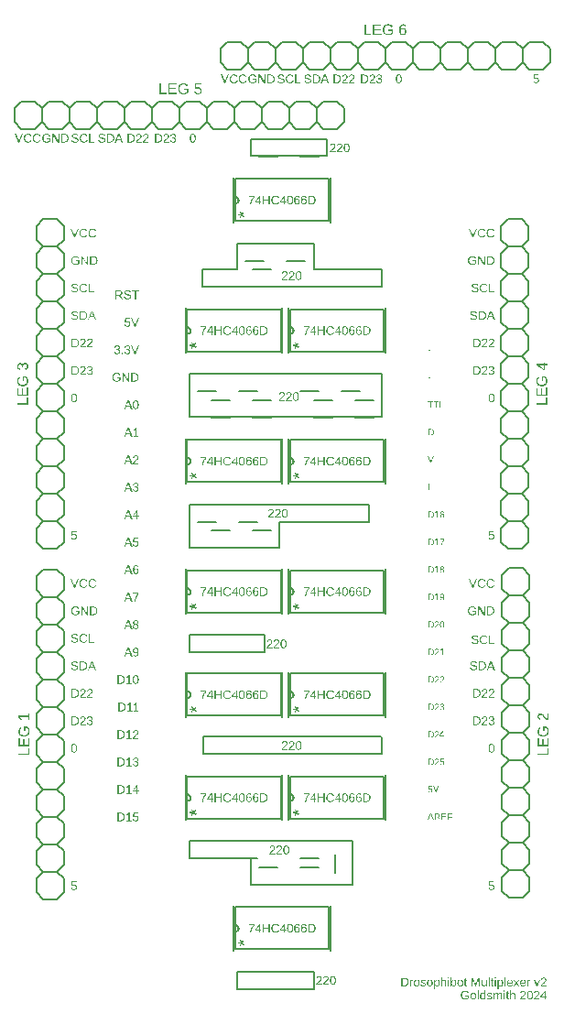
<source format=gbr>
G04 EAGLE Gerber RS-274X export*
G75*
%MOMM*%
%FSLAX34Y34*%
%LPD*%
%INSilkscreen Top*%
%IPPOS*%
%AMOC8*
5,1,8,0,0,1.08239X$1,22.5*%
G01*
G04 Define Apertures*
%ADD10C,0.152400*%
%ADD11C,0.127000*%
G36*
X100993Y657606D02*
X99923Y657606D01*
X99923Y665496D01*
X103636Y665496D01*
X103960Y665487D01*
X104265Y665459D01*
X104550Y665412D01*
X104817Y665347D01*
X105065Y665263D01*
X105293Y665161D01*
X105503Y665040D01*
X105694Y664900D01*
X105864Y664744D01*
X106011Y664573D01*
X106136Y664387D01*
X106238Y664187D01*
X106317Y663972D01*
X106374Y663742D01*
X106408Y663498D01*
X106419Y663240D01*
X106411Y663024D01*
X106387Y662817D01*
X106347Y662620D01*
X106291Y662430D01*
X106219Y662250D01*
X106131Y662078D01*
X106027Y661915D01*
X105907Y661761D01*
X105773Y661618D01*
X105626Y661489D01*
X105468Y661374D01*
X105397Y661332D01*
X105297Y661273D01*
X105114Y661185D01*
X104919Y661111D01*
X104712Y661051D01*
X104493Y661005D01*
X105446Y659558D01*
X106733Y657606D01*
X105501Y657606D01*
X103451Y660882D01*
X100993Y660882D01*
X100993Y657606D01*
G37*
%LPC*%
G36*
X103574Y661728D02*
X103780Y661734D01*
X103973Y661752D01*
X104155Y661783D01*
X104324Y661826D01*
X104482Y661882D01*
X104627Y661950D01*
X104761Y662030D01*
X104882Y662122D01*
X104990Y662226D01*
X105084Y662340D01*
X105164Y662463D01*
X105229Y662596D01*
X105279Y662739D01*
X105315Y662893D01*
X105337Y663056D01*
X105344Y663228D01*
X105337Y663395D01*
X105315Y663552D01*
X105278Y663699D01*
X105227Y663835D01*
X105161Y663961D01*
X105081Y664077D01*
X104986Y664183D01*
X104876Y664278D01*
X104753Y664363D01*
X104617Y664436D01*
X104306Y664549D01*
X103944Y664617D01*
X103530Y664640D01*
X100993Y664640D01*
X100993Y661728D01*
X103574Y661728D01*
G37*
%LPD*%
G36*
X111128Y657494D02*
X110777Y657502D01*
X110445Y657525D01*
X110131Y657565D01*
X109837Y657619D01*
X109562Y657690D01*
X109306Y657776D01*
X109068Y657878D01*
X108850Y657995D01*
X108650Y658128D01*
X108470Y658277D01*
X108308Y658442D01*
X108166Y658622D01*
X108042Y658817D01*
X107937Y659029D01*
X107851Y659256D01*
X107785Y659499D01*
X108821Y659706D01*
X108872Y659534D01*
X108935Y659374D01*
X109012Y659226D01*
X109101Y659089D01*
X109202Y658965D01*
X109316Y658852D01*
X109443Y658751D01*
X109582Y658662D01*
X109900Y658516D01*
X110270Y658412D01*
X110692Y658349D01*
X111167Y658328D01*
X111655Y658351D01*
X112085Y658417D01*
X112277Y658467D01*
X112455Y658528D01*
X112618Y658601D01*
X112766Y658684D01*
X112898Y658778D01*
X113012Y658883D01*
X113109Y658998D01*
X113188Y659123D01*
X113249Y659259D01*
X113293Y659405D01*
X113320Y659561D01*
X113329Y659728D01*
X113317Y659912D01*
X113284Y660078D01*
X113229Y660226D01*
X113152Y660356D01*
X113055Y660471D01*
X112940Y660575D01*
X112807Y660670D01*
X112657Y660753D01*
X112307Y660897D01*
X111895Y661016D01*
X110915Y661246D01*
X110092Y661453D01*
X109766Y661557D01*
X109495Y661660D01*
X109266Y661767D01*
X109062Y661879D01*
X108884Y661998D01*
X108731Y662122D01*
X108599Y662255D01*
X108484Y662399D01*
X108385Y662553D01*
X108303Y662719D01*
X108238Y662896D01*
X108191Y663086D01*
X108163Y663288D01*
X108154Y663503D01*
X108166Y663749D01*
X108203Y663981D01*
X108263Y664198D01*
X108348Y664400D01*
X108457Y664588D01*
X108590Y664762D01*
X108748Y664921D01*
X108930Y665065D01*
X109134Y665194D01*
X109359Y665305D01*
X109606Y665400D01*
X109873Y665477D01*
X110161Y665537D01*
X110470Y665580D01*
X110799Y665605D01*
X111150Y665614D01*
X111476Y665608D01*
X111783Y665588D01*
X112069Y665556D01*
X112336Y665511D01*
X112583Y665453D01*
X112810Y665382D01*
X113018Y665299D01*
X113205Y665202D01*
X113376Y665090D01*
X113534Y664960D01*
X113679Y664812D01*
X113810Y664646D01*
X113928Y664461D01*
X114033Y664259D01*
X114124Y664038D01*
X114202Y663800D01*
X113149Y663615D01*
X113043Y663907D01*
X112897Y664156D01*
X112713Y664362D01*
X112489Y664525D01*
X112221Y664648D01*
X111908Y664737D01*
X111547Y664790D01*
X111139Y664808D01*
X110694Y664788D01*
X110305Y664729D01*
X109971Y664631D01*
X109694Y664494D01*
X109577Y664411D01*
X109476Y664318D01*
X109390Y664215D01*
X109320Y664103D01*
X109266Y663982D01*
X109227Y663850D01*
X109204Y663709D01*
X109196Y663559D01*
X109208Y663385D01*
X109244Y663226D01*
X109304Y663084D01*
X109389Y662957D01*
X109496Y662842D01*
X109625Y662737D01*
X109775Y662641D01*
X109946Y662554D01*
X110173Y662466D01*
X110491Y662369D01*
X111397Y662148D01*
X112122Y661977D01*
X112475Y661882D01*
X112813Y661770D01*
X113133Y661639D01*
X113432Y661487D01*
X113702Y661306D01*
X113933Y661089D01*
X114123Y660833D01*
X114267Y660535D01*
X114319Y660368D01*
X114357Y660188D01*
X114379Y659993D01*
X114387Y659784D01*
X114374Y659519D01*
X114334Y659269D01*
X114267Y659035D01*
X114173Y658816D01*
X114053Y658612D01*
X113907Y658424D01*
X113733Y658251D01*
X113533Y658093D01*
X113309Y657953D01*
X113062Y657831D01*
X112794Y657728D01*
X112505Y657644D01*
X112193Y657578D01*
X111860Y657531D01*
X111505Y657503D01*
X111128Y657494D01*
G37*
G36*
X118952Y657606D02*
X117888Y657606D01*
X117888Y664623D01*
X115178Y664623D01*
X115178Y665496D01*
X121662Y665496D01*
X121662Y664623D01*
X118952Y664623D01*
X118952Y657606D01*
G37*
G36*
X110986Y632094D02*
X110716Y632102D01*
X110461Y632124D01*
X110218Y632162D01*
X109989Y632214D01*
X109773Y632282D01*
X109570Y632365D01*
X109381Y632463D01*
X109205Y632576D01*
X109043Y632703D01*
X108897Y632843D01*
X108767Y632997D01*
X108652Y633165D01*
X108552Y633346D01*
X108469Y633541D01*
X108401Y633749D01*
X108348Y633970D01*
X109367Y634088D01*
X109463Y633813D01*
X109589Y633576D01*
X109748Y633374D01*
X109937Y633210D01*
X110158Y633082D01*
X110410Y632990D01*
X110693Y632935D01*
X111008Y632917D01*
X111205Y632925D01*
X111392Y632948D01*
X111567Y632986D01*
X111732Y633040D01*
X111885Y633109D01*
X112027Y633193D01*
X112159Y633292D01*
X112279Y633407D01*
X112387Y633535D01*
X112480Y633675D01*
X112559Y633826D01*
X112624Y633989D01*
X112674Y634163D01*
X112710Y634349D01*
X112731Y634546D01*
X112738Y634754D01*
X112731Y634936D01*
X112709Y635109D01*
X112673Y635272D01*
X112623Y635427D01*
X112558Y635573D01*
X112478Y635711D01*
X112385Y635839D01*
X112276Y635958D01*
X112156Y636066D01*
X112025Y636159D01*
X111885Y636238D01*
X111734Y636302D01*
X111573Y636353D01*
X111402Y636388D01*
X111221Y636410D01*
X111030Y636417D01*
X110829Y636409D01*
X110636Y636385D01*
X110449Y636345D01*
X110269Y636288D01*
X110092Y636213D01*
X109916Y636115D01*
X109740Y635994D01*
X109563Y635852D01*
X108578Y635852D01*
X108841Y640096D01*
X113326Y640096D01*
X113326Y639240D01*
X109759Y639240D01*
X109608Y636736D01*
X109777Y636855D01*
X109955Y636957D01*
X110144Y637044D01*
X110343Y637114D01*
X110552Y637170D01*
X110770Y637209D01*
X110999Y637233D01*
X111238Y637240D01*
X111521Y637230D01*
X111790Y637198D01*
X112045Y637144D01*
X112284Y637070D01*
X112509Y636974D01*
X112719Y636856D01*
X112914Y636717D01*
X113094Y636557D01*
X113256Y636380D01*
X113397Y636190D01*
X113515Y635987D01*
X113613Y635770D01*
X113688Y635541D01*
X113742Y635299D01*
X113775Y635044D01*
X113786Y634776D01*
X113774Y634473D01*
X113739Y634185D01*
X113681Y633915D01*
X113600Y633661D01*
X113496Y633423D01*
X113368Y633202D01*
X113217Y632998D01*
X113044Y632811D01*
X112849Y632643D01*
X112637Y632497D01*
X112406Y632374D01*
X112158Y632273D01*
X111892Y632195D01*
X111608Y632139D01*
X111306Y632105D01*
X110986Y632094D01*
G37*
G36*
X118643Y632206D02*
X117534Y632206D01*
X114314Y640096D01*
X115440Y640096D01*
X117624Y634541D01*
X118094Y633147D01*
X118565Y634541D01*
X120737Y640096D01*
X121863Y640096D01*
X118643Y632206D01*
G37*
G36*
X101524Y606694D02*
X101232Y606702D01*
X100955Y606728D01*
X100693Y606770D01*
X100447Y606829D01*
X100215Y606905D01*
X99999Y606998D01*
X99798Y607108D01*
X99611Y607234D01*
X99442Y607378D01*
X99291Y607537D01*
X99157Y607713D01*
X99042Y607904D01*
X98945Y608112D01*
X98866Y608336D01*
X98806Y608577D01*
X98763Y608833D01*
X99805Y608928D01*
X99876Y608600D01*
X99988Y608316D01*
X100141Y608075D01*
X100335Y607878D01*
X100571Y607725D01*
X100847Y607616D01*
X101165Y607550D01*
X101524Y607528D01*
X101884Y607552D01*
X102204Y607622D01*
X102482Y607739D01*
X102719Y607904D01*
X102821Y608003D01*
X102909Y608114D01*
X102984Y608236D01*
X103045Y608370D01*
X103092Y608515D01*
X103126Y608671D01*
X103147Y608839D01*
X103153Y609018D01*
X103146Y609175D01*
X103122Y609322D01*
X103084Y609461D01*
X103030Y609591D01*
X102960Y609713D01*
X102875Y609825D01*
X102774Y609928D01*
X102658Y610023D01*
X102527Y610108D01*
X102383Y610181D01*
X102224Y610243D01*
X102052Y610294D01*
X101667Y610362D01*
X101227Y610384D01*
X100656Y610384D01*
X100656Y611258D01*
X101205Y611258D01*
X101596Y611281D01*
X101940Y611348D01*
X102238Y611461D01*
X102490Y611619D01*
X102690Y611817D01*
X102768Y611929D01*
X102832Y612050D01*
X102882Y612179D01*
X102918Y612317D01*
X102939Y612464D01*
X102946Y612619D01*
X102923Y612919D01*
X102853Y613185D01*
X102737Y613418D01*
X102574Y613618D01*
X102365Y613779D01*
X102111Y613893D01*
X101812Y613962D01*
X101468Y613985D01*
X101151Y613964D01*
X100865Y613900D01*
X100612Y613793D01*
X100390Y613644D01*
X100206Y613455D01*
X100064Y613232D01*
X99966Y612974D01*
X99911Y612680D01*
X98897Y612759D01*
X98935Y612994D01*
X98990Y613217D01*
X99063Y613426D01*
X99154Y613621D01*
X99264Y613804D01*
X99391Y613973D01*
X99537Y614128D01*
X99701Y614271D01*
X99880Y614398D01*
X100072Y614508D01*
X100275Y614602D01*
X100491Y614678D01*
X100720Y614738D01*
X100961Y614780D01*
X101214Y614805D01*
X101479Y614814D01*
X101768Y614805D01*
X102040Y614779D01*
X102295Y614736D01*
X102534Y614676D01*
X102756Y614598D01*
X102962Y614504D01*
X103151Y614392D01*
X103324Y614262D01*
X103478Y614118D01*
X103612Y613959D01*
X103725Y613788D01*
X103818Y613602D01*
X103890Y613403D01*
X103941Y613191D01*
X103972Y612965D01*
X103982Y612725D01*
X103976Y612541D01*
X103956Y612365D01*
X103923Y612198D01*
X103877Y612040D01*
X103817Y611891D01*
X103744Y611750D01*
X103559Y611496D01*
X103324Y611278D01*
X103041Y611099D01*
X102709Y610958D01*
X102330Y610855D01*
X102330Y610832D01*
X102545Y610802D01*
X102748Y610760D01*
X102939Y610704D01*
X103117Y610636D01*
X103283Y610556D01*
X103437Y610463D01*
X103579Y610357D01*
X103708Y610239D01*
X103823Y610110D01*
X103923Y609973D01*
X104008Y609829D01*
X104077Y609676D01*
X104131Y609515D01*
X104170Y609346D01*
X104193Y609169D01*
X104201Y608984D01*
X104190Y608719D01*
X104157Y608469D01*
X104103Y608235D01*
X104027Y608016D01*
X103929Y607812D01*
X103810Y607624D01*
X103669Y607451D01*
X103506Y607293D01*
X103323Y607153D01*
X103122Y607031D01*
X102902Y606928D01*
X102663Y606844D01*
X102406Y606778D01*
X102131Y606731D01*
X101837Y606703D01*
X101524Y606694D01*
G37*
G36*
X111086Y606694D02*
X110794Y606702D01*
X110517Y606728D01*
X110256Y606770D01*
X110009Y606829D01*
X109778Y606905D01*
X109561Y606998D01*
X109360Y607108D01*
X109174Y607234D01*
X109005Y607378D01*
X108853Y607537D01*
X108720Y607713D01*
X108605Y607904D01*
X108508Y608112D01*
X108429Y608336D01*
X108368Y608577D01*
X108326Y608833D01*
X109367Y608928D01*
X109438Y608600D01*
X109550Y608316D01*
X109703Y608075D01*
X109898Y607878D01*
X110133Y607725D01*
X110410Y607616D01*
X110728Y607550D01*
X111086Y607528D01*
X111447Y607552D01*
X111766Y607622D01*
X112044Y607739D01*
X112282Y607904D01*
X112384Y608003D01*
X112472Y608114D01*
X112546Y608236D01*
X112607Y608370D01*
X112655Y608515D01*
X112689Y608671D01*
X112709Y608839D01*
X112716Y609018D01*
X112708Y609175D01*
X112685Y609322D01*
X112646Y609461D01*
X112592Y609591D01*
X112522Y609713D01*
X112437Y609825D01*
X112336Y609928D01*
X112220Y610023D01*
X112090Y610108D01*
X111945Y610181D01*
X111787Y610243D01*
X111615Y610294D01*
X111230Y610362D01*
X110790Y610384D01*
X110218Y610384D01*
X110218Y611258D01*
X110767Y611258D01*
X111158Y611281D01*
X111503Y611348D01*
X111801Y611461D01*
X112052Y611619D01*
X112252Y611817D01*
X112330Y611929D01*
X112395Y612050D01*
X112445Y612179D01*
X112480Y612317D01*
X112502Y612464D01*
X112509Y612619D01*
X112485Y612919D01*
X112416Y613185D01*
X112299Y613418D01*
X112136Y613618D01*
X111928Y613779D01*
X111674Y613893D01*
X111375Y613962D01*
X111030Y613985D01*
X110713Y613964D01*
X110428Y613900D01*
X110174Y613793D01*
X109952Y613644D01*
X109768Y613455D01*
X109627Y613232D01*
X109529Y612974D01*
X109474Y612680D01*
X108460Y612759D01*
X108497Y612994D01*
X108552Y613217D01*
X108625Y613426D01*
X108717Y613621D01*
X108826Y613804D01*
X108954Y613973D01*
X109100Y614128D01*
X109264Y614271D01*
X109443Y614398D01*
X109634Y614508D01*
X109838Y614602D01*
X110054Y614678D01*
X110282Y614738D01*
X110523Y614780D01*
X110776Y614805D01*
X111042Y614814D01*
X111330Y614805D01*
X111602Y614779D01*
X111858Y614736D01*
X112096Y614676D01*
X112319Y614598D01*
X112525Y614504D01*
X112714Y614392D01*
X112887Y614262D01*
X113041Y614118D01*
X113175Y613959D01*
X113288Y613788D01*
X113380Y613602D01*
X113452Y613403D01*
X113504Y613191D01*
X113534Y612965D01*
X113545Y612725D01*
X113538Y612541D01*
X113518Y612365D01*
X113485Y612198D01*
X113439Y612040D01*
X113380Y611891D01*
X113307Y611750D01*
X113122Y611496D01*
X112887Y611278D01*
X112603Y611099D01*
X112272Y610958D01*
X111893Y610855D01*
X111893Y610832D01*
X112108Y610802D01*
X112311Y610760D01*
X112501Y610704D01*
X112680Y610636D01*
X112846Y610556D01*
X112999Y610463D01*
X113141Y610357D01*
X113270Y610239D01*
X113386Y610110D01*
X113486Y609973D01*
X113571Y609829D01*
X113640Y609676D01*
X113694Y609515D01*
X113732Y609346D01*
X113755Y609169D01*
X113763Y608984D01*
X113752Y608719D01*
X113720Y608469D01*
X113665Y608235D01*
X113590Y608016D01*
X113492Y607812D01*
X113373Y607624D01*
X113231Y607451D01*
X113069Y607293D01*
X112886Y607153D01*
X112684Y607031D01*
X112464Y606928D01*
X112226Y606844D01*
X111969Y606778D01*
X111693Y606731D01*
X111399Y606703D01*
X111086Y606694D01*
G37*
G36*
X118643Y606806D02*
X117534Y606806D01*
X114314Y614696D01*
X115440Y614696D01*
X117624Y609141D01*
X118094Y607747D01*
X118565Y609141D01*
X120737Y614696D01*
X121863Y614696D01*
X118643Y606806D01*
G37*
G36*
X106840Y606806D02*
X105748Y606806D01*
X105748Y608032D01*
X106840Y608032D01*
X106840Y606806D01*
G37*
G36*
X117531Y581406D02*
X114580Y581406D01*
X114580Y589296D01*
X117189Y589296D01*
X117676Y589281D01*
X118134Y589234D01*
X118564Y589155D01*
X118965Y589045D01*
X119337Y588904D01*
X119681Y588731D01*
X119997Y588527D01*
X120283Y588291D01*
X120538Y588027D01*
X120760Y587736D01*
X120947Y587418D01*
X121100Y587074D01*
X121219Y586703D01*
X121304Y586306D01*
X121355Y585883D01*
X121372Y585432D01*
X121365Y585132D01*
X121343Y584841D01*
X121305Y584560D01*
X121253Y584288D01*
X121186Y584026D01*
X121105Y583773D01*
X121008Y583530D01*
X120896Y583296D01*
X120771Y583074D01*
X120633Y582865D01*
X120483Y582670D01*
X120321Y582487D01*
X120146Y582319D01*
X119959Y582164D01*
X119759Y582022D01*
X119547Y581893D01*
X119324Y581779D01*
X119093Y581680D01*
X118854Y581596D01*
X118606Y581528D01*
X118350Y581475D01*
X118085Y581436D01*
X117812Y581414D01*
X117531Y581406D01*
G37*
%LPC*%
G36*
X117408Y582263D02*
X117828Y582287D01*
X118223Y582358D01*
X118591Y582477D01*
X118934Y582644D01*
X119243Y582855D01*
X119515Y583108D01*
X119749Y583404D01*
X119944Y583741D01*
X120099Y584116D01*
X120209Y584522D01*
X120275Y584961D01*
X120297Y585432D01*
X120285Y585788D01*
X120247Y586122D01*
X120184Y586435D01*
X120096Y586725D01*
X119983Y586994D01*
X119845Y587241D01*
X119682Y587466D01*
X119494Y587670D01*
X119281Y587850D01*
X119047Y588006D01*
X118790Y588139D01*
X118510Y588247D01*
X118208Y588331D01*
X117883Y588391D01*
X117536Y588428D01*
X117167Y588440D01*
X115649Y588440D01*
X115649Y582263D01*
X117408Y582263D01*
G37*
%LPD*%
G36*
X107250Y581406D02*
X106298Y581406D01*
X106298Y589296D01*
X107541Y589296D01*
X111809Y582532D01*
X111758Y583478D01*
X111741Y584122D01*
X111741Y589296D01*
X112705Y589296D01*
X112705Y581406D01*
X111417Y581406D01*
X107194Y588126D01*
X107222Y587583D01*
X107250Y586648D01*
X107250Y581406D01*
G37*
G36*
X101004Y581294D02*
X100700Y581302D01*
X100407Y581325D01*
X100124Y581363D01*
X99852Y581417D01*
X99590Y581486D01*
X99340Y581571D01*
X99100Y581671D01*
X98870Y581787D01*
X98653Y581917D01*
X98449Y582060D01*
X98258Y582217D01*
X98080Y582388D01*
X97916Y582572D01*
X97764Y582770D01*
X97626Y582981D01*
X97501Y583206D01*
X97390Y583443D01*
X97294Y583690D01*
X97213Y583948D01*
X97146Y584215D01*
X97095Y584493D01*
X97058Y584781D01*
X97035Y585079D01*
X97028Y585388D01*
X97044Y585854D01*
X97092Y586294D01*
X97173Y586706D01*
X97286Y587091D01*
X97431Y587450D01*
X97608Y587781D01*
X97817Y588084D01*
X98058Y588361D01*
X98329Y588608D01*
X98626Y588822D01*
X98949Y589003D01*
X99297Y589151D01*
X99672Y589266D01*
X100073Y589348D01*
X100500Y589398D01*
X100954Y589414D01*
X101274Y589407D01*
X101578Y589386D01*
X101867Y589352D01*
X102141Y589303D01*
X102399Y589241D01*
X102642Y589165D01*
X102870Y589075D01*
X103082Y588972D01*
X103280Y588853D01*
X103467Y588717D01*
X103642Y588565D01*
X103805Y588396D01*
X103957Y588211D01*
X104097Y588009D01*
X104225Y587790D01*
X104342Y587555D01*
X103322Y587252D01*
X103138Y587566D01*
X102923Y587833D01*
X102675Y588056D01*
X102396Y588232D01*
X102082Y588367D01*
X101733Y588463D01*
X101347Y588521D01*
X100926Y588540D01*
X100594Y588527D01*
X100283Y588489D01*
X99991Y588424D01*
X99720Y588334D01*
X99469Y588218D01*
X99238Y588076D01*
X99028Y587908D01*
X98837Y587714D01*
X98668Y587497D01*
X98521Y587259D01*
X98397Y587000D01*
X98295Y586720D01*
X98216Y586418D01*
X98160Y586096D01*
X98126Y585752D01*
X98114Y585388D01*
X98126Y585024D01*
X98162Y584679D01*
X98222Y584355D01*
X98306Y584050D01*
X98414Y583765D01*
X98546Y583499D01*
X98702Y583253D01*
X98882Y583027D01*
X99083Y582824D01*
X99302Y582649D01*
X99540Y582500D01*
X99796Y582378D01*
X100070Y582284D01*
X100363Y582216D01*
X100674Y582176D01*
X101004Y582162D01*
X101384Y582177D01*
X101751Y582221D01*
X102105Y582294D01*
X102446Y582397D01*
X102765Y582525D01*
X103052Y582674D01*
X103306Y582844D01*
X103530Y583036D01*
X103530Y584458D01*
X101172Y584458D01*
X101172Y585354D01*
X104515Y585354D01*
X104515Y582632D01*
X104184Y582331D01*
X103817Y582066D01*
X103415Y581837D01*
X102978Y581644D01*
X102513Y581491D01*
X102030Y581382D01*
X101526Y581316D01*
X101004Y581294D01*
G37*
G36*
X118720Y555894D02*
X118391Y555910D01*
X118082Y555959D01*
X117795Y556040D01*
X117529Y556153D01*
X117284Y556299D01*
X117060Y556477D01*
X116858Y556687D01*
X116676Y556930D01*
X116516Y557204D01*
X116377Y557507D01*
X116260Y557841D01*
X116164Y558204D01*
X116089Y558597D01*
X116036Y559019D01*
X116004Y559472D01*
X115993Y559954D01*
X116003Y560446D01*
X116034Y560907D01*
X116086Y561335D01*
X116159Y561732D01*
X116252Y562097D01*
X116366Y562430D01*
X116501Y562731D01*
X116657Y563000D01*
X116835Y563238D01*
X117037Y563444D01*
X117263Y563618D01*
X117513Y563761D01*
X117787Y563871D01*
X118085Y563951D01*
X118407Y563998D01*
X118754Y564014D01*
X119091Y563998D01*
X119405Y563950D01*
X119697Y563870D01*
X119965Y563758D01*
X120211Y563614D01*
X120434Y563438D01*
X120634Y563229D01*
X120812Y562989D01*
X120967Y562718D01*
X121102Y562415D01*
X121216Y562082D01*
X121309Y561718D01*
X121382Y561323D01*
X121434Y560898D01*
X121465Y560441D01*
X121475Y559954D01*
X121464Y559474D01*
X121432Y559024D01*
X121377Y558603D01*
X121301Y558211D01*
X121203Y557848D01*
X121083Y557515D01*
X120942Y557211D01*
X120778Y556936D01*
X120594Y556691D01*
X120388Y556480D01*
X120162Y556301D01*
X119915Y556154D01*
X119647Y556040D01*
X119359Y555959D01*
X119050Y555910D01*
X118720Y555894D01*
G37*
%LPC*%
G36*
X118731Y556717D02*
X118947Y556730D01*
X119147Y556767D01*
X119332Y556829D01*
X119503Y556916D01*
X119658Y557028D01*
X119799Y557164D01*
X119925Y557326D01*
X120036Y557512D01*
X120133Y557724D01*
X120217Y557963D01*
X120289Y558228D01*
X120347Y558520D01*
X120392Y558839D01*
X120425Y559184D01*
X120444Y559556D01*
X120451Y559954D01*
X120444Y560366D01*
X120426Y560749D01*
X120395Y561103D01*
X120352Y561427D01*
X120296Y561721D01*
X120229Y561987D01*
X120148Y562223D01*
X120056Y562429D01*
X119949Y562609D01*
X119826Y562765D01*
X119688Y562897D01*
X119533Y563005D01*
X119362Y563088D01*
X119175Y563148D01*
X118973Y563184D01*
X118754Y563196D01*
X118530Y563185D01*
X118322Y563149D01*
X118130Y563090D01*
X117955Y563007D01*
X117796Y562901D01*
X117654Y562771D01*
X117528Y562618D01*
X117418Y562440D01*
X117323Y562236D01*
X117241Y562001D01*
X117171Y561736D01*
X117114Y561441D01*
X117069Y561115D01*
X117038Y560758D01*
X117019Y560371D01*
X117012Y559954D01*
X117019Y559548D01*
X117038Y559170D01*
X117070Y558821D01*
X117115Y558499D01*
X117173Y558206D01*
X117244Y557941D01*
X117327Y557704D01*
X117424Y557496D01*
X117534Y557313D01*
X117660Y557155D01*
X117801Y557021D01*
X117956Y556912D01*
X118128Y556827D01*
X118314Y556766D01*
X118515Y556729D01*
X118731Y556717D01*
G37*
%LPD*%
G36*
X109020Y556006D02*
X107911Y556006D01*
X111131Y563896D01*
X112346Y563896D01*
X115516Y556006D01*
X114424Y556006D01*
X113522Y558313D01*
X109927Y558313D01*
X109020Y556006D01*
G37*
%LPC*%
G36*
X113203Y559148D02*
X112190Y561752D01*
X112033Y562163D01*
X111876Y562625D01*
X111725Y563090D01*
X111674Y562933D01*
X111501Y562403D01*
X111260Y561740D01*
X110252Y559148D01*
X113203Y559148D01*
G37*
%LPD*%
G36*
X109020Y530606D02*
X107911Y530606D01*
X111131Y538496D01*
X112346Y538496D01*
X115516Y530606D01*
X114424Y530606D01*
X113522Y532913D01*
X109927Y532913D01*
X109020Y530606D01*
G37*
%LPC*%
G36*
X113203Y533748D02*
X112190Y536352D01*
X112033Y536763D01*
X111876Y537225D01*
X111725Y537690D01*
X111674Y537533D01*
X111501Y537003D01*
X111260Y536340D01*
X110252Y533748D01*
X113203Y533748D01*
G37*
%LPD*%
G36*
X121363Y530606D02*
X116419Y530606D01*
X116419Y531463D01*
X118429Y531463D01*
X118429Y537533D01*
X116648Y536262D01*
X116648Y537214D01*
X118513Y538496D01*
X119443Y538496D01*
X119443Y531463D01*
X121363Y531463D01*
X121363Y530606D01*
G37*
G36*
X109020Y505206D02*
X107911Y505206D01*
X111131Y513096D01*
X112346Y513096D01*
X115516Y505206D01*
X114424Y505206D01*
X113522Y507513D01*
X109927Y507513D01*
X109020Y505206D01*
G37*
%LPC*%
G36*
X113203Y508348D02*
X112190Y510952D01*
X112033Y511363D01*
X111876Y511825D01*
X111725Y512290D01*
X111674Y512133D01*
X111501Y511603D01*
X111260Y510940D01*
X110252Y508348D01*
X113203Y508348D01*
G37*
%LPD*%
G36*
X121347Y505206D02*
X116122Y505206D01*
X116122Y505917D01*
X116272Y506235D01*
X116439Y506534D01*
X116621Y506813D01*
X116819Y507074D01*
X117241Y507551D01*
X117684Y507981D01*
X118136Y508372D01*
X118583Y508734D01*
X119006Y509081D01*
X119387Y509428D01*
X119711Y509784D01*
X119847Y509968D01*
X119966Y510156D01*
X120063Y510353D01*
X120132Y510562D01*
X120174Y510784D01*
X120187Y511019D01*
X120164Y511325D01*
X120092Y511596D01*
X119973Y511829D01*
X119807Y512027D01*
X119598Y512184D01*
X119352Y512296D01*
X119068Y512363D01*
X118748Y512385D01*
X118440Y512363D01*
X118161Y512298D01*
X117910Y512188D01*
X117687Y512035D01*
X117500Y511842D01*
X117356Y511614D01*
X117255Y511351D01*
X117197Y511052D01*
X116167Y511148D01*
X116204Y511378D01*
X116259Y511597D01*
X116332Y511803D01*
X116423Y511997D01*
X116533Y512180D01*
X116661Y512350D01*
X116806Y512508D01*
X116970Y512654D01*
X117149Y512785D01*
X117341Y512899D01*
X117544Y512995D01*
X117760Y513074D01*
X117989Y513135D01*
X118230Y513179D01*
X118483Y513205D01*
X118748Y513214D01*
X119038Y513205D01*
X119310Y513179D01*
X119565Y513135D01*
X119803Y513073D01*
X120024Y512994D01*
X120227Y512897D01*
X120413Y512783D01*
X120582Y512651D01*
X120732Y512503D01*
X120863Y512340D01*
X120973Y512163D01*
X121063Y511970D01*
X121133Y511763D01*
X121183Y511541D01*
X121213Y511304D01*
X121223Y511052D01*
X121210Y510823D01*
X121171Y510595D01*
X121105Y510367D01*
X121013Y510140D01*
X120896Y509913D01*
X120752Y509686D01*
X120583Y509459D01*
X120389Y509232D01*
X120135Y508974D01*
X119786Y508654D01*
X118804Y507827D01*
X118226Y507326D01*
X117779Y506878D01*
X117602Y506668D01*
X117452Y506462D01*
X117328Y506261D01*
X117231Y506063D01*
X121347Y506063D01*
X121347Y505206D01*
G37*
G36*
X109020Y479806D02*
X107911Y479806D01*
X111131Y487696D01*
X112346Y487696D01*
X115516Y479806D01*
X114424Y479806D01*
X113522Y482113D01*
X109927Y482113D01*
X109020Y479806D01*
G37*
%LPC*%
G36*
X113203Y482948D02*
X112190Y485552D01*
X112033Y485963D01*
X111876Y486425D01*
X111725Y486890D01*
X111674Y486733D01*
X111501Y486203D01*
X111260Y485540D01*
X110252Y482948D01*
X113203Y482948D01*
G37*
%LPD*%
G36*
X118743Y479694D02*
X118451Y479702D01*
X118174Y479728D01*
X117912Y479770D01*
X117665Y479829D01*
X117434Y479905D01*
X117217Y479998D01*
X117016Y480108D01*
X116830Y480234D01*
X116661Y480378D01*
X116509Y480537D01*
X116376Y480713D01*
X116261Y480904D01*
X116164Y481112D01*
X116085Y481336D01*
X116024Y481577D01*
X115982Y481833D01*
X117023Y481928D01*
X117094Y481600D01*
X117206Y481316D01*
X117360Y481075D01*
X117554Y480878D01*
X117789Y480725D01*
X118066Y480616D01*
X118384Y480550D01*
X118743Y480528D01*
X119103Y480552D01*
X119422Y480622D01*
X119701Y480739D01*
X119938Y480904D01*
X120040Y481003D01*
X120128Y481114D01*
X120203Y481236D01*
X120264Y481370D01*
X120311Y481515D01*
X120345Y481671D01*
X120365Y481839D01*
X120372Y482018D01*
X120364Y482175D01*
X120341Y482322D01*
X120302Y482461D01*
X120248Y482591D01*
X120179Y482713D01*
X120093Y482825D01*
X119993Y482928D01*
X119877Y483023D01*
X119746Y483108D01*
X119601Y483181D01*
X119443Y483243D01*
X119271Y483294D01*
X118886Y483362D01*
X118446Y483384D01*
X117875Y483384D01*
X117875Y484258D01*
X118423Y484258D01*
X118815Y484281D01*
X119159Y484348D01*
X119457Y484461D01*
X119709Y484619D01*
X119908Y484817D01*
X119987Y484929D01*
X120051Y485050D01*
X120101Y485179D01*
X120136Y485317D01*
X120158Y485464D01*
X120165Y485619D01*
X120142Y485919D01*
X120072Y486185D01*
X119956Y486418D01*
X119793Y486618D01*
X119584Y486779D01*
X119330Y486893D01*
X119031Y486962D01*
X118687Y486985D01*
X118369Y486964D01*
X118084Y486900D01*
X117830Y486793D01*
X117609Y486644D01*
X117424Y486455D01*
X117283Y486232D01*
X117185Y485974D01*
X117130Y485680D01*
X116116Y485759D01*
X116153Y485994D01*
X116208Y486217D01*
X116282Y486426D01*
X116373Y486621D01*
X116483Y486804D01*
X116610Y486973D01*
X116756Y487128D01*
X116920Y487271D01*
X117099Y487398D01*
X117290Y487508D01*
X117494Y487602D01*
X117710Y487678D01*
X117939Y487738D01*
X118179Y487780D01*
X118432Y487805D01*
X118698Y487814D01*
X118986Y487805D01*
X119258Y487779D01*
X119514Y487736D01*
X119753Y487676D01*
X119975Y487598D01*
X120181Y487504D01*
X120370Y487392D01*
X120543Y487262D01*
X120697Y487118D01*
X120831Y486959D01*
X120944Y486788D01*
X121036Y486602D01*
X121108Y486403D01*
X121160Y486191D01*
X121191Y485965D01*
X121201Y485725D01*
X121194Y485541D01*
X121175Y485365D01*
X121142Y485198D01*
X121095Y485040D01*
X121036Y484891D01*
X120963Y484750D01*
X120778Y484496D01*
X120543Y484278D01*
X120259Y484099D01*
X119928Y483958D01*
X119549Y483855D01*
X119549Y483832D01*
X119764Y483802D01*
X119967Y483760D01*
X120157Y483704D01*
X120336Y483636D01*
X120502Y483556D01*
X120656Y483463D01*
X120797Y483357D01*
X120927Y483239D01*
X121042Y483110D01*
X121142Y482973D01*
X121227Y482829D01*
X121296Y482676D01*
X121350Y482515D01*
X121389Y482346D01*
X121412Y482169D01*
X121419Y481984D01*
X121409Y481719D01*
X121376Y481469D01*
X121322Y481235D01*
X121246Y481016D01*
X121148Y480812D01*
X121029Y480624D01*
X120888Y480451D01*
X120725Y480293D01*
X120542Y480153D01*
X120341Y480031D01*
X120121Y479928D01*
X119882Y479844D01*
X119625Y479778D01*
X119349Y479731D01*
X119055Y479703D01*
X118743Y479694D01*
G37*
G36*
X109020Y454406D02*
X107911Y454406D01*
X111131Y462296D01*
X112346Y462296D01*
X115516Y454406D01*
X114424Y454406D01*
X113522Y456713D01*
X109927Y456713D01*
X109020Y454406D01*
G37*
%LPC*%
G36*
X113203Y457548D02*
X112190Y460152D01*
X112033Y460563D01*
X111876Y461025D01*
X111725Y461490D01*
X111674Y461333D01*
X111501Y460803D01*
X111260Y460140D01*
X110252Y457548D01*
X113203Y457548D01*
G37*
%LPD*%
G36*
X120479Y454406D02*
X119527Y454406D01*
X119527Y456192D01*
X115808Y456192D01*
X115808Y456976D01*
X119420Y462296D01*
X120479Y462296D01*
X120479Y456988D01*
X121587Y456988D01*
X121587Y456192D01*
X120479Y456192D01*
X120479Y454406D01*
G37*
%LPC*%
G36*
X119527Y456988D02*
X119527Y461160D01*
X119370Y460863D01*
X119151Y460493D01*
X117130Y457514D01*
X116827Y457100D01*
X116738Y456988D01*
X119527Y456988D01*
G37*
%LPD*%
G36*
X109020Y429006D02*
X107911Y429006D01*
X111131Y436896D01*
X112346Y436896D01*
X115516Y429006D01*
X114424Y429006D01*
X113522Y431313D01*
X109927Y431313D01*
X109020Y429006D01*
G37*
%LPC*%
G36*
X113203Y432148D02*
X112190Y434752D01*
X112033Y435163D01*
X111876Y435625D01*
X111725Y436090D01*
X111674Y435933D01*
X111501Y435403D01*
X111260Y434740D01*
X110252Y432148D01*
X113203Y432148D01*
G37*
%LPD*%
G36*
X118642Y428894D02*
X118373Y428902D01*
X118117Y428924D01*
X117874Y428962D01*
X117645Y429014D01*
X117429Y429082D01*
X117226Y429165D01*
X117037Y429263D01*
X116861Y429376D01*
X116699Y429503D01*
X116553Y429643D01*
X116423Y429797D01*
X116308Y429965D01*
X116209Y430146D01*
X116125Y430341D01*
X116057Y430549D01*
X116004Y430770D01*
X117023Y430888D01*
X117119Y430613D01*
X117246Y430376D01*
X117404Y430174D01*
X117593Y430010D01*
X117814Y429882D01*
X118066Y429790D01*
X118349Y429735D01*
X118664Y429717D01*
X118862Y429725D01*
X119048Y429748D01*
X119224Y429786D01*
X119388Y429840D01*
X119541Y429909D01*
X119684Y429993D01*
X119815Y430092D01*
X119935Y430207D01*
X120043Y430335D01*
X120136Y430475D01*
X120215Y430626D01*
X120280Y430789D01*
X120330Y430963D01*
X120366Y431149D01*
X120387Y431346D01*
X120395Y431554D01*
X120387Y431736D01*
X120366Y431909D01*
X120330Y432072D01*
X120279Y432227D01*
X120214Y432373D01*
X120135Y432511D01*
X120041Y432639D01*
X119933Y432758D01*
X119812Y432866D01*
X119681Y432959D01*
X119541Y433038D01*
X119390Y433102D01*
X119229Y433153D01*
X119058Y433188D01*
X118878Y433210D01*
X118687Y433217D01*
X118486Y433209D01*
X118292Y433185D01*
X118105Y433145D01*
X117925Y433088D01*
X117749Y433013D01*
X117572Y432915D01*
X117396Y432794D01*
X117219Y432652D01*
X116234Y432652D01*
X116497Y436896D01*
X120983Y436896D01*
X120983Y436040D01*
X117415Y436040D01*
X117264Y433536D01*
X117433Y433655D01*
X117612Y433757D01*
X117800Y433844D01*
X117999Y433914D01*
X118208Y433970D01*
X118427Y434009D01*
X118655Y434033D01*
X118894Y434040D01*
X119178Y434030D01*
X119447Y433998D01*
X119701Y433944D01*
X119940Y433870D01*
X120165Y433774D01*
X120375Y433656D01*
X120570Y433517D01*
X120750Y433357D01*
X120912Y433180D01*
X121053Y432990D01*
X121172Y432787D01*
X121269Y432570D01*
X121345Y432341D01*
X121399Y432099D01*
X121431Y431844D01*
X121442Y431576D01*
X121430Y431273D01*
X121395Y430985D01*
X121337Y430715D01*
X121256Y430461D01*
X121152Y430223D01*
X121024Y430002D01*
X120874Y429798D01*
X120700Y429611D01*
X120505Y429443D01*
X120293Y429297D01*
X120063Y429174D01*
X119814Y429073D01*
X119548Y428995D01*
X119264Y428939D01*
X118962Y428905D01*
X118642Y428894D01*
G37*
G36*
X118871Y403494D02*
X118548Y403510D01*
X118244Y403556D01*
X117960Y403633D01*
X117695Y403742D01*
X117450Y403881D01*
X117225Y404052D01*
X117019Y404253D01*
X116833Y404485D01*
X116668Y404747D01*
X116524Y405037D01*
X116403Y405355D01*
X116304Y405702D01*
X116227Y406076D01*
X116171Y406479D01*
X116138Y406910D01*
X116127Y407369D01*
X116139Y407867D01*
X116173Y408334D01*
X116231Y408773D01*
X116311Y409181D01*
X116414Y409559D01*
X116540Y409908D01*
X116689Y410227D01*
X116861Y410516D01*
X117054Y410774D01*
X117267Y410997D01*
X117499Y411185D01*
X117750Y411340D01*
X118021Y411460D01*
X118311Y411545D01*
X118621Y411597D01*
X118950Y411614D01*
X119168Y411608D01*
X119376Y411589D01*
X119573Y411557D01*
X119760Y411514D01*
X119937Y411457D01*
X120104Y411388D01*
X120260Y411306D01*
X120406Y411212D01*
X120667Y410986D01*
X120886Y410710D01*
X121064Y410383D01*
X121201Y410007D01*
X120238Y409833D01*
X120153Y410059D01*
X120045Y410255D01*
X119916Y410420D01*
X119765Y410556D01*
X119591Y410661D01*
X119396Y410736D01*
X119178Y410781D01*
X118939Y410796D01*
X118729Y410784D01*
X118532Y410746D01*
X118347Y410683D01*
X118173Y410595D01*
X118013Y410482D01*
X117864Y410344D01*
X117727Y410181D01*
X117603Y409993D01*
X117492Y409781D01*
X117396Y409546D01*
X117315Y409289D01*
X117248Y409009D01*
X117196Y408707D01*
X117159Y408383D01*
X117137Y408036D01*
X117130Y407666D01*
X117281Y407906D01*
X117460Y408115D01*
X117667Y408293D01*
X117903Y408442D01*
X118161Y408558D01*
X118437Y408641D01*
X118732Y408691D01*
X119045Y408708D01*
X119311Y408697D01*
X119563Y408665D01*
X119801Y408612D01*
X120024Y408537D01*
X120234Y408441D01*
X120429Y408323D01*
X120611Y408185D01*
X120778Y408024D01*
X120928Y407846D01*
X121059Y407653D01*
X121169Y407446D01*
X121259Y407224D01*
X121329Y406987D01*
X121379Y406735D01*
X121409Y406469D01*
X121419Y406188D01*
X121409Y405884D01*
X121377Y405596D01*
X121324Y405325D01*
X121250Y405070D01*
X121155Y404832D01*
X121038Y404610D01*
X120901Y404405D01*
X120742Y404216D01*
X120564Y404047D01*
X120371Y403900D01*
X120161Y403776D01*
X119935Y403675D01*
X119694Y403596D01*
X119436Y403539D01*
X119162Y403505D01*
X118871Y403494D01*
G37*
%LPC*%
G36*
X118838Y404306D02*
X119015Y404314D01*
X119182Y404337D01*
X119340Y404375D01*
X119487Y404428D01*
X119625Y404497D01*
X119753Y404582D01*
X119872Y404681D01*
X119980Y404796D01*
X120077Y404924D01*
X120161Y405064D01*
X120233Y405215D01*
X120291Y405378D01*
X120336Y405552D01*
X120369Y405737D01*
X120388Y405934D01*
X120395Y406143D01*
X120388Y406351D01*
X120368Y406547D01*
X120336Y406730D01*
X120290Y406902D01*
X120231Y407061D01*
X120158Y407207D01*
X120073Y407342D01*
X119975Y407464D01*
X119864Y407573D01*
X119744Y407668D01*
X119613Y407748D01*
X119472Y407813D01*
X119321Y407864D01*
X119159Y407900D01*
X118987Y407922D01*
X118804Y407929D01*
X118632Y407923D01*
X118468Y407903D01*
X118313Y407871D01*
X118166Y407826D01*
X117899Y407698D01*
X117665Y407518D01*
X117563Y407410D01*
X117475Y407292D01*
X117400Y407165D01*
X117339Y407028D01*
X117292Y406882D01*
X117258Y406725D01*
X117237Y406559D01*
X117231Y406384D01*
X117238Y406161D01*
X117259Y405948D01*
X117294Y405745D01*
X117343Y405553D01*
X117407Y405372D01*
X117484Y405200D01*
X117576Y405039D01*
X117681Y404888D01*
X117798Y404752D01*
X117923Y404634D01*
X118055Y404533D01*
X118196Y404452D01*
X118344Y404388D01*
X118501Y404342D01*
X118665Y404315D01*
X118838Y404306D01*
G37*
%LPD*%
G36*
X109020Y403606D02*
X107911Y403606D01*
X111131Y411496D01*
X112346Y411496D01*
X115516Y403606D01*
X114424Y403606D01*
X113522Y405913D01*
X109927Y405913D01*
X109020Y403606D01*
G37*
%LPC*%
G36*
X113203Y406748D02*
X112190Y409352D01*
X112033Y409763D01*
X111876Y410225D01*
X111725Y410690D01*
X111674Y410533D01*
X111501Y410003D01*
X111260Y409340D01*
X110252Y406748D01*
X113203Y406748D01*
G37*
%LPD*%
G36*
X109020Y378206D02*
X107911Y378206D01*
X111131Y386096D01*
X112346Y386096D01*
X115516Y378206D01*
X114424Y378206D01*
X113522Y380513D01*
X109927Y380513D01*
X109020Y378206D01*
G37*
%LPC*%
G36*
X113203Y381348D02*
X112190Y383952D01*
X112033Y384363D01*
X111876Y384825D01*
X111725Y385290D01*
X111674Y385133D01*
X111501Y384603D01*
X111260Y383940D01*
X110252Y381348D01*
X113203Y381348D01*
G37*
%LPD*%
G36*
X118642Y378206D02*
X117589Y378206D01*
X117599Y378586D01*
X117629Y378972D01*
X117679Y379362D01*
X117749Y379758D01*
X117839Y380158D01*
X117950Y380564D01*
X118080Y380974D01*
X118230Y381390D01*
X118404Y381815D01*
X118605Y382257D01*
X118832Y382715D01*
X119086Y383188D01*
X119676Y384182D01*
X120372Y385240D01*
X116133Y385240D01*
X116133Y386096D01*
X121347Y386096D01*
X121347Y385279D01*
X120786Y384405D01*
X120315Y383631D01*
X119932Y382957D01*
X119639Y382384D01*
X119405Y381862D01*
X119202Y381343D01*
X119031Y380829D01*
X118891Y380317D01*
X118782Y379803D01*
X118704Y379280D01*
X118657Y378747D01*
X118642Y378206D01*
G37*
G36*
X118737Y352694D02*
X118429Y352703D01*
X118139Y352731D01*
X117865Y352778D01*
X117609Y352844D01*
X117370Y352928D01*
X117149Y353031D01*
X116945Y353153D01*
X116757Y353293D01*
X116590Y353451D01*
X116445Y353624D01*
X116322Y353813D01*
X116222Y354018D01*
X116144Y354239D01*
X116088Y354475D01*
X116055Y354728D01*
X116043Y354996D01*
X116050Y355185D01*
X116071Y355367D01*
X116106Y355541D01*
X116154Y355707D01*
X116216Y355865D01*
X116292Y356016D01*
X116486Y356295D01*
X116722Y356532D01*
X116990Y356718D01*
X117288Y356851D01*
X117449Y356899D01*
X117617Y356933D01*
X117617Y356956D01*
X117312Y357053D01*
X117041Y357195D01*
X116804Y357381D01*
X116601Y357611D01*
X116438Y357874D01*
X116321Y358158D01*
X116251Y358464D01*
X116228Y358792D01*
X116239Y359012D01*
X116270Y359222D01*
X116323Y359421D01*
X116397Y359609D01*
X116492Y359786D01*
X116608Y359953D01*
X116745Y360109D01*
X116903Y360254D01*
X117079Y360385D01*
X117269Y360499D01*
X117474Y360595D01*
X117693Y360674D01*
X117927Y360735D01*
X118175Y360779D01*
X118438Y360805D01*
X118715Y360814D01*
X118998Y360805D01*
X119266Y360780D01*
X119519Y360737D01*
X119757Y360677D01*
X119979Y360600D01*
X120186Y360505D01*
X120378Y360394D01*
X120554Y360265D01*
X120712Y360122D01*
X120849Y359967D01*
X120965Y359799D01*
X121060Y359620D01*
X121134Y359428D01*
X121187Y359225D01*
X121218Y359009D01*
X121229Y358781D01*
X121206Y358453D01*
X121135Y358147D01*
X121018Y357862D01*
X120854Y357600D01*
X120649Y357371D01*
X120637Y357362D01*
X120410Y357189D01*
X120137Y357055D01*
X119829Y356967D01*
X119829Y356944D01*
X120013Y356907D01*
X120186Y356858D01*
X120349Y356796D01*
X120501Y356722D01*
X120774Y356538D01*
X120985Y356324D01*
X121005Y356303D01*
X121189Y356028D01*
X121320Y355720D01*
X121366Y355554D01*
X121399Y355380D01*
X121418Y355197D01*
X121425Y355007D01*
X121414Y354741D01*
X121382Y354491D01*
X121327Y354256D01*
X121251Y354035D01*
X121154Y353830D01*
X121034Y353640D01*
X120893Y353465D01*
X120731Y353304D01*
X120548Y353161D01*
X120346Y353037D01*
X120125Y352932D01*
X119885Y352847D01*
X119626Y352780D01*
X119349Y352732D01*
X119052Y352704D01*
X118737Y352694D01*
G37*
%LPC*%
G36*
X118748Y353450D02*
X118947Y353456D01*
X119134Y353475D01*
X119307Y353506D01*
X119466Y353549D01*
X119613Y353604D01*
X119747Y353672D01*
X119867Y353752D01*
X119975Y353845D01*
X120069Y353951D01*
X120151Y354071D01*
X120220Y354207D01*
X120277Y354356D01*
X120321Y354521D01*
X120353Y354700D01*
X120371Y354894D01*
X120378Y355102D01*
X120371Y355280D01*
X120350Y355446D01*
X120316Y355601D01*
X120269Y355745D01*
X120207Y355878D01*
X120132Y355999D01*
X120043Y356109D01*
X119941Y356208D01*
X119701Y356371D01*
X119416Y356487D01*
X119087Y356557D01*
X118715Y356580D01*
X118528Y356574D01*
X118352Y356555D01*
X118186Y356524D01*
X118031Y356480D01*
X117887Y356424D01*
X117753Y356355D01*
X117516Y356180D01*
X117328Y355961D01*
X117253Y355838D01*
X117193Y355705D01*
X117146Y355562D01*
X117112Y355411D01*
X117092Y355250D01*
X117085Y355080D01*
X117091Y354882D01*
X117111Y354698D01*
X117143Y354526D01*
X117189Y354367D01*
X117247Y354220D01*
X117319Y354087D01*
X117403Y353966D01*
X117501Y353857D01*
X117611Y353762D01*
X117735Y353679D01*
X117871Y353609D01*
X118021Y353552D01*
X118183Y353507D01*
X118358Y353475D01*
X118547Y353456D01*
X118748Y353450D01*
G37*
G36*
X118726Y357336D02*
X119060Y357357D01*
X119352Y357418D01*
X119602Y357521D01*
X119809Y357664D01*
X119897Y357752D01*
X119972Y357853D01*
X120036Y357967D01*
X120089Y358093D01*
X120129Y358232D01*
X120159Y358384D01*
X120182Y358725D01*
X120159Y359039D01*
X120090Y359311D01*
X119975Y359541D01*
X119815Y359729D01*
X119609Y359875D01*
X119356Y359980D01*
X119058Y360043D01*
X118715Y360064D01*
X118380Y360043D01*
X118088Y359980D01*
X117838Y359875D01*
X117631Y359728D01*
X117468Y359539D01*
X117352Y359309D01*
X117282Y359038D01*
X117259Y358725D01*
X117265Y358561D01*
X117283Y358407D01*
X117354Y358128D01*
X117474Y357890D01*
X117642Y357692D01*
X117854Y357536D01*
X118105Y357425D01*
X118396Y357359D01*
X118726Y357336D01*
G37*
%LPD*%
G36*
X109020Y352806D02*
X107911Y352806D01*
X111131Y360696D01*
X112346Y360696D01*
X115516Y352806D01*
X114424Y352806D01*
X113522Y355113D01*
X109927Y355113D01*
X109020Y352806D01*
G37*
%LPC*%
G36*
X113203Y355948D02*
X112190Y358552D01*
X112033Y358963D01*
X111876Y359425D01*
X111725Y359890D01*
X111674Y359733D01*
X111501Y359203D01*
X111260Y358540D01*
X110252Y355948D01*
X113203Y355948D01*
G37*
%LPD*%
G36*
X118524Y327294D02*
X118299Y327300D01*
X118085Y327318D01*
X117883Y327349D01*
X117692Y327391D01*
X117512Y327446D01*
X117345Y327513D01*
X117188Y327592D01*
X117043Y327683D01*
X116909Y327788D01*
X116784Y327908D01*
X116670Y328042D01*
X116565Y328192D01*
X116385Y328536D01*
X116245Y328940D01*
X117208Y329092D01*
X117295Y328861D01*
X117405Y328660D01*
X117537Y328491D01*
X117693Y328352D01*
X117871Y328245D01*
X118071Y328168D01*
X118295Y328121D01*
X118541Y328106D01*
X118752Y328119D01*
X118950Y328156D01*
X119137Y328219D01*
X119311Y328308D01*
X119473Y328421D01*
X119622Y328560D01*
X119760Y328723D01*
X119885Y328912D01*
X119997Y329125D01*
X120095Y329359D01*
X120178Y329614D01*
X120248Y329891D01*
X120303Y330189D01*
X120344Y330509D01*
X120371Y330851D01*
X120383Y331214D01*
X120251Y330974D01*
X120080Y330760D01*
X119868Y330570D01*
X119616Y330405D01*
X119338Y330271D01*
X119046Y330176D01*
X118742Y330119D01*
X118423Y330100D01*
X118164Y330111D01*
X117918Y330145D01*
X117685Y330202D01*
X117466Y330282D01*
X117260Y330384D01*
X117067Y330509D01*
X116887Y330657D01*
X116721Y330828D01*
X116571Y331017D01*
X116442Y331221D01*
X116332Y331441D01*
X116242Y331675D01*
X116172Y331924D01*
X116122Y332187D01*
X116093Y332466D01*
X116083Y332760D01*
X116093Y333061D01*
X116126Y333345D01*
X116180Y333613D01*
X116256Y333865D01*
X116354Y334100D01*
X116473Y334318D01*
X116614Y334520D01*
X116777Y334706D01*
X116959Y334872D01*
X117158Y335015D01*
X117374Y335137D01*
X117607Y335237D01*
X117857Y335314D01*
X118124Y335370D01*
X118408Y335403D01*
X118709Y335414D01*
X119028Y335399D01*
X119327Y335353D01*
X119606Y335277D01*
X119865Y335170D01*
X120105Y335033D01*
X120324Y334866D01*
X120523Y334668D01*
X120703Y334440D01*
X120861Y334181D01*
X120999Y333891D01*
X121115Y333571D01*
X121211Y333220D01*
X121285Y332839D01*
X121338Y332427D01*
X121370Y331984D01*
X121380Y331511D01*
X121369Y331017D01*
X121334Y330553D01*
X121276Y330118D01*
X121195Y329713D01*
X121090Y329337D01*
X120963Y328991D01*
X120812Y328674D01*
X120638Y328386D01*
X120443Y328130D01*
X120228Y327908D01*
X119993Y327721D01*
X119739Y327567D01*
X119465Y327448D01*
X119171Y327362D01*
X118857Y327311D01*
X118524Y327294D01*
G37*
%LPC*%
G36*
X118664Y330895D02*
X118879Y330907D01*
X119086Y330944D01*
X119285Y331007D01*
X119476Y331094D01*
X119654Y331203D01*
X119811Y331334D01*
X119949Y331485D01*
X120067Y331656D01*
X120161Y331845D01*
X120229Y332046D01*
X120269Y332259D01*
X120283Y332485D01*
X120276Y332717D01*
X120255Y332938D01*
X120221Y333147D01*
X120173Y333344D01*
X120112Y333530D01*
X120037Y333704D01*
X119948Y333866D01*
X119846Y334017D01*
X119732Y334153D01*
X119609Y334270D01*
X119476Y334370D01*
X119335Y334451D01*
X119184Y334515D01*
X119024Y334560D01*
X118854Y334587D01*
X118675Y334596D01*
X118498Y334589D01*
X118331Y334565D01*
X118173Y334527D01*
X118024Y334472D01*
X117886Y334403D01*
X117757Y334318D01*
X117637Y334217D01*
X117527Y334101D01*
X117429Y333971D01*
X117344Y333831D01*
X117271Y333680D01*
X117212Y333518D01*
X117166Y333345D01*
X117134Y333160D01*
X117114Y332966D01*
X117107Y332760D01*
X117114Y332550D01*
X117134Y332351D01*
X117166Y332164D01*
X117212Y331987D01*
X117271Y331823D01*
X117344Y331669D01*
X117429Y331527D01*
X117527Y331396D01*
X117637Y331279D01*
X117756Y331177D01*
X117884Y331091D01*
X118022Y331020D01*
X118168Y330965D01*
X118324Y330926D01*
X118490Y330903D01*
X118664Y330895D01*
G37*
%LPD*%
G36*
X109020Y327406D02*
X107911Y327406D01*
X111131Y335296D01*
X112346Y335296D01*
X115516Y327406D01*
X114424Y327406D01*
X113522Y329713D01*
X109927Y329713D01*
X109020Y327406D01*
G37*
%LPC*%
G36*
X113203Y330548D02*
X112190Y333152D01*
X112033Y333563D01*
X111876Y334025D01*
X111725Y334490D01*
X111674Y334333D01*
X111501Y333803D01*
X111260Y333140D01*
X110252Y330548D01*
X113203Y330548D01*
G37*
%LPD*%
G36*
X104781Y302006D02*
X101830Y302006D01*
X101830Y309896D01*
X104439Y309896D01*
X104926Y309881D01*
X105384Y309834D01*
X105814Y309755D01*
X106215Y309645D01*
X106587Y309504D01*
X106931Y309331D01*
X107247Y309127D01*
X107533Y308891D01*
X107788Y308627D01*
X108010Y308336D01*
X108197Y308018D01*
X108350Y307674D01*
X108469Y307303D01*
X108554Y306906D01*
X108605Y306483D01*
X108622Y306032D01*
X108615Y305732D01*
X108593Y305441D01*
X108555Y305160D01*
X108503Y304888D01*
X108436Y304626D01*
X108355Y304373D01*
X108258Y304130D01*
X108146Y303896D01*
X108021Y303674D01*
X107883Y303465D01*
X107733Y303270D01*
X107571Y303087D01*
X107396Y302919D01*
X107209Y302764D01*
X107009Y302622D01*
X106797Y302493D01*
X106574Y302379D01*
X106343Y302280D01*
X106104Y302196D01*
X105856Y302128D01*
X105600Y302075D01*
X105335Y302036D01*
X105062Y302014D01*
X104781Y302006D01*
G37*
%LPC*%
G36*
X104658Y302863D02*
X105078Y302887D01*
X105473Y302958D01*
X105841Y303077D01*
X106184Y303244D01*
X106493Y303455D01*
X106765Y303708D01*
X106999Y304004D01*
X107194Y304341D01*
X107349Y304716D01*
X107459Y305122D01*
X107525Y305561D01*
X107547Y306032D01*
X107535Y306388D01*
X107497Y306722D01*
X107434Y307035D01*
X107346Y307325D01*
X107233Y307594D01*
X107095Y307841D01*
X106932Y308066D01*
X106744Y308270D01*
X106531Y308450D01*
X106297Y308606D01*
X106040Y308739D01*
X105760Y308847D01*
X105458Y308931D01*
X105133Y308991D01*
X104786Y309028D01*
X104417Y309040D01*
X102899Y309040D01*
X102899Y302863D01*
X104658Y302863D01*
G37*
%LPD*%
G36*
X118720Y301894D02*
X118391Y301910D01*
X118082Y301959D01*
X117795Y302040D01*
X117529Y302153D01*
X117284Y302299D01*
X117060Y302477D01*
X116858Y302687D01*
X116676Y302930D01*
X116516Y303204D01*
X116377Y303507D01*
X116260Y303841D01*
X116164Y304204D01*
X116089Y304597D01*
X116036Y305019D01*
X116004Y305472D01*
X115993Y305954D01*
X116003Y306446D01*
X116034Y306907D01*
X116086Y307335D01*
X116159Y307732D01*
X116252Y308097D01*
X116366Y308430D01*
X116501Y308731D01*
X116657Y309000D01*
X116835Y309238D01*
X117037Y309444D01*
X117263Y309618D01*
X117513Y309761D01*
X117787Y309871D01*
X118085Y309951D01*
X118407Y309998D01*
X118754Y310014D01*
X119091Y309998D01*
X119405Y309950D01*
X119697Y309870D01*
X119965Y309758D01*
X120211Y309614D01*
X120434Y309438D01*
X120634Y309229D01*
X120812Y308989D01*
X120967Y308718D01*
X121102Y308415D01*
X121216Y308082D01*
X121309Y307718D01*
X121382Y307323D01*
X121434Y306898D01*
X121465Y306441D01*
X121475Y305954D01*
X121464Y305474D01*
X121432Y305024D01*
X121377Y304603D01*
X121301Y304211D01*
X121203Y303848D01*
X121083Y303515D01*
X120942Y303211D01*
X120778Y302936D01*
X120594Y302691D01*
X120388Y302480D01*
X120162Y302301D01*
X119915Y302154D01*
X119647Y302040D01*
X119359Y301959D01*
X119050Y301910D01*
X118720Y301894D01*
G37*
%LPC*%
G36*
X118731Y302717D02*
X118947Y302730D01*
X119147Y302767D01*
X119332Y302829D01*
X119503Y302916D01*
X119658Y303028D01*
X119799Y303164D01*
X119925Y303326D01*
X120036Y303512D01*
X120133Y303724D01*
X120217Y303963D01*
X120289Y304228D01*
X120347Y304520D01*
X120392Y304839D01*
X120425Y305184D01*
X120444Y305556D01*
X120451Y305954D01*
X120444Y306366D01*
X120426Y306749D01*
X120395Y307103D01*
X120352Y307427D01*
X120296Y307721D01*
X120229Y307987D01*
X120148Y308223D01*
X120056Y308429D01*
X119949Y308609D01*
X119826Y308765D01*
X119688Y308897D01*
X119533Y309005D01*
X119362Y309088D01*
X119175Y309148D01*
X118973Y309184D01*
X118754Y309196D01*
X118530Y309185D01*
X118322Y309149D01*
X118130Y309090D01*
X117955Y309007D01*
X117796Y308901D01*
X117654Y308771D01*
X117528Y308618D01*
X117418Y308440D01*
X117323Y308236D01*
X117241Y308001D01*
X117171Y307736D01*
X117114Y307441D01*
X117069Y307115D01*
X117038Y306758D01*
X117019Y306371D01*
X117012Y305954D01*
X117019Y305548D01*
X117038Y305170D01*
X117070Y304821D01*
X117115Y304499D01*
X117173Y304206D01*
X117244Y303941D01*
X117327Y303704D01*
X117424Y303496D01*
X117534Y303313D01*
X117660Y303155D01*
X117801Y303021D01*
X117956Y302912D01*
X118128Y302827D01*
X118314Y302766D01*
X118515Y302729D01*
X118731Y302717D01*
G37*
%LPD*%
G36*
X114988Y302006D02*
X110044Y302006D01*
X110044Y302863D01*
X112054Y302863D01*
X112054Y308933D01*
X110273Y307662D01*
X110273Y308614D01*
X112138Y309896D01*
X113068Y309896D01*
X113068Y302863D01*
X114988Y302863D01*
X114988Y302006D01*
G37*
G36*
X105624Y276606D02*
X102673Y276606D01*
X102673Y284496D01*
X105283Y284496D01*
X105770Y284481D01*
X106228Y284434D01*
X106658Y284355D01*
X107059Y284245D01*
X107431Y284104D01*
X107775Y283931D01*
X108090Y283727D01*
X108377Y283491D01*
X108632Y283227D01*
X108853Y282936D01*
X109041Y282618D01*
X109194Y282274D01*
X109313Y281903D01*
X109398Y281506D01*
X109449Y281083D01*
X109466Y280632D01*
X109459Y280332D01*
X109436Y280041D01*
X109399Y279760D01*
X109347Y279488D01*
X109280Y279226D01*
X109198Y278973D01*
X109102Y278730D01*
X108990Y278496D01*
X108865Y278274D01*
X108727Y278065D01*
X108577Y277870D01*
X108415Y277687D01*
X108240Y277519D01*
X108052Y277364D01*
X107853Y277222D01*
X107640Y277093D01*
X107418Y276979D01*
X107187Y276880D01*
X106947Y276796D01*
X106700Y276728D01*
X106443Y276675D01*
X106179Y276636D01*
X105906Y276614D01*
X105624Y276606D01*
G37*
%LPC*%
G36*
X105501Y277463D02*
X105922Y277487D01*
X106317Y277558D01*
X106685Y277677D01*
X107027Y277844D01*
X107337Y278055D01*
X107609Y278308D01*
X107843Y278604D01*
X108038Y278941D01*
X108192Y279316D01*
X108303Y279722D01*
X108369Y280161D01*
X108391Y280632D01*
X108378Y280988D01*
X108341Y281322D01*
X108278Y281635D01*
X108190Y281925D01*
X108077Y282194D01*
X107939Y282441D01*
X107776Y282666D01*
X107587Y282870D01*
X107375Y283050D01*
X107141Y283206D01*
X106883Y283339D01*
X106604Y283447D01*
X106302Y283531D01*
X105977Y283591D01*
X105630Y283628D01*
X105260Y283640D01*
X103743Y283640D01*
X103743Y277463D01*
X105501Y277463D01*
G37*
%LPD*%
G36*
X115832Y276606D02*
X110887Y276606D01*
X110887Y277463D01*
X112898Y277463D01*
X112898Y283533D01*
X111117Y282262D01*
X111117Y283214D01*
X112982Y284496D01*
X113911Y284496D01*
X113911Y277463D01*
X115832Y277463D01*
X115832Y276606D01*
G37*
G36*
X121363Y276606D02*
X116419Y276606D01*
X116419Y277463D01*
X118429Y277463D01*
X118429Y283533D01*
X116648Y282262D01*
X116648Y283214D01*
X118513Y284496D01*
X119443Y284496D01*
X119443Y277463D01*
X121363Y277463D01*
X121363Y276606D01*
G37*
G36*
X104781Y251206D02*
X101830Y251206D01*
X101830Y259096D01*
X104439Y259096D01*
X104926Y259081D01*
X105384Y259034D01*
X105814Y258955D01*
X106215Y258845D01*
X106587Y258704D01*
X106931Y258531D01*
X107247Y258327D01*
X107533Y258091D01*
X107788Y257827D01*
X108010Y257536D01*
X108197Y257218D01*
X108350Y256874D01*
X108469Y256503D01*
X108554Y256106D01*
X108605Y255683D01*
X108622Y255232D01*
X108615Y254932D01*
X108593Y254641D01*
X108555Y254360D01*
X108503Y254088D01*
X108436Y253826D01*
X108355Y253573D01*
X108258Y253330D01*
X108146Y253096D01*
X108021Y252874D01*
X107883Y252665D01*
X107733Y252470D01*
X107571Y252287D01*
X107396Y252119D01*
X107209Y251964D01*
X107009Y251822D01*
X106797Y251693D01*
X106574Y251579D01*
X106343Y251480D01*
X106104Y251396D01*
X105856Y251328D01*
X105600Y251275D01*
X105335Y251236D01*
X105062Y251214D01*
X104781Y251206D01*
G37*
%LPC*%
G36*
X104658Y252063D02*
X105078Y252087D01*
X105473Y252158D01*
X105841Y252277D01*
X106184Y252444D01*
X106493Y252655D01*
X106765Y252908D01*
X106999Y253204D01*
X107194Y253541D01*
X107349Y253916D01*
X107459Y254322D01*
X107525Y254761D01*
X107547Y255232D01*
X107535Y255588D01*
X107497Y255922D01*
X107434Y256235D01*
X107346Y256525D01*
X107233Y256794D01*
X107095Y257041D01*
X106932Y257266D01*
X106744Y257470D01*
X106531Y257650D01*
X106297Y257806D01*
X106040Y257939D01*
X105760Y258047D01*
X105458Y258131D01*
X105133Y258191D01*
X104786Y258228D01*
X104417Y258240D01*
X102899Y258240D01*
X102899Y252063D01*
X104658Y252063D01*
G37*
%LPD*%
G36*
X121347Y251206D02*
X116122Y251206D01*
X116122Y251917D01*
X116272Y252235D01*
X116439Y252534D01*
X116621Y252813D01*
X116819Y253074D01*
X117241Y253551D01*
X117684Y253981D01*
X118136Y254372D01*
X118583Y254734D01*
X119006Y255081D01*
X119387Y255428D01*
X119711Y255784D01*
X119847Y255968D01*
X119966Y256156D01*
X120063Y256353D01*
X120132Y256562D01*
X120174Y256784D01*
X120187Y257019D01*
X120164Y257325D01*
X120092Y257596D01*
X119973Y257829D01*
X119807Y258027D01*
X119598Y258184D01*
X119352Y258296D01*
X119068Y258363D01*
X118748Y258385D01*
X118440Y258363D01*
X118161Y258298D01*
X117910Y258188D01*
X117687Y258035D01*
X117500Y257842D01*
X117356Y257614D01*
X117255Y257351D01*
X117197Y257052D01*
X116167Y257148D01*
X116204Y257378D01*
X116259Y257597D01*
X116332Y257803D01*
X116423Y257997D01*
X116533Y258180D01*
X116661Y258350D01*
X116806Y258508D01*
X116970Y258654D01*
X117149Y258785D01*
X117341Y258899D01*
X117544Y258995D01*
X117760Y259074D01*
X117989Y259135D01*
X118230Y259179D01*
X118483Y259205D01*
X118748Y259214D01*
X119038Y259205D01*
X119310Y259179D01*
X119565Y259135D01*
X119803Y259073D01*
X120024Y258994D01*
X120227Y258897D01*
X120413Y258783D01*
X120582Y258651D01*
X120732Y258503D01*
X120863Y258340D01*
X120973Y258163D01*
X121063Y257970D01*
X121133Y257763D01*
X121183Y257541D01*
X121213Y257304D01*
X121223Y257052D01*
X121210Y256823D01*
X121171Y256595D01*
X121105Y256367D01*
X121013Y256140D01*
X120896Y255913D01*
X120752Y255686D01*
X120583Y255459D01*
X120389Y255232D01*
X120135Y254974D01*
X119786Y254654D01*
X118804Y253827D01*
X118226Y253326D01*
X117779Y252878D01*
X117602Y252668D01*
X117452Y252462D01*
X117328Y252261D01*
X117231Y252063D01*
X121347Y252063D01*
X121347Y251206D01*
G37*
G36*
X114988Y251206D02*
X110044Y251206D01*
X110044Y252063D01*
X112054Y252063D01*
X112054Y258133D01*
X110273Y256862D01*
X110273Y257814D01*
X112138Y259096D01*
X113068Y259096D01*
X113068Y252063D01*
X114988Y252063D01*
X114988Y251206D01*
G37*
G36*
X104781Y225806D02*
X101830Y225806D01*
X101830Y233696D01*
X104439Y233696D01*
X104926Y233681D01*
X105384Y233634D01*
X105814Y233555D01*
X106215Y233445D01*
X106587Y233304D01*
X106931Y233131D01*
X107247Y232927D01*
X107533Y232691D01*
X107788Y232427D01*
X108010Y232136D01*
X108197Y231818D01*
X108350Y231474D01*
X108469Y231103D01*
X108554Y230706D01*
X108605Y230283D01*
X108622Y229832D01*
X108615Y229532D01*
X108593Y229241D01*
X108555Y228960D01*
X108503Y228688D01*
X108436Y228426D01*
X108355Y228173D01*
X108258Y227930D01*
X108146Y227696D01*
X108021Y227474D01*
X107883Y227265D01*
X107733Y227070D01*
X107571Y226887D01*
X107396Y226719D01*
X107209Y226564D01*
X107009Y226422D01*
X106797Y226293D01*
X106574Y226179D01*
X106343Y226080D01*
X106104Y225996D01*
X105856Y225928D01*
X105600Y225875D01*
X105335Y225836D01*
X105062Y225814D01*
X104781Y225806D01*
G37*
%LPC*%
G36*
X104658Y226663D02*
X105078Y226687D01*
X105473Y226758D01*
X105841Y226877D01*
X106184Y227044D01*
X106493Y227255D01*
X106765Y227508D01*
X106999Y227804D01*
X107194Y228141D01*
X107349Y228516D01*
X107459Y228922D01*
X107525Y229361D01*
X107547Y229832D01*
X107535Y230188D01*
X107497Y230522D01*
X107434Y230835D01*
X107346Y231125D01*
X107233Y231394D01*
X107095Y231641D01*
X106932Y231866D01*
X106744Y232070D01*
X106531Y232250D01*
X106297Y232406D01*
X106040Y232539D01*
X105760Y232647D01*
X105458Y232731D01*
X105133Y232791D01*
X104786Y232828D01*
X104417Y232840D01*
X102899Y232840D01*
X102899Y226663D01*
X104658Y226663D01*
G37*
%LPD*%
G36*
X118743Y225694D02*
X118451Y225702D01*
X118174Y225728D01*
X117912Y225770D01*
X117665Y225829D01*
X117434Y225905D01*
X117217Y225998D01*
X117016Y226108D01*
X116830Y226234D01*
X116661Y226378D01*
X116509Y226537D01*
X116376Y226713D01*
X116261Y226904D01*
X116164Y227112D01*
X116085Y227336D01*
X116024Y227577D01*
X115982Y227833D01*
X117023Y227928D01*
X117094Y227600D01*
X117206Y227316D01*
X117360Y227075D01*
X117554Y226878D01*
X117789Y226725D01*
X118066Y226616D01*
X118384Y226550D01*
X118743Y226528D01*
X119103Y226552D01*
X119422Y226622D01*
X119701Y226739D01*
X119938Y226904D01*
X120040Y227003D01*
X120128Y227114D01*
X120203Y227236D01*
X120264Y227370D01*
X120311Y227515D01*
X120345Y227671D01*
X120365Y227839D01*
X120372Y228018D01*
X120364Y228175D01*
X120341Y228322D01*
X120302Y228461D01*
X120248Y228591D01*
X120179Y228713D01*
X120093Y228825D01*
X119993Y228928D01*
X119877Y229023D01*
X119746Y229108D01*
X119601Y229181D01*
X119443Y229243D01*
X119271Y229294D01*
X118886Y229362D01*
X118446Y229384D01*
X117875Y229384D01*
X117875Y230258D01*
X118423Y230258D01*
X118815Y230281D01*
X119159Y230348D01*
X119457Y230461D01*
X119709Y230619D01*
X119908Y230817D01*
X119987Y230929D01*
X120051Y231050D01*
X120101Y231179D01*
X120136Y231317D01*
X120158Y231464D01*
X120165Y231619D01*
X120142Y231919D01*
X120072Y232185D01*
X119956Y232418D01*
X119793Y232618D01*
X119584Y232779D01*
X119330Y232893D01*
X119031Y232962D01*
X118687Y232985D01*
X118369Y232964D01*
X118084Y232900D01*
X117830Y232793D01*
X117609Y232644D01*
X117424Y232455D01*
X117283Y232232D01*
X117185Y231974D01*
X117130Y231680D01*
X116116Y231759D01*
X116153Y231994D01*
X116208Y232217D01*
X116282Y232426D01*
X116373Y232621D01*
X116483Y232804D01*
X116610Y232973D01*
X116756Y233128D01*
X116920Y233271D01*
X117099Y233398D01*
X117290Y233508D01*
X117494Y233602D01*
X117710Y233678D01*
X117939Y233738D01*
X118179Y233780D01*
X118432Y233805D01*
X118698Y233814D01*
X118986Y233805D01*
X119258Y233779D01*
X119514Y233736D01*
X119753Y233676D01*
X119975Y233598D01*
X120181Y233504D01*
X120370Y233392D01*
X120543Y233262D01*
X120697Y233118D01*
X120831Y232959D01*
X120944Y232788D01*
X121036Y232602D01*
X121108Y232403D01*
X121160Y232191D01*
X121191Y231965D01*
X121201Y231725D01*
X121194Y231541D01*
X121175Y231365D01*
X121142Y231198D01*
X121095Y231040D01*
X121036Y230891D01*
X120963Y230750D01*
X120778Y230496D01*
X120543Y230278D01*
X120259Y230099D01*
X119928Y229958D01*
X119549Y229855D01*
X119549Y229832D01*
X119764Y229802D01*
X119967Y229760D01*
X120157Y229704D01*
X120336Y229636D01*
X120502Y229556D01*
X120656Y229463D01*
X120797Y229357D01*
X120927Y229239D01*
X121042Y229110D01*
X121142Y228973D01*
X121227Y228829D01*
X121296Y228676D01*
X121350Y228515D01*
X121389Y228346D01*
X121412Y228169D01*
X121419Y227984D01*
X121409Y227719D01*
X121376Y227469D01*
X121322Y227235D01*
X121246Y227016D01*
X121148Y226812D01*
X121029Y226624D01*
X120888Y226451D01*
X120725Y226293D01*
X120542Y226153D01*
X120341Y226031D01*
X120121Y225928D01*
X119882Y225844D01*
X119625Y225778D01*
X119349Y225731D01*
X119055Y225703D01*
X118743Y225694D01*
G37*
G36*
X114988Y225806D02*
X110044Y225806D01*
X110044Y226663D01*
X112054Y226663D01*
X112054Y232733D01*
X110273Y231462D01*
X110273Y232414D01*
X112138Y233696D01*
X113068Y233696D01*
X113068Y226663D01*
X114988Y226663D01*
X114988Y225806D01*
G37*
G36*
X104781Y200406D02*
X101830Y200406D01*
X101830Y208296D01*
X104439Y208296D01*
X104926Y208281D01*
X105384Y208234D01*
X105814Y208155D01*
X106215Y208045D01*
X106587Y207904D01*
X106931Y207731D01*
X107247Y207527D01*
X107533Y207291D01*
X107788Y207027D01*
X108010Y206736D01*
X108197Y206418D01*
X108350Y206074D01*
X108469Y205703D01*
X108554Y205306D01*
X108605Y204883D01*
X108622Y204432D01*
X108615Y204132D01*
X108593Y203841D01*
X108555Y203560D01*
X108503Y203288D01*
X108436Y203026D01*
X108355Y202773D01*
X108258Y202530D01*
X108146Y202296D01*
X108021Y202074D01*
X107883Y201865D01*
X107733Y201670D01*
X107571Y201487D01*
X107396Y201319D01*
X107209Y201164D01*
X107009Y201022D01*
X106797Y200893D01*
X106574Y200779D01*
X106343Y200680D01*
X106104Y200596D01*
X105856Y200528D01*
X105600Y200475D01*
X105335Y200436D01*
X105062Y200414D01*
X104781Y200406D01*
G37*
%LPC*%
G36*
X104658Y201263D02*
X105078Y201287D01*
X105473Y201358D01*
X105841Y201477D01*
X106184Y201644D01*
X106493Y201855D01*
X106765Y202108D01*
X106999Y202404D01*
X107194Y202741D01*
X107349Y203116D01*
X107459Y203522D01*
X107525Y203961D01*
X107547Y204432D01*
X107535Y204788D01*
X107497Y205122D01*
X107434Y205435D01*
X107346Y205725D01*
X107233Y205994D01*
X107095Y206241D01*
X106932Y206466D01*
X106744Y206670D01*
X106531Y206850D01*
X106297Y207006D01*
X106040Y207139D01*
X105760Y207247D01*
X105458Y207331D01*
X105133Y207391D01*
X104786Y207428D01*
X104417Y207440D01*
X102899Y207440D01*
X102899Y201263D01*
X104658Y201263D01*
G37*
%LPD*%
G36*
X120479Y200406D02*
X119527Y200406D01*
X119527Y202192D01*
X115808Y202192D01*
X115808Y202976D01*
X119420Y208296D01*
X120479Y208296D01*
X120479Y202988D01*
X121587Y202988D01*
X121587Y202192D01*
X120479Y202192D01*
X120479Y200406D01*
G37*
%LPC*%
G36*
X119527Y202988D02*
X119527Y207160D01*
X119370Y206863D01*
X119151Y206493D01*
X117130Y203514D01*
X116827Y203100D01*
X116738Y202988D01*
X119527Y202988D01*
G37*
%LPD*%
G36*
X114988Y200406D02*
X110044Y200406D01*
X110044Y201263D01*
X112054Y201263D01*
X112054Y207333D01*
X110273Y206062D01*
X110273Y207014D01*
X112138Y208296D01*
X113068Y208296D01*
X113068Y201263D01*
X114988Y201263D01*
X114988Y200406D01*
G37*
G36*
X104781Y175006D02*
X101830Y175006D01*
X101830Y182896D01*
X104439Y182896D01*
X104926Y182881D01*
X105384Y182834D01*
X105814Y182755D01*
X106215Y182645D01*
X106587Y182504D01*
X106931Y182331D01*
X107247Y182127D01*
X107533Y181891D01*
X107788Y181627D01*
X108010Y181336D01*
X108197Y181018D01*
X108350Y180674D01*
X108469Y180303D01*
X108554Y179906D01*
X108605Y179483D01*
X108622Y179032D01*
X108615Y178732D01*
X108593Y178441D01*
X108555Y178160D01*
X108503Y177888D01*
X108436Y177626D01*
X108355Y177373D01*
X108258Y177130D01*
X108146Y176896D01*
X108021Y176674D01*
X107883Y176465D01*
X107733Y176270D01*
X107571Y176087D01*
X107396Y175919D01*
X107209Y175764D01*
X107009Y175622D01*
X106797Y175493D01*
X106574Y175379D01*
X106343Y175280D01*
X106104Y175196D01*
X105856Y175128D01*
X105600Y175075D01*
X105335Y175036D01*
X105062Y175014D01*
X104781Y175006D01*
G37*
%LPC*%
G36*
X104658Y175863D02*
X105078Y175887D01*
X105473Y175958D01*
X105841Y176077D01*
X106184Y176244D01*
X106493Y176455D01*
X106765Y176708D01*
X106999Y177004D01*
X107194Y177341D01*
X107349Y177716D01*
X107459Y178122D01*
X107525Y178561D01*
X107547Y179032D01*
X107535Y179388D01*
X107497Y179722D01*
X107434Y180035D01*
X107346Y180325D01*
X107233Y180594D01*
X107095Y180841D01*
X106932Y181066D01*
X106744Y181270D01*
X106531Y181450D01*
X106297Y181606D01*
X106040Y181739D01*
X105760Y181847D01*
X105458Y181931D01*
X105133Y181991D01*
X104786Y182028D01*
X104417Y182040D01*
X102899Y182040D01*
X102899Y175863D01*
X104658Y175863D01*
G37*
%LPD*%
G36*
X118642Y174894D02*
X118373Y174902D01*
X118117Y174924D01*
X117874Y174962D01*
X117645Y175014D01*
X117429Y175082D01*
X117226Y175165D01*
X117037Y175263D01*
X116861Y175376D01*
X116699Y175503D01*
X116553Y175643D01*
X116423Y175797D01*
X116308Y175965D01*
X116209Y176146D01*
X116125Y176341D01*
X116057Y176549D01*
X116004Y176770D01*
X117023Y176888D01*
X117119Y176613D01*
X117246Y176376D01*
X117404Y176174D01*
X117593Y176010D01*
X117814Y175882D01*
X118066Y175790D01*
X118349Y175735D01*
X118664Y175717D01*
X118862Y175725D01*
X119048Y175748D01*
X119224Y175786D01*
X119388Y175840D01*
X119541Y175909D01*
X119684Y175993D01*
X119815Y176092D01*
X119935Y176207D01*
X120043Y176335D01*
X120136Y176475D01*
X120215Y176626D01*
X120280Y176789D01*
X120330Y176963D01*
X120366Y177149D01*
X120387Y177346D01*
X120395Y177554D01*
X120387Y177736D01*
X120366Y177909D01*
X120330Y178072D01*
X120279Y178227D01*
X120214Y178373D01*
X120135Y178511D01*
X120041Y178639D01*
X119933Y178758D01*
X119812Y178866D01*
X119681Y178959D01*
X119541Y179038D01*
X119390Y179102D01*
X119229Y179153D01*
X119058Y179188D01*
X118878Y179210D01*
X118687Y179217D01*
X118486Y179209D01*
X118292Y179185D01*
X118105Y179145D01*
X117925Y179088D01*
X117749Y179013D01*
X117572Y178915D01*
X117396Y178794D01*
X117219Y178652D01*
X116234Y178652D01*
X116497Y182896D01*
X120983Y182896D01*
X120983Y182040D01*
X117415Y182040D01*
X117264Y179536D01*
X117433Y179655D01*
X117612Y179757D01*
X117800Y179844D01*
X117999Y179914D01*
X118208Y179970D01*
X118427Y180009D01*
X118655Y180033D01*
X118894Y180040D01*
X119178Y180030D01*
X119447Y179998D01*
X119701Y179944D01*
X119940Y179870D01*
X120165Y179774D01*
X120375Y179656D01*
X120570Y179517D01*
X120750Y179357D01*
X120912Y179180D01*
X121053Y178990D01*
X121172Y178787D01*
X121269Y178570D01*
X121345Y178341D01*
X121399Y178099D01*
X121431Y177844D01*
X121442Y177576D01*
X121430Y177273D01*
X121395Y176985D01*
X121337Y176715D01*
X121256Y176461D01*
X121152Y176223D01*
X121024Y176002D01*
X120874Y175798D01*
X120700Y175611D01*
X120505Y175443D01*
X120293Y175297D01*
X120063Y175174D01*
X119814Y175073D01*
X119548Y174995D01*
X119264Y174939D01*
X118962Y174905D01*
X118642Y174894D01*
G37*
G36*
X114988Y175006D02*
X110044Y175006D01*
X110044Y175863D01*
X112054Y175863D01*
X112054Y181933D01*
X110273Y180662D01*
X110273Y181614D01*
X112138Y182896D01*
X113068Y182896D01*
X113068Y175863D01*
X114988Y175863D01*
X114988Y175006D01*
G37*
G36*
X391436Y659377D02*
X390819Y659377D01*
X390819Y661173D01*
X389040Y661173D01*
X389040Y661786D01*
X390819Y661786D01*
X390819Y663582D01*
X391436Y663582D01*
X391436Y661786D01*
X393215Y661786D01*
X393215Y661173D01*
X391436Y661173D01*
X391436Y659377D01*
G37*
G36*
X391436Y633977D02*
X390819Y633977D01*
X390819Y635773D01*
X389040Y635773D01*
X389040Y636386D01*
X390819Y636386D01*
X390819Y638182D01*
X391436Y638182D01*
X391436Y636386D01*
X393215Y636386D01*
X393215Y635773D01*
X391436Y635773D01*
X391436Y633977D01*
G37*
G36*
X391100Y609769D02*
X389002Y609769D01*
X389002Y610440D01*
X391100Y610440D01*
X391100Y609769D01*
G37*
G36*
X391100Y584369D02*
X389002Y584369D01*
X389002Y585040D01*
X391100Y585040D01*
X391100Y584369D01*
G37*
G36*
X391641Y557022D02*
X390844Y557022D01*
X390844Y562280D01*
X388813Y562280D01*
X388813Y562934D01*
X393672Y562934D01*
X393672Y562280D01*
X391641Y562280D01*
X391641Y557022D01*
G37*
G36*
X396891Y557022D02*
X396094Y557022D01*
X396094Y562280D01*
X394063Y562280D01*
X394063Y562934D01*
X398922Y562934D01*
X398922Y562280D01*
X396891Y562280D01*
X396891Y557022D01*
G37*
G36*
X403614Y557022D02*
X399825Y557022D01*
X399825Y562934D01*
X400626Y562934D01*
X400626Y557677D01*
X403614Y557677D01*
X403614Y557022D01*
G37*
G36*
X391536Y531622D02*
X389325Y531622D01*
X389325Y537534D01*
X391280Y537534D01*
X391645Y537523D01*
X391989Y537487D01*
X392311Y537428D01*
X392611Y537346D01*
X392890Y537240D01*
X393148Y537111D01*
X393384Y536958D01*
X393599Y536781D01*
X393790Y536583D01*
X393956Y536365D01*
X394096Y536127D01*
X394211Y535869D01*
X394300Y535591D01*
X394364Y535294D01*
X394402Y534976D01*
X394415Y534639D01*
X394393Y534196D01*
X394326Y533781D01*
X394214Y533396D01*
X394058Y533038D01*
X393861Y532715D01*
X393627Y532432D01*
X393356Y532190D01*
X393047Y531987D01*
X392707Y531827D01*
X392342Y531713D01*
X391952Y531645D01*
X391536Y531622D01*
G37*
%LPC*%
G36*
X391444Y532264D02*
X391759Y532282D01*
X392055Y532335D01*
X392331Y532425D01*
X392587Y532549D01*
X392820Y532708D01*
X393023Y532898D01*
X393198Y533119D01*
X393345Y533372D01*
X393461Y533652D01*
X393543Y533957D01*
X393593Y534286D01*
X393609Y534639D01*
X393600Y534906D01*
X393572Y535156D01*
X393525Y535390D01*
X393459Y535608D01*
X393374Y535809D01*
X393271Y535994D01*
X393148Y536163D01*
X393007Y536315D01*
X392848Y536451D01*
X392672Y536568D01*
X392480Y536667D01*
X392270Y536748D01*
X392044Y536811D01*
X391801Y536856D01*
X391540Y536883D01*
X391264Y536892D01*
X390126Y536892D01*
X390126Y532264D01*
X391444Y532264D01*
G37*
%LPD*%
G36*
X391901Y506222D02*
X391071Y506222D01*
X388658Y512134D01*
X389501Y512134D01*
X391138Y507972D01*
X391490Y506927D01*
X391843Y507972D01*
X393471Y512134D01*
X394314Y512134D01*
X391901Y506222D01*
G37*
G36*
X393114Y480822D02*
X389325Y480822D01*
X389325Y486734D01*
X390126Y486734D01*
X390126Y481477D01*
X393114Y481477D01*
X393114Y480822D01*
G37*
G36*
X391536Y455422D02*
X389325Y455422D01*
X389325Y461334D01*
X391280Y461334D01*
X391645Y461323D01*
X391989Y461287D01*
X392311Y461228D01*
X392611Y461146D01*
X392890Y461040D01*
X393148Y460911D01*
X393384Y460758D01*
X393599Y460581D01*
X393790Y460383D01*
X393956Y460165D01*
X394096Y459927D01*
X394211Y459669D01*
X394300Y459391D01*
X394364Y459094D01*
X394402Y458776D01*
X394415Y458439D01*
X394393Y457996D01*
X394326Y457581D01*
X394214Y457196D01*
X394058Y456838D01*
X393861Y456515D01*
X393627Y456232D01*
X393356Y455990D01*
X393047Y455787D01*
X392707Y455627D01*
X392342Y455513D01*
X391952Y455445D01*
X391536Y455422D01*
G37*
%LPC*%
G36*
X391444Y456064D02*
X391759Y456082D01*
X392055Y456135D01*
X392331Y456225D01*
X392587Y456349D01*
X392820Y456508D01*
X393023Y456698D01*
X393198Y456919D01*
X393345Y457172D01*
X393461Y457452D01*
X393543Y457757D01*
X393593Y458086D01*
X393609Y458439D01*
X393600Y458706D01*
X393572Y458956D01*
X393525Y459190D01*
X393459Y459408D01*
X393374Y459609D01*
X393271Y459794D01*
X393148Y459963D01*
X393007Y460115D01*
X392848Y460251D01*
X392672Y460368D01*
X392480Y460467D01*
X392270Y460548D01*
X392044Y460611D01*
X391801Y460656D01*
X391540Y460683D01*
X391264Y460692D01*
X390126Y460692D01*
X390126Y456064D01*
X391444Y456064D01*
G37*
%LPD*%
G36*
X402113Y455338D02*
X401870Y455350D01*
X401643Y455385D01*
X401430Y455443D01*
X401231Y455524D01*
X401048Y455628D01*
X400879Y455756D01*
X400725Y455907D01*
X400585Y456081D01*
X400461Y456277D01*
X400354Y456494D01*
X400263Y456733D01*
X400189Y456992D01*
X400131Y457273D01*
X400089Y457575D01*
X400065Y457898D01*
X400056Y458242D01*
X400065Y458615D01*
X400091Y458965D01*
X400134Y459293D01*
X400194Y459599D01*
X400271Y459883D01*
X400366Y460144D01*
X400477Y460383D01*
X400606Y460600D01*
X400751Y460793D01*
X400910Y460960D01*
X401084Y461101D01*
X401272Y461217D01*
X401475Y461307D01*
X401693Y461371D01*
X401925Y461410D01*
X402171Y461423D01*
X402490Y461404D01*
X402779Y461347D01*
X403036Y461253D01*
X403262Y461121D01*
X403458Y460952D01*
X403622Y460745D01*
X403756Y460500D01*
X403858Y460218D01*
X403136Y460088D01*
X403073Y460257D01*
X402992Y460404D01*
X402895Y460528D01*
X402782Y460629D01*
X402652Y460708D01*
X402505Y460765D01*
X402342Y460799D01*
X402163Y460810D01*
X402006Y460800D01*
X401858Y460772D01*
X401719Y460725D01*
X401590Y460659D01*
X401469Y460575D01*
X401358Y460471D01*
X401255Y460349D01*
X401162Y460208D01*
X401079Y460049D01*
X401007Y459873D01*
X400946Y459680D01*
X400896Y459471D01*
X400857Y459244D01*
X400830Y459001D01*
X400808Y458464D01*
X400921Y458644D01*
X401055Y458800D01*
X401210Y458934D01*
X401387Y459045D01*
X401580Y459133D01*
X401787Y459195D01*
X402008Y459232D01*
X402243Y459245D01*
X402442Y459237D01*
X402631Y459213D01*
X402809Y459173D01*
X402976Y459117D01*
X403133Y459045D01*
X403280Y458957D01*
X403416Y458853D01*
X403541Y458733D01*
X403654Y458599D01*
X403752Y458455D01*
X403834Y458299D01*
X403902Y458133D01*
X403954Y457955D01*
X403992Y457767D01*
X404014Y457567D01*
X404022Y457356D01*
X404014Y457129D01*
X403990Y456913D01*
X403950Y456710D01*
X403895Y456519D01*
X403823Y456341D01*
X403736Y456175D01*
X403633Y456021D01*
X403514Y455879D01*
X403381Y455753D01*
X403236Y455643D01*
X403079Y455550D01*
X402910Y455473D01*
X402729Y455414D01*
X402535Y455372D01*
X402330Y455347D01*
X402113Y455338D01*
G37*
%LPC*%
G36*
X402087Y455947D02*
X402345Y455969D01*
X402574Y456038D01*
X402773Y456153D01*
X402943Y456314D01*
X403079Y456514D01*
X403176Y456750D01*
X403234Y457019D01*
X403254Y457323D01*
X403234Y457626D01*
X403175Y457891D01*
X403077Y458121D01*
X402939Y458313D01*
X402766Y458466D01*
X402563Y458574D01*
X402328Y458640D01*
X402062Y458661D01*
X401811Y458642D01*
X401584Y458584D01*
X401384Y458488D01*
X401208Y458353D01*
X401066Y458184D01*
X400964Y457986D01*
X400903Y457759D01*
X400883Y457503D01*
X400904Y457177D01*
X400967Y456881D01*
X401073Y456617D01*
X401221Y456383D01*
X401402Y456192D01*
X401606Y456056D01*
X401835Y455974D01*
X401958Y455953D01*
X402087Y455947D01*
G37*
%LPD*%
G36*
X399199Y455422D02*
X395493Y455422D01*
X395493Y456064D01*
X397000Y456064D01*
X397000Y460613D01*
X395665Y459660D01*
X395665Y460373D01*
X397063Y461334D01*
X397759Y461334D01*
X397759Y456064D01*
X399199Y456064D01*
X399199Y455422D01*
G37*
G36*
X391536Y430022D02*
X389325Y430022D01*
X389325Y435934D01*
X391280Y435934D01*
X391645Y435923D01*
X391989Y435887D01*
X392311Y435828D01*
X392611Y435746D01*
X392890Y435640D01*
X393148Y435511D01*
X393384Y435358D01*
X393599Y435181D01*
X393790Y434983D01*
X393956Y434765D01*
X394096Y434527D01*
X394211Y434269D01*
X394300Y433991D01*
X394364Y433694D01*
X394402Y433376D01*
X394415Y433039D01*
X394393Y432596D01*
X394326Y432181D01*
X394214Y431796D01*
X394058Y431438D01*
X393861Y431115D01*
X393627Y430832D01*
X393356Y430590D01*
X393047Y430387D01*
X392707Y430227D01*
X392342Y430113D01*
X391952Y430045D01*
X391536Y430022D01*
G37*
%LPC*%
G36*
X391444Y430664D02*
X391759Y430682D01*
X392055Y430735D01*
X392331Y430825D01*
X392587Y430949D01*
X392820Y431108D01*
X393023Y431298D01*
X393198Y431519D01*
X393345Y431772D01*
X393461Y432052D01*
X393543Y432357D01*
X393593Y432686D01*
X393609Y433039D01*
X393600Y433306D01*
X393572Y433556D01*
X393525Y433790D01*
X393459Y434008D01*
X393374Y434209D01*
X393271Y434394D01*
X393148Y434563D01*
X393007Y434715D01*
X392848Y434851D01*
X392672Y434968D01*
X392480Y435067D01*
X392270Y435148D01*
X392044Y435211D01*
X391801Y435256D01*
X391540Y435283D01*
X391264Y435292D01*
X390126Y435292D01*
X390126Y430664D01*
X391444Y430664D01*
G37*
%LPD*%
G36*
X399199Y430022D02*
X395493Y430022D01*
X395493Y430664D01*
X397000Y430664D01*
X397000Y435213D01*
X395665Y434260D01*
X395665Y434973D01*
X397063Y435934D01*
X397759Y435934D01*
X397759Y430664D01*
X399199Y430664D01*
X399199Y430022D01*
G37*
G36*
X401940Y430022D02*
X401152Y430022D01*
X401159Y430307D01*
X401182Y430596D01*
X401219Y430889D01*
X401272Y431185D01*
X401422Y431789D01*
X401632Y432408D01*
X401913Y433058D01*
X402274Y433755D01*
X402715Y434500D01*
X403237Y435292D01*
X400061Y435292D01*
X400061Y435934D01*
X403967Y435934D01*
X403967Y435322D01*
X403547Y434667D01*
X403194Y434087D01*
X402907Y433582D01*
X402687Y433152D01*
X402512Y432761D01*
X402361Y432373D01*
X402232Y431987D01*
X402127Y431604D01*
X402046Y431219D01*
X401987Y430827D01*
X401952Y430428D01*
X401940Y430022D01*
G37*
G36*
X391536Y404622D02*
X389325Y404622D01*
X389325Y410534D01*
X391280Y410534D01*
X391645Y410523D01*
X391989Y410487D01*
X392311Y410428D01*
X392611Y410346D01*
X392890Y410240D01*
X393148Y410111D01*
X393384Y409958D01*
X393599Y409781D01*
X393790Y409583D01*
X393956Y409365D01*
X394096Y409127D01*
X394211Y408869D01*
X394300Y408591D01*
X394364Y408294D01*
X394402Y407976D01*
X394415Y407639D01*
X394393Y407196D01*
X394326Y406781D01*
X394214Y406396D01*
X394058Y406038D01*
X393861Y405715D01*
X393627Y405432D01*
X393356Y405190D01*
X393047Y404987D01*
X392707Y404827D01*
X392342Y404713D01*
X391952Y404645D01*
X391536Y404622D01*
G37*
%LPC*%
G36*
X391444Y405264D02*
X391759Y405282D01*
X392055Y405335D01*
X392331Y405425D01*
X392587Y405549D01*
X392820Y405708D01*
X393023Y405898D01*
X393198Y406119D01*
X393345Y406372D01*
X393461Y406652D01*
X393543Y406957D01*
X393593Y407286D01*
X393609Y407639D01*
X393600Y407906D01*
X393572Y408156D01*
X393525Y408390D01*
X393459Y408608D01*
X393374Y408809D01*
X393271Y408994D01*
X393148Y409163D01*
X393007Y409315D01*
X392848Y409451D01*
X392672Y409568D01*
X392480Y409667D01*
X392270Y409748D01*
X392044Y409811D01*
X391801Y409856D01*
X391540Y409883D01*
X391264Y409892D01*
X390126Y409892D01*
X390126Y405264D01*
X391444Y405264D01*
G37*
%LPD*%
G36*
X402012Y404538D02*
X401781Y404545D01*
X401563Y404566D01*
X401359Y404601D01*
X401167Y404650D01*
X400988Y404713D01*
X400822Y404791D01*
X400669Y404882D01*
X400528Y404987D01*
X400403Y405105D01*
X400294Y405235D01*
X400202Y405377D01*
X400127Y405530D01*
X400069Y405696D01*
X400027Y405873D01*
X400002Y406062D01*
X399993Y406263D01*
X400014Y406541D01*
X400076Y406796D01*
X400180Y407027D01*
X400325Y407236D01*
X400502Y407414D01*
X400703Y407553D01*
X400926Y407653D01*
X401173Y407715D01*
X401173Y407731D01*
X400944Y407805D01*
X400741Y407911D01*
X400563Y408050D01*
X400411Y408222D01*
X400289Y408419D01*
X400202Y408632D01*
X400149Y408862D01*
X400132Y409108D01*
X400140Y409273D01*
X400164Y409429D01*
X400203Y409578D01*
X400258Y409719D01*
X400329Y409852D01*
X400416Y409977D01*
X400519Y410094D01*
X400638Y410203D01*
X400769Y410301D01*
X400912Y410386D01*
X401065Y410459D01*
X401230Y410518D01*
X401405Y410564D01*
X401591Y410596D01*
X401787Y410616D01*
X401995Y410623D01*
X402207Y410616D01*
X402408Y410597D01*
X402598Y410565D01*
X402776Y410520D01*
X402943Y410462D01*
X403098Y410391D01*
X403241Y410308D01*
X403373Y410211D01*
X403492Y410104D01*
X403595Y409988D01*
X403682Y409862D01*
X403753Y409728D01*
X403808Y409584D01*
X403848Y409432D01*
X403871Y409270D01*
X403879Y409099D01*
X403862Y408854D01*
X403809Y408624D01*
X403721Y408411D01*
X403598Y408214D01*
X403445Y408043D01*
X403436Y408036D01*
X403265Y407907D01*
X403061Y407806D01*
X402830Y407740D01*
X402830Y407723D01*
X403098Y407658D01*
X403334Y407557D01*
X403538Y407418D01*
X403696Y407258D01*
X403711Y407243D01*
X403849Y407036D01*
X403947Y406806D01*
X404006Y406551D01*
X404026Y406271D01*
X404018Y406072D01*
X403993Y405885D01*
X403953Y405708D01*
X403896Y405543D01*
X403823Y405389D01*
X403733Y405247D01*
X403628Y405115D01*
X403506Y404995D01*
X403368Y404888D01*
X403217Y404795D01*
X403052Y404717D01*
X402872Y404652D01*
X402678Y404602D01*
X402470Y404567D01*
X402248Y404545D01*
X402012Y404538D01*
G37*
%LPC*%
G36*
X402020Y405105D02*
X402309Y405123D01*
X402558Y405179D01*
X402768Y405271D01*
X402939Y405400D01*
X403071Y405570D01*
X403166Y405784D01*
X403222Y406041D01*
X403241Y406342D01*
X403221Y406600D01*
X403159Y406824D01*
X403057Y407015D01*
X402914Y407171D01*
X402734Y407293D01*
X402521Y407380D01*
X402274Y407433D01*
X401995Y407450D01*
X401723Y407431D01*
X401483Y407375D01*
X401274Y407281D01*
X401097Y407150D01*
X400956Y406986D01*
X400855Y406794D01*
X400794Y406574D01*
X400774Y406326D01*
X400793Y406039D01*
X400852Y405791D01*
X400949Y405582D01*
X401086Y405410D01*
X401261Y405276D01*
X401475Y405181D01*
X401728Y405124D01*
X402020Y405105D01*
G37*
G36*
X402003Y408017D02*
X402254Y408032D01*
X402473Y408078D01*
X402660Y408155D01*
X402815Y408262D01*
X402937Y408404D01*
X403025Y408584D01*
X403077Y408802D01*
X403094Y409057D01*
X403077Y409292D01*
X403026Y409496D01*
X402940Y409668D01*
X402820Y409810D01*
X402665Y409919D01*
X402476Y409998D01*
X402253Y410045D01*
X401995Y410060D01*
X401744Y410044D01*
X401526Y409997D01*
X401338Y409919D01*
X401183Y409808D01*
X401061Y409667D01*
X400974Y409495D01*
X400921Y409292D01*
X400904Y409057D01*
X400922Y408819D01*
X400976Y408610D01*
X401066Y408431D01*
X401191Y408283D01*
X401350Y408167D01*
X401538Y408083D01*
X401756Y408033D01*
X402003Y408017D01*
G37*
%LPD*%
G36*
X399199Y404622D02*
X395493Y404622D01*
X395493Y405264D01*
X397000Y405264D01*
X397000Y409813D01*
X395665Y408860D01*
X395665Y409573D01*
X397063Y410534D01*
X397759Y410534D01*
X397759Y405264D01*
X399199Y405264D01*
X399199Y404622D01*
G37*
G36*
X391536Y379222D02*
X389325Y379222D01*
X389325Y385134D01*
X391280Y385134D01*
X391645Y385123D01*
X391989Y385087D01*
X392311Y385028D01*
X392611Y384946D01*
X392890Y384840D01*
X393148Y384711D01*
X393384Y384558D01*
X393599Y384381D01*
X393790Y384183D01*
X393956Y383965D01*
X394096Y383727D01*
X394211Y383469D01*
X394300Y383191D01*
X394364Y382894D01*
X394402Y382576D01*
X394415Y382239D01*
X394393Y381796D01*
X394326Y381381D01*
X394214Y380996D01*
X394058Y380638D01*
X393861Y380315D01*
X393627Y380032D01*
X393356Y379790D01*
X393047Y379587D01*
X392707Y379427D01*
X392342Y379313D01*
X391952Y379245D01*
X391536Y379222D01*
G37*
%LPC*%
G36*
X391444Y379864D02*
X391759Y379882D01*
X392055Y379935D01*
X392331Y380025D01*
X392587Y380149D01*
X392820Y380308D01*
X393023Y380498D01*
X393198Y380719D01*
X393345Y380972D01*
X393461Y381252D01*
X393543Y381557D01*
X393593Y381886D01*
X393609Y382239D01*
X393600Y382506D01*
X393572Y382756D01*
X393525Y382990D01*
X393459Y383208D01*
X393374Y383409D01*
X393271Y383594D01*
X393148Y383763D01*
X393007Y383915D01*
X392848Y384051D01*
X392672Y384168D01*
X392480Y384267D01*
X392270Y384348D01*
X392044Y384411D01*
X391801Y384456D01*
X391540Y384483D01*
X391264Y384492D01*
X390126Y384492D01*
X390126Y379864D01*
X391444Y379864D01*
G37*
%LPD*%
G36*
X401852Y379138D02*
X401523Y379156D01*
X401229Y379211D01*
X400968Y379302D01*
X400742Y379430D01*
X400549Y379598D01*
X400384Y379811D01*
X400250Y380069D01*
X400145Y380372D01*
X400866Y380485D01*
X400931Y380312D01*
X401014Y380162D01*
X401113Y380035D01*
X401229Y379931D01*
X401363Y379850D01*
X401513Y379793D01*
X401680Y379758D01*
X401865Y379747D01*
X402023Y379756D01*
X402172Y379784D01*
X402311Y379831D01*
X402442Y379898D01*
X402563Y379983D01*
X402675Y380086D01*
X402778Y380209D01*
X402872Y380351D01*
X402956Y380510D01*
X403029Y380685D01*
X403092Y380877D01*
X403144Y381084D01*
X403216Y381547D01*
X403245Y382075D01*
X403147Y381896D01*
X403018Y381735D01*
X402859Y381593D01*
X402671Y381469D01*
X402462Y381369D01*
X402244Y381298D01*
X402015Y381255D01*
X401777Y381240D01*
X401582Y381249D01*
X401398Y381274D01*
X401224Y381317D01*
X401059Y381377D01*
X400905Y381453D01*
X400760Y381547D01*
X400626Y381658D01*
X400501Y381786D01*
X400389Y381928D01*
X400292Y382081D01*
X400210Y382245D01*
X400142Y382421D01*
X400090Y382607D01*
X400053Y382805D01*
X400030Y383014D01*
X400023Y383234D01*
X400031Y383459D01*
X400055Y383672D01*
X400096Y383873D01*
X400153Y384062D01*
X400226Y384238D01*
X400316Y384402D01*
X400421Y384553D01*
X400543Y384692D01*
X400680Y384816D01*
X400829Y384924D01*
X400991Y385015D01*
X401165Y385090D01*
X401353Y385148D01*
X401553Y385189D01*
X401765Y385214D01*
X401991Y385223D01*
X402230Y385211D01*
X402454Y385177D01*
X402663Y385120D01*
X402857Y385040D01*
X403037Y384937D01*
X403201Y384812D01*
X403350Y384664D01*
X403485Y384492D01*
X403604Y384298D01*
X403707Y384081D01*
X403794Y383842D01*
X403865Y383579D01*
X403921Y383293D01*
X403961Y382984D01*
X403984Y382652D01*
X403992Y382298D01*
X403984Y381928D01*
X403958Y381580D01*
X403914Y381255D01*
X403853Y380951D01*
X403775Y380669D01*
X403680Y380410D01*
X403567Y380172D01*
X403436Y379956D01*
X403290Y379765D01*
X403129Y379598D01*
X402953Y379458D01*
X402762Y379343D01*
X402557Y379253D01*
X402337Y379189D01*
X402102Y379151D01*
X401852Y379138D01*
G37*
%LPC*%
G36*
X401957Y381836D02*
X402118Y381846D01*
X402273Y381873D01*
X402422Y381920D01*
X402566Y381985D01*
X402699Y382067D01*
X402817Y382165D01*
X402920Y382278D01*
X403008Y382407D01*
X403079Y382548D01*
X403130Y382699D01*
X403160Y382859D01*
X403170Y383028D01*
X403150Y383367D01*
X403088Y383672D01*
X402986Y383941D01*
X402843Y384176D01*
X402665Y384366D01*
X402460Y384501D01*
X402347Y384549D01*
X402227Y384583D01*
X402100Y384603D01*
X401966Y384610D01*
X401707Y384587D01*
X401478Y384517D01*
X401277Y384401D01*
X401105Y384239D01*
X400968Y384036D01*
X400869Y383802D01*
X400810Y383534D01*
X400791Y383234D01*
X400810Y382927D01*
X400869Y382655D01*
X400968Y382416D01*
X401105Y382212D01*
X401277Y382047D01*
X401476Y381930D01*
X401703Y381860D01*
X401957Y381836D01*
G37*
%LPD*%
G36*
X399199Y379222D02*
X395493Y379222D01*
X395493Y379864D01*
X397000Y379864D01*
X397000Y384413D01*
X395665Y383460D01*
X395665Y384173D01*
X397063Y385134D01*
X397759Y385134D01*
X397759Y379864D01*
X399199Y379864D01*
X399199Y379222D01*
G37*
G36*
X391536Y353822D02*
X389325Y353822D01*
X389325Y359734D01*
X391280Y359734D01*
X391645Y359723D01*
X391989Y359687D01*
X392311Y359628D01*
X392611Y359546D01*
X392890Y359440D01*
X393148Y359311D01*
X393384Y359158D01*
X393599Y358981D01*
X393790Y358783D01*
X393956Y358565D01*
X394096Y358327D01*
X394211Y358069D01*
X394300Y357791D01*
X394364Y357494D01*
X394402Y357176D01*
X394415Y356839D01*
X394393Y356396D01*
X394326Y355981D01*
X394214Y355596D01*
X394058Y355238D01*
X393861Y354915D01*
X393627Y354632D01*
X393356Y354390D01*
X393047Y354187D01*
X392707Y354027D01*
X392342Y353913D01*
X391952Y353845D01*
X391536Y353822D01*
G37*
%LPC*%
G36*
X391444Y354464D02*
X391759Y354482D01*
X392055Y354535D01*
X392331Y354625D01*
X392587Y354749D01*
X392820Y354908D01*
X393023Y355098D01*
X393198Y355319D01*
X393345Y355572D01*
X393461Y355852D01*
X393543Y356157D01*
X393593Y356486D01*
X393609Y356839D01*
X393600Y357106D01*
X393572Y357356D01*
X393525Y357590D01*
X393459Y357808D01*
X393374Y358009D01*
X393271Y358194D01*
X393148Y358363D01*
X393007Y358515D01*
X392848Y358651D01*
X392672Y358768D01*
X392480Y358867D01*
X392270Y358948D01*
X392044Y359011D01*
X391801Y359056D01*
X391540Y359083D01*
X391264Y359092D01*
X390126Y359092D01*
X390126Y354464D01*
X391444Y354464D01*
G37*
%LPD*%
G36*
X401999Y353738D02*
X401752Y353750D01*
X401521Y353787D01*
X401306Y353847D01*
X401106Y353932D01*
X400923Y354041D01*
X400755Y354175D01*
X400604Y354332D01*
X400468Y354514D01*
X400348Y354720D01*
X400244Y354947D01*
X400156Y355197D01*
X400084Y355469D01*
X400028Y355763D01*
X399988Y356080D01*
X399964Y356419D01*
X399956Y356780D01*
X399963Y357149D01*
X399987Y357494D01*
X400026Y357815D01*
X400080Y358113D01*
X400150Y358386D01*
X400235Y358636D01*
X400336Y358861D01*
X400453Y359063D01*
X400586Y359241D01*
X400738Y359395D01*
X400907Y359526D01*
X401094Y359633D01*
X401300Y359716D01*
X401523Y359775D01*
X401765Y359811D01*
X402024Y359823D01*
X402277Y359811D01*
X402513Y359775D01*
X402731Y359715D01*
X402932Y359631D01*
X403117Y359523D01*
X403284Y359391D01*
X403434Y359235D01*
X403566Y359055D01*
X403683Y358851D01*
X403784Y358625D01*
X403870Y358375D01*
X403939Y358102D01*
X403994Y357806D01*
X404033Y357487D01*
X404056Y357145D01*
X404064Y356780D01*
X404056Y356421D01*
X404031Y356083D01*
X403990Y355768D01*
X403933Y355474D01*
X403860Y355202D01*
X403770Y354953D01*
X403664Y354725D01*
X403541Y354519D01*
X403403Y354336D01*
X403249Y354177D01*
X403080Y354043D01*
X402895Y353933D01*
X402694Y353848D01*
X402478Y353787D01*
X402246Y353750D01*
X401999Y353738D01*
G37*
%LPC*%
G36*
X402008Y354355D02*
X402169Y354364D01*
X402319Y354392D01*
X402458Y354439D01*
X402586Y354504D01*
X402702Y354588D01*
X402808Y354690D01*
X402902Y354811D01*
X402985Y354951D01*
X403058Y355110D01*
X403121Y355289D01*
X403218Y355706D01*
X403276Y356203D01*
X403296Y356780D01*
X403277Y357376D01*
X403222Y357884D01*
X403129Y358304D01*
X403069Y358480D01*
X403000Y358635D01*
X402920Y358770D01*
X402828Y358887D01*
X402724Y358985D01*
X402608Y359066D01*
X402480Y359129D01*
X402340Y359174D01*
X402188Y359201D01*
X402024Y359210D01*
X401856Y359201D01*
X401701Y359174D01*
X401557Y359130D01*
X401426Y359068D01*
X401307Y358989D01*
X401200Y358891D01*
X401106Y358776D01*
X401024Y358643D01*
X400952Y358490D01*
X400891Y358315D01*
X400838Y358116D01*
X400795Y357894D01*
X400738Y357383D01*
X400719Y356780D01*
X400739Y356193D01*
X400797Y355690D01*
X400840Y355471D01*
X400893Y355272D01*
X400956Y355095D01*
X401028Y354938D01*
X401111Y354801D01*
X401205Y354683D01*
X401310Y354583D01*
X401427Y354501D01*
X401555Y354437D01*
X401695Y354391D01*
X401845Y354364D01*
X402008Y354355D01*
G37*
%LPD*%
G36*
X399186Y353822D02*
X395271Y353822D01*
X395271Y354355D01*
X395384Y354593D01*
X395509Y354817D01*
X395645Y355026D01*
X395793Y355221D01*
X396110Y355579D01*
X396442Y355901D01*
X397115Y356466D01*
X397433Y356726D01*
X397717Y356986D01*
X397960Y357252D01*
X398152Y357531D01*
X398224Y357679D01*
X398276Y357836D01*
X398307Y358002D01*
X398317Y358178D01*
X398300Y358407D01*
X398246Y358610D01*
X398157Y358785D01*
X398032Y358933D01*
X397875Y359050D01*
X397691Y359134D01*
X397479Y359185D01*
X397239Y359201D01*
X397008Y359185D01*
X396799Y359136D01*
X396611Y359054D01*
X396444Y358939D01*
X396304Y358795D01*
X396196Y358624D01*
X396120Y358427D01*
X396077Y358203D01*
X395305Y358274D01*
X395332Y358447D01*
X395374Y358611D01*
X395429Y358765D01*
X395497Y358911D01*
X395579Y359047D01*
X395675Y359175D01*
X395907Y359403D01*
X396184Y359586D01*
X396337Y359659D01*
X396499Y359718D01*
X396670Y359764D01*
X396850Y359796D01*
X397040Y359816D01*
X397239Y359823D01*
X397456Y359816D01*
X397660Y359796D01*
X397851Y359763D01*
X398029Y359717D01*
X398195Y359658D01*
X398347Y359585D01*
X398487Y359500D01*
X398613Y359401D01*
X398726Y359290D01*
X398823Y359168D01*
X398906Y359035D01*
X398974Y358890D01*
X399026Y358735D01*
X399064Y358569D01*
X399086Y358391D01*
X399094Y358203D01*
X399084Y358031D01*
X399054Y357860D01*
X399005Y357689D01*
X398936Y357519D01*
X398848Y357349D01*
X398741Y357179D01*
X398468Y356839D01*
X398016Y356406D01*
X397281Y355786D01*
X396848Y355411D01*
X396513Y355075D01*
X396268Y354764D01*
X396175Y354612D01*
X396102Y354464D01*
X399186Y354464D01*
X399186Y353822D01*
G37*
G36*
X391536Y328422D02*
X389325Y328422D01*
X389325Y334334D01*
X391280Y334334D01*
X391645Y334323D01*
X391989Y334287D01*
X392311Y334228D01*
X392611Y334146D01*
X392890Y334040D01*
X393148Y333911D01*
X393384Y333758D01*
X393599Y333581D01*
X393790Y333383D01*
X393956Y333165D01*
X394096Y332927D01*
X394211Y332669D01*
X394300Y332391D01*
X394364Y332094D01*
X394402Y331776D01*
X394415Y331439D01*
X394393Y330996D01*
X394326Y330581D01*
X394214Y330196D01*
X394058Y329838D01*
X393861Y329515D01*
X393627Y329232D01*
X393356Y328990D01*
X393047Y328787D01*
X392707Y328627D01*
X392342Y328513D01*
X391952Y328445D01*
X391536Y328422D01*
G37*
%LPC*%
G36*
X391444Y329064D02*
X391759Y329082D01*
X392055Y329135D01*
X392331Y329225D01*
X392587Y329349D01*
X392820Y329508D01*
X393023Y329698D01*
X393198Y329919D01*
X393345Y330172D01*
X393461Y330452D01*
X393543Y330757D01*
X393593Y331086D01*
X393609Y331439D01*
X393600Y331706D01*
X393572Y331956D01*
X393525Y332190D01*
X393459Y332408D01*
X393374Y332609D01*
X393271Y332794D01*
X393148Y332963D01*
X393007Y333115D01*
X392848Y333251D01*
X392672Y333368D01*
X392480Y333467D01*
X392270Y333548D01*
X392044Y333611D01*
X391801Y333656D01*
X391540Y333683D01*
X391264Y333692D01*
X390126Y333692D01*
X390126Y329064D01*
X391444Y329064D01*
G37*
%LPD*%
G36*
X399186Y328422D02*
X395271Y328422D01*
X395271Y328955D01*
X395384Y329193D01*
X395509Y329417D01*
X395645Y329626D01*
X395793Y329821D01*
X396110Y330179D01*
X396442Y330501D01*
X397115Y331066D01*
X397433Y331326D01*
X397717Y331586D01*
X397960Y331852D01*
X398152Y332131D01*
X398224Y332279D01*
X398276Y332436D01*
X398307Y332602D01*
X398317Y332778D01*
X398300Y333007D01*
X398246Y333210D01*
X398157Y333385D01*
X398032Y333533D01*
X397875Y333650D01*
X397691Y333734D01*
X397479Y333785D01*
X397239Y333801D01*
X397008Y333785D01*
X396799Y333736D01*
X396611Y333654D01*
X396444Y333539D01*
X396304Y333395D01*
X396196Y333224D01*
X396120Y333027D01*
X396077Y332803D01*
X395305Y332874D01*
X395332Y333047D01*
X395374Y333211D01*
X395429Y333365D01*
X395497Y333511D01*
X395579Y333647D01*
X395675Y333775D01*
X395907Y334003D01*
X396184Y334186D01*
X396337Y334259D01*
X396499Y334318D01*
X396670Y334364D01*
X396850Y334396D01*
X397040Y334416D01*
X397239Y334423D01*
X397456Y334416D01*
X397660Y334396D01*
X397851Y334363D01*
X398029Y334317D01*
X398195Y334258D01*
X398347Y334185D01*
X398487Y334100D01*
X398613Y334001D01*
X398726Y333890D01*
X398823Y333768D01*
X398906Y333635D01*
X398974Y333490D01*
X399026Y333335D01*
X399064Y333169D01*
X399086Y332991D01*
X399094Y332803D01*
X399084Y332631D01*
X399054Y332460D01*
X399005Y332289D01*
X398936Y332119D01*
X398848Y331949D01*
X398741Y331779D01*
X398468Y331439D01*
X398016Y331006D01*
X397281Y330386D01*
X396848Y330011D01*
X396513Y329675D01*
X396268Y329364D01*
X396175Y329212D01*
X396102Y329064D01*
X399186Y329064D01*
X399186Y328422D01*
G37*
G36*
X403980Y328422D02*
X400275Y328422D01*
X400275Y329064D01*
X401781Y329064D01*
X401781Y333613D01*
X400447Y332660D01*
X400447Y333373D01*
X401844Y334334D01*
X402541Y334334D01*
X402541Y329064D01*
X403980Y329064D01*
X403980Y328422D01*
G37*
G36*
X391536Y303022D02*
X389325Y303022D01*
X389325Y308934D01*
X391280Y308934D01*
X391645Y308923D01*
X391989Y308887D01*
X392311Y308828D01*
X392611Y308746D01*
X392890Y308640D01*
X393148Y308511D01*
X393384Y308358D01*
X393599Y308181D01*
X393790Y307983D01*
X393956Y307765D01*
X394096Y307527D01*
X394211Y307269D01*
X394300Y306991D01*
X394364Y306694D01*
X394402Y306376D01*
X394415Y306039D01*
X394393Y305596D01*
X394326Y305181D01*
X394214Y304796D01*
X394058Y304438D01*
X393861Y304115D01*
X393627Y303832D01*
X393356Y303590D01*
X393047Y303387D01*
X392707Y303227D01*
X392342Y303113D01*
X391952Y303045D01*
X391536Y303022D01*
G37*
%LPC*%
G36*
X391444Y303664D02*
X391759Y303682D01*
X392055Y303735D01*
X392331Y303825D01*
X392587Y303949D01*
X392820Y304108D01*
X393023Y304298D01*
X393198Y304519D01*
X393345Y304772D01*
X393461Y305052D01*
X393543Y305357D01*
X393593Y305686D01*
X393609Y306039D01*
X393600Y306306D01*
X393572Y306556D01*
X393525Y306790D01*
X393459Y307008D01*
X393374Y307209D01*
X393271Y307394D01*
X393148Y307563D01*
X393007Y307715D01*
X392848Y307851D01*
X392672Y307968D01*
X392480Y308067D01*
X392270Y308148D01*
X392044Y308211D01*
X391801Y308256D01*
X391540Y308283D01*
X391264Y308292D01*
X390126Y308292D01*
X390126Y303664D01*
X391444Y303664D01*
G37*
%LPD*%
G36*
X399186Y303022D02*
X395271Y303022D01*
X395271Y303555D01*
X395384Y303793D01*
X395509Y304017D01*
X395645Y304226D01*
X395793Y304421D01*
X396110Y304779D01*
X396442Y305101D01*
X397115Y305666D01*
X397433Y305926D01*
X397717Y306186D01*
X397960Y306452D01*
X398152Y306731D01*
X398224Y306879D01*
X398276Y307036D01*
X398307Y307202D01*
X398317Y307378D01*
X398300Y307607D01*
X398246Y307810D01*
X398157Y307985D01*
X398032Y308133D01*
X397875Y308250D01*
X397691Y308334D01*
X397479Y308385D01*
X397239Y308401D01*
X397008Y308385D01*
X396799Y308336D01*
X396611Y308254D01*
X396444Y308139D01*
X396304Y307995D01*
X396196Y307824D01*
X396120Y307627D01*
X396077Y307403D01*
X395305Y307474D01*
X395332Y307647D01*
X395374Y307811D01*
X395429Y307965D01*
X395497Y308111D01*
X395579Y308247D01*
X395675Y308375D01*
X395907Y308603D01*
X396184Y308786D01*
X396337Y308859D01*
X396499Y308918D01*
X396670Y308964D01*
X396850Y308996D01*
X397040Y309016D01*
X397239Y309023D01*
X397456Y309016D01*
X397660Y308996D01*
X397851Y308963D01*
X398029Y308917D01*
X398195Y308858D01*
X398347Y308785D01*
X398487Y308700D01*
X398613Y308601D01*
X398726Y308490D01*
X398823Y308368D01*
X398906Y308235D01*
X398974Y308090D01*
X399026Y307935D01*
X399064Y307769D01*
X399086Y307591D01*
X399094Y307403D01*
X399084Y307231D01*
X399054Y307060D01*
X399005Y306889D01*
X398936Y306719D01*
X398848Y306549D01*
X398741Y306379D01*
X398468Y306039D01*
X398016Y305606D01*
X397281Y304986D01*
X396848Y304611D01*
X396513Y304275D01*
X396268Y303964D01*
X396175Y303812D01*
X396102Y303664D01*
X399186Y303664D01*
X399186Y303022D01*
G37*
G36*
X403967Y303022D02*
X400052Y303022D01*
X400052Y303555D01*
X400165Y303793D01*
X400290Y304017D01*
X400426Y304226D01*
X400575Y304421D01*
X400891Y304779D01*
X401223Y305101D01*
X401896Y305666D01*
X402214Y305926D01*
X402499Y306186D01*
X402741Y306452D01*
X402933Y306731D01*
X403005Y306879D01*
X403057Y307036D01*
X403088Y307202D01*
X403099Y307378D01*
X403081Y307607D01*
X403027Y307810D01*
X402938Y307985D01*
X402813Y308133D01*
X402657Y308250D01*
X402472Y308334D01*
X402260Y308385D01*
X402020Y308401D01*
X401790Y308385D01*
X401580Y308336D01*
X401392Y308254D01*
X401225Y308139D01*
X401085Y307995D01*
X400977Y307824D01*
X400901Y307627D01*
X400858Y307403D01*
X400086Y307474D01*
X400114Y307647D01*
X400155Y307811D01*
X400210Y307965D01*
X400278Y308111D01*
X400360Y308247D01*
X400456Y308375D01*
X400688Y308603D01*
X400966Y308786D01*
X401118Y308859D01*
X401280Y308918D01*
X401451Y308964D01*
X401632Y308996D01*
X401821Y309016D01*
X402020Y309023D01*
X402237Y309016D01*
X402441Y308996D01*
X402632Y308963D01*
X402811Y308917D01*
X402976Y308858D01*
X403128Y308785D01*
X403268Y308700D01*
X403394Y308601D01*
X403507Y308490D01*
X403605Y308368D01*
X403687Y308235D01*
X403755Y308090D01*
X403807Y307935D01*
X403845Y307769D01*
X403867Y307591D01*
X403875Y307403D01*
X403865Y307231D01*
X403836Y307060D01*
X403786Y306889D01*
X403718Y306719D01*
X403629Y306549D01*
X403522Y306379D01*
X403250Y306039D01*
X402798Y305606D01*
X402062Y304986D01*
X401629Y304611D01*
X401294Y304275D01*
X401049Y303964D01*
X400956Y303812D01*
X400883Y303664D01*
X403967Y303664D01*
X403967Y303022D01*
G37*
G36*
X391536Y277622D02*
X389325Y277622D01*
X389325Y283534D01*
X391280Y283534D01*
X391645Y283523D01*
X391989Y283487D01*
X392311Y283428D01*
X392611Y283346D01*
X392890Y283240D01*
X393148Y283111D01*
X393384Y282958D01*
X393599Y282781D01*
X393790Y282583D01*
X393956Y282365D01*
X394096Y282127D01*
X394211Y281869D01*
X394300Y281591D01*
X394364Y281294D01*
X394402Y280976D01*
X394415Y280639D01*
X394393Y280196D01*
X394326Y279781D01*
X394214Y279396D01*
X394058Y279038D01*
X393861Y278715D01*
X393627Y278432D01*
X393356Y278190D01*
X393047Y277987D01*
X392707Y277827D01*
X392342Y277713D01*
X391952Y277645D01*
X391536Y277622D01*
G37*
%LPC*%
G36*
X391444Y278264D02*
X391759Y278282D01*
X392055Y278335D01*
X392331Y278425D01*
X392587Y278549D01*
X392820Y278708D01*
X393023Y278898D01*
X393198Y279119D01*
X393345Y279372D01*
X393461Y279652D01*
X393543Y279957D01*
X393593Y280286D01*
X393609Y280639D01*
X393600Y280906D01*
X393572Y281156D01*
X393525Y281390D01*
X393459Y281608D01*
X393374Y281809D01*
X393271Y281994D01*
X393148Y282163D01*
X393007Y282315D01*
X392848Y282451D01*
X392672Y282568D01*
X392480Y282667D01*
X392270Y282748D01*
X392044Y282811D01*
X391801Y282856D01*
X391540Y282883D01*
X391264Y282892D01*
X390126Y282892D01*
X390126Y278264D01*
X391444Y278264D01*
G37*
%LPD*%
G36*
X402016Y277538D02*
X401797Y277544D01*
X401590Y277563D01*
X401394Y277595D01*
X401209Y277639D01*
X401035Y277696D01*
X400873Y277766D01*
X400722Y277848D01*
X400583Y277943D01*
X400456Y278050D01*
X400343Y278170D01*
X400243Y278301D01*
X400157Y278445D01*
X400084Y278601D01*
X400025Y278769D01*
X399979Y278949D01*
X399947Y279141D01*
X400728Y279212D01*
X400781Y278966D01*
X400865Y278753D01*
X400980Y278573D01*
X401125Y278426D01*
X401302Y278311D01*
X401509Y278229D01*
X401747Y278180D01*
X402016Y278163D01*
X402286Y278181D01*
X402525Y278234D01*
X402734Y278321D01*
X402912Y278444D01*
X403054Y278602D01*
X403156Y278794D01*
X403217Y279020D01*
X403237Y279279D01*
X403214Y279508D01*
X403144Y279709D01*
X403028Y279884D01*
X402866Y280033D01*
X402659Y280151D01*
X402412Y280236D01*
X402123Y280286D01*
X401794Y280303D01*
X401366Y280303D01*
X401366Y280958D01*
X401777Y280958D01*
X402070Y280975D01*
X402328Y281026D01*
X402551Y281110D01*
X402740Y281229D01*
X402889Y281377D01*
X402996Y281551D01*
X403060Y281751D01*
X403082Y281978D01*
X403064Y282202D01*
X403012Y282402D01*
X402925Y282577D01*
X402803Y282727D01*
X402646Y282847D01*
X402456Y282933D01*
X402232Y282984D01*
X401974Y283001D01*
X401736Y282985D01*
X401522Y282937D01*
X401332Y282858D01*
X401166Y282746D01*
X401028Y282604D01*
X400922Y282437D01*
X400849Y282244D01*
X400808Y282024D01*
X400048Y282083D01*
X400076Y282259D01*
X400117Y282426D01*
X400172Y282582D01*
X400241Y282729D01*
X400323Y282865D01*
X400418Y282992D01*
X400527Y283109D01*
X400650Y283215D01*
X400928Y283394D01*
X401080Y283464D01*
X401242Y283521D01*
X401414Y283565D01*
X401594Y283597D01*
X401784Y283616D01*
X401982Y283623D01*
X402199Y283616D01*
X402402Y283597D01*
X402594Y283564D01*
X402773Y283519D01*
X402940Y283461D01*
X403094Y283390D01*
X403236Y283306D01*
X403365Y283209D01*
X403481Y283101D01*
X403581Y282982D01*
X403666Y282853D01*
X403735Y282715D01*
X403789Y282566D01*
X403827Y282406D01*
X403850Y282237D01*
X403858Y282057D01*
X403838Y281787D01*
X403779Y281544D01*
X403680Y281327D01*
X403541Y281136D01*
X403365Y280973D01*
X403153Y280839D01*
X402904Y280733D01*
X402620Y280656D01*
X402620Y280639D01*
X402933Y280584D01*
X403210Y280492D01*
X403450Y280362D01*
X403653Y280194D01*
X403814Y279995D01*
X403929Y279773D01*
X403999Y279525D01*
X404022Y279254D01*
X404014Y279056D01*
X403989Y278868D01*
X403949Y278693D01*
X403892Y278528D01*
X403819Y278376D01*
X403729Y278235D01*
X403623Y278105D01*
X403501Y277987D01*
X403364Y277882D01*
X403213Y277791D01*
X403049Y277713D01*
X402870Y277650D01*
X402677Y277601D01*
X402471Y277566D01*
X402250Y277545D01*
X402016Y277538D01*
G37*
G36*
X399186Y277622D02*
X395271Y277622D01*
X395271Y278155D01*
X395384Y278393D01*
X395509Y278617D01*
X395645Y278826D01*
X395793Y279021D01*
X396110Y279379D01*
X396442Y279701D01*
X397115Y280266D01*
X397433Y280526D01*
X397717Y280786D01*
X397960Y281052D01*
X398152Y281331D01*
X398224Y281479D01*
X398276Y281636D01*
X398307Y281802D01*
X398317Y281978D01*
X398300Y282207D01*
X398246Y282410D01*
X398157Y282585D01*
X398032Y282733D01*
X397875Y282850D01*
X397691Y282934D01*
X397479Y282985D01*
X397239Y283001D01*
X397008Y282985D01*
X396799Y282936D01*
X396611Y282854D01*
X396444Y282739D01*
X396304Y282595D01*
X396196Y282424D01*
X396120Y282227D01*
X396077Y282003D01*
X395305Y282074D01*
X395332Y282247D01*
X395374Y282411D01*
X395429Y282565D01*
X395497Y282711D01*
X395579Y282847D01*
X395675Y282975D01*
X395907Y283203D01*
X396184Y283386D01*
X396337Y283459D01*
X396499Y283518D01*
X396670Y283564D01*
X396850Y283596D01*
X397040Y283616D01*
X397239Y283623D01*
X397456Y283616D01*
X397660Y283596D01*
X397851Y283563D01*
X398029Y283517D01*
X398195Y283458D01*
X398347Y283385D01*
X398487Y283300D01*
X398613Y283201D01*
X398726Y283090D01*
X398823Y282968D01*
X398906Y282835D01*
X398974Y282690D01*
X399026Y282535D01*
X399064Y282369D01*
X399086Y282191D01*
X399094Y282003D01*
X399084Y281831D01*
X399054Y281660D01*
X399005Y281489D01*
X398936Y281319D01*
X398848Y281149D01*
X398741Y280979D01*
X398468Y280639D01*
X398016Y280206D01*
X397281Y279586D01*
X396848Y279211D01*
X396513Y278875D01*
X396268Y278564D01*
X396175Y278412D01*
X396102Y278264D01*
X399186Y278264D01*
X399186Y277622D01*
G37*
G36*
X391536Y252222D02*
X389325Y252222D01*
X389325Y258134D01*
X391280Y258134D01*
X391645Y258123D01*
X391989Y258087D01*
X392311Y258028D01*
X392611Y257946D01*
X392890Y257840D01*
X393148Y257711D01*
X393384Y257558D01*
X393599Y257381D01*
X393790Y257183D01*
X393956Y256965D01*
X394096Y256727D01*
X394211Y256469D01*
X394300Y256191D01*
X394364Y255894D01*
X394402Y255576D01*
X394415Y255239D01*
X394393Y254796D01*
X394326Y254381D01*
X394214Y253996D01*
X394058Y253638D01*
X393861Y253315D01*
X393627Y253032D01*
X393356Y252790D01*
X393047Y252587D01*
X392707Y252427D01*
X392342Y252313D01*
X391952Y252245D01*
X391536Y252222D01*
G37*
%LPC*%
G36*
X391444Y252864D02*
X391759Y252882D01*
X392055Y252935D01*
X392331Y253025D01*
X392587Y253149D01*
X392820Y253308D01*
X393023Y253498D01*
X393198Y253719D01*
X393345Y253972D01*
X393461Y254252D01*
X393543Y254557D01*
X393593Y254886D01*
X393609Y255239D01*
X393600Y255506D01*
X393572Y255756D01*
X393525Y255990D01*
X393459Y256208D01*
X393374Y256409D01*
X393271Y256594D01*
X393148Y256763D01*
X393007Y256915D01*
X392848Y257051D01*
X392672Y257168D01*
X392480Y257267D01*
X392270Y257348D01*
X392044Y257411D01*
X391801Y257456D01*
X391540Y257483D01*
X391264Y257492D01*
X390126Y257492D01*
X390126Y252864D01*
X391444Y252864D01*
G37*
%LPD*%
G36*
X403317Y252222D02*
X402603Y252222D01*
X402603Y253561D01*
X399817Y253561D01*
X399817Y254148D01*
X402524Y258134D01*
X403317Y258134D01*
X403317Y254156D01*
X404148Y254156D01*
X404148Y253561D01*
X403317Y253561D01*
X403317Y252222D01*
G37*
%LPC*%
G36*
X402603Y254156D02*
X402603Y257283D01*
X402486Y257060D01*
X402322Y256783D01*
X400808Y254551D01*
X400581Y254240D01*
X400514Y254156D01*
X402603Y254156D01*
G37*
%LPD*%
G36*
X399186Y252222D02*
X395271Y252222D01*
X395271Y252755D01*
X395384Y252993D01*
X395509Y253217D01*
X395645Y253426D01*
X395793Y253621D01*
X396110Y253979D01*
X396442Y254301D01*
X397115Y254866D01*
X397433Y255126D01*
X397717Y255386D01*
X397960Y255652D01*
X398152Y255931D01*
X398224Y256079D01*
X398276Y256236D01*
X398307Y256402D01*
X398317Y256578D01*
X398300Y256807D01*
X398246Y257010D01*
X398157Y257185D01*
X398032Y257333D01*
X397875Y257450D01*
X397691Y257534D01*
X397479Y257585D01*
X397239Y257601D01*
X397008Y257585D01*
X396799Y257536D01*
X396611Y257454D01*
X396444Y257339D01*
X396304Y257195D01*
X396196Y257024D01*
X396120Y256827D01*
X396077Y256603D01*
X395305Y256674D01*
X395332Y256847D01*
X395374Y257011D01*
X395429Y257165D01*
X395497Y257311D01*
X395579Y257447D01*
X395675Y257575D01*
X395907Y257803D01*
X396184Y257986D01*
X396337Y258059D01*
X396499Y258118D01*
X396670Y258164D01*
X396850Y258196D01*
X397040Y258216D01*
X397239Y258223D01*
X397456Y258216D01*
X397660Y258196D01*
X397851Y258163D01*
X398029Y258117D01*
X398195Y258058D01*
X398347Y257985D01*
X398487Y257900D01*
X398613Y257801D01*
X398726Y257690D01*
X398823Y257568D01*
X398906Y257435D01*
X398974Y257290D01*
X399026Y257135D01*
X399064Y256969D01*
X399086Y256791D01*
X399094Y256603D01*
X399084Y256431D01*
X399054Y256260D01*
X399005Y256089D01*
X398936Y255919D01*
X398848Y255749D01*
X398741Y255579D01*
X398468Y255239D01*
X398016Y254806D01*
X397281Y254186D01*
X396848Y253811D01*
X396513Y253475D01*
X396268Y253164D01*
X396175Y253012D01*
X396102Y252864D01*
X399186Y252864D01*
X399186Y252222D01*
G37*
G36*
X391536Y226822D02*
X389325Y226822D01*
X389325Y232734D01*
X391280Y232734D01*
X391645Y232723D01*
X391989Y232687D01*
X392311Y232628D01*
X392611Y232546D01*
X392890Y232440D01*
X393148Y232311D01*
X393384Y232158D01*
X393599Y231981D01*
X393790Y231783D01*
X393956Y231565D01*
X394096Y231327D01*
X394211Y231069D01*
X394300Y230791D01*
X394364Y230494D01*
X394402Y230176D01*
X394415Y229839D01*
X394393Y229396D01*
X394326Y228981D01*
X394214Y228596D01*
X394058Y228238D01*
X393861Y227915D01*
X393627Y227632D01*
X393356Y227390D01*
X393047Y227187D01*
X392707Y227027D01*
X392342Y226913D01*
X391952Y226845D01*
X391536Y226822D01*
G37*
%LPC*%
G36*
X391444Y227464D02*
X391759Y227482D01*
X392055Y227535D01*
X392331Y227625D01*
X392587Y227749D01*
X392820Y227908D01*
X393023Y228098D01*
X393198Y228319D01*
X393345Y228572D01*
X393461Y228852D01*
X393543Y229157D01*
X393593Y229486D01*
X393609Y229839D01*
X393600Y230106D01*
X393572Y230356D01*
X393525Y230590D01*
X393459Y230808D01*
X393374Y231009D01*
X393271Y231194D01*
X393148Y231363D01*
X393007Y231515D01*
X392848Y231651D01*
X392672Y231768D01*
X392480Y231867D01*
X392270Y231948D01*
X392044Y232011D01*
X391801Y232056D01*
X391540Y232083D01*
X391264Y232092D01*
X390126Y232092D01*
X390126Y227464D01*
X391444Y227464D01*
G37*
%LPD*%
G36*
X401940Y226738D02*
X401547Y226761D01*
X401194Y226828D01*
X400880Y226941D01*
X400606Y227099D01*
X400376Y227300D01*
X400192Y227541D01*
X400055Y227822D01*
X399964Y228144D01*
X400728Y228232D01*
X400799Y228026D01*
X400894Y227848D01*
X401013Y227697D01*
X401155Y227574D01*
X401320Y227478D01*
X401509Y227410D01*
X401721Y227369D01*
X401957Y227355D01*
X402245Y227378D01*
X402500Y227447D01*
X402721Y227561D01*
X402910Y227722D01*
X403060Y227923D01*
X403168Y228158D01*
X403232Y228427D01*
X403254Y228731D01*
X403232Y228997D01*
X403167Y229236D01*
X403059Y229448D01*
X402908Y229633D01*
X402720Y229784D01*
X402501Y229891D01*
X402253Y229956D01*
X401974Y229978D01*
X401678Y229953D01*
X401403Y229881D01*
X401139Y229751D01*
X400875Y229554D01*
X400136Y229554D01*
X400333Y232734D01*
X403694Y232734D01*
X403694Y232092D01*
X401022Y232092D01*
X400908Y230217D01*
X401169Y230382D01*
X401459Y230500D01*
X401779Y230571D01*
X402129Y230594D01*
X402342Y230586D01*
X402544Y230562D01*
X402734Y230522D01*
X402913Y230466D01*
X403082Y230394D01*
X403239Y230306D01*
X403385Y230202D01*
X403520Y230082D01*
X403642Y229950D01*
X403747Y229807D01*
X403836Y229655D01*
X403909Y229493D01*
X403966Y229321D01*
X404006Y229140D01*
X404030Y228949D01*
X404039Y228748D01*
X404030Y228520D01*
X404004Y228305D01*
X403960Y228102D01*
X403900Y227912D01*
X403821Y227734D01*
X403726Y227569D01*
X403613Y227416D01*
X403483Y227275D01*
X403337Y227149D01*
X403178Y227040D01*
X403005Y226948D01*
X402819Y226872D01*
X402620Y226814D01*
X402407Y226772D01*
X402180Y226747D01*
X401940Y226738D01*
G37*
G36*
X399186Y226822D02*
X395271Y226822D01*
X395271Y227355D01*
X395384Y227593D01*
X395509Y227817D01*
X395645Y228026D01*
X395793Y228221D01*
X396110Y228579D01*
X396442Y228901D01*
X397115Y229466D01*
X397433Y229726D01*
X397717Y229986D01*
X397960Y230252D01*
X398152Y230531D01*
X398224Y230679D01*
X398276Y230836D01*
X398307Y231002D01*
X398317Y231178D01*
X398300Y231407D01*
X398246Y231610D01*
X398157Y231785D01*
X398032Y231933D01*
X397875Y232050D01*
X397691Y232134D01*
X397479Y232185D01*
X397239Y232201D01*
X397008Y232185D01*
X396799Y232136D01*
X396611Y232054D01*
X396444Y231939D01*
X396304Y231795D01*
X396196Y231624D01*
X396120Y231427D01*
X396077Y231203D01*
X395305Y231274D01*
X395332Y231447D01*
X395374Y231611D01*
X395429Y231765D01*
X395497Y231911D01*
X395579Y232047D01*
X395675Y232175D01*
X395907Y232403D01*
X396184Y232586D01*
X396337Y232659D01*
X396499Y232718D01*
X396670Y232764D01*
X396850Y232796D01*
X397040Y232816D01*
X397239Y232823D01*
X397456Y232816D01*
X397660Y232796D01*
X397851Y232763D01*
X398029Y232717D01*
X398195Y232658D01*
X398347Y232585D01*
X398487Y232500D01*
X398613Y232401D01*
X398726Y232290D01*
X398823Y232168D01*
X398906Y232035D01*
X398974Y231890D01*
X399026Y231735D01*
X399064Y231569D01*
X399086Y231391D01*
X399094Y231203D01*
X399084Y231031D01*
X399054Y230860D01*
X399005Y230689D01*
X398936Y230519D01*
X398848Y230349D01*
X398741Y230179D01*
X398468Y229839D01*
X398016Y229406D01*
X397281Y228786D01*
X396848Y228411D01*
X396513Y228075D01*
X396268Y227764D01*
X396175Y227612D01*
X396102Y227464D01*
X399186Y227464D01*
X399186Y226822D01*
G37*
G36*
X395845Y176022D02*
X395044Y176022D01*
X395044Y181934D01*
X397826Y181934D01*
X398068Y181927D01*
X398297Y181906D01*
X398511Y181872D01*
X398711Y181823D01*
X398896Y181760D01*
X399068Y181683D01*
X399225Y181592D01*
X399368Y181488D01*
X399495Y181370D01*
X399606Y181242D01*
X399699Y181103D01*
X399775Y180953D01*
X399835Y180792D01*
X399877Y180620D01*
X399903Y180437D01*
X399911Y180243D01*
X399887Y179927D01*
X399815Y179637D01*
X399695Y179373D01*
X399527Y179136D01*
X399317Y178932D01*
X399145Y178819D01*
X399070Y178769D01*
X398787Y178649D01*
X398468Y178569D01*
X399182Y177485D01*
X400146Y176022D01*
X399223Y176022D01*
X397687Y178477D01*
X395845Y178477D01*
X395845Y176022D01*
G37*
%LPC*%
G36*
X397780Y179110D02*
X398078Y179129D01*
X398341Y179184D01*
X398568Y179277D01*
X398759Y179406D01*
X398911Y179569D01*
X399019Y179761D01*
X399084Y179983D01*
X399106Y180235D01*
X399084Y180478D01*
X399018Y180690D01*
X398909Y180871D01*
X398755Y181022D01*
X398561Y181140D01*
X398328Y181225D01*
X398056Y181275D01*
X397746Y181292D01*
X395845Y181292D01*
X395845Y179110D01*
X397780Y179110D01*
G37*
%LPD*%
G36*
X389468Y176022D02*
X388637Y176022D01*
X391050Y181934D01*
X391960Y181934D01*
X394335Y176022D01*
X393517Y176022D01*
X392841Y177751D01*
X390147Y177751D01*
X389468Y176022D01*
G37*
%LPC*%
G36*
X392602Y178376D02*
X391843Y180327D01*
X391608Y180982D01*
X391494Y181330D01*
X391457Y181213D01*
X391327Y180815D01*
X391146Y180319D01*
X390391Y178376D01*
X392602Y178376D01*
G37*
%LPD*%
G36*
X405920Y176022D02*
X401262Y176022D01*
X401262Y181934D01*
X405748Y181934D01*
X405748Y181280D01*
X402064Y181280D01*
X402064Y179383D01*
X405496Y179383D01*
X405496Y178737D01*
X402064Y178737D01*
X402064Y176677D01*
X405920Y176677D01*
X405920Y176022D01*
G37*
G36*
X407783Y176022D02*
X406981Y176022D01*
X406981Y181934D01*
X411182Y181934D01*
X411182Y181280D01*
X407783Y181280D01*
X407783Y179081D01*
X411081Y179081D01*
X411081Y178418D01*
X407783Y178418D01*
X407783Y176022D01*
G37*
G36*
X19026Y802274D02*
X18733Y802282D01*
X18450Y802305D01*
X18177Y802344D01*
X17914Y802398D01*
X17661Y802468D01*
X17418Y802553D01*
X17186Y802653D01*
X16963Y802770D01*
X16752Y802900D01*
X16553Y803044D01*
X16368Y803201D01*
X16196Y803372D01*
X16036Y803555D01*
X15890Y803752D01*
X15756Y803963D01*
X15636Y804186D01*
X15529Y804422D01*
X15436Y804668D01*
X15358Y804925D01*
X15293Y805192D01*
X15243Y805470D01*
X15208Y805759D01*
X15186Y806058D01*
X15179Y806368D01*
X15195Y806827D01*
X15243Y807260D01*
X15323Y807668D01*
X15434Y808050D01*
X15577Y808407D01*
X15753Y808738D01*
X15960Y809044D01*
X16198Y809324D01*
X16466Y809575D01*
X16757Y809792D01*
X17073Y809976D01*
X17414Y810127D01*
X17779Y810244D01*
X18168Y810327D01*
X18582Y810377D01*
X19021Y810394D01*
X19329Y810386D01*
X19625Y810363D01*
X19908Y810325D01*
X20177Y810271D01*
X20434Y810201D01*
X20678Y810117D01*
X20909Y810017D01*
X21126Y809901D01*
X21331Y809771D01*
X21521Y809625D01*
X21698Y809465D01*
X21860Y809289D01*
X22008Y809099D01*
X22143Y808894D01*
X22263Y808674D01*
X22370Y808440D01*
X21356Y808104D01*
X21198Y808428D01*
X20998Y808711D01*
X20757Y808954D01*
X20474Y809156D01*
X20156Y809316D01*
X19810Y809429D01*
X19435Y809498D01*
X19032Y809520D01*
X18714Y809507D01*
X18413Y809468D01*
X18131Y809402D01*
X17867Y809310D01*
X17622Y809191D01*
X17394Y809046D01*
X17185Y808875D01*
X16994Y808678D01*
X16823Y808457D01*
X16675Y808217D01*
X16550Y807958D01*
X16448Y807679D01*
X16368Y807380D01*
X16311Y807062D01*
X16277Y806725D01*
X16266Y806368D01*
X16278Y806014D01*
X16313Y805678D01*
X16372Y805360D01*
X16455Y805059D01*
X16562Y804777D01*
X16692Y804512D01*
X16847Y804265D01*
X17024Y804035D01*
X17223Y803828D01*
X17437Y803649D01*
X17669Y803498D01*
X17917Y803374D01*
X18182Y803277D01*
X18463Y803208D01*
X18762Y803167D01*
X19077Y803153D01*
X19281Y803160D01*
X19478Y803179D01*
X19670Y803211D01*
X19854Y803256D01*
X20204Y803384D01*
X20529Y803563D01*
X20827Y803794D01*
X21100Y804076D01*
X21347Y804409D01*
X21569Y804794D01*
X22442Y804357D01*
X22314Y804110D01*
X22174Y803878D01*
X22022Y803661D01*
X21857Y803460D01*
X21679Y803274D01*
X21490Y803102D01*
X21288Y802947D01*
X21073Y802806D01*
X20848Y802681D01*
X20615Y802573D01*
X20372Y802482D01*
X20121Y802407D01*
X19860Y802349D01*
X19591Y802307D01*
X19313Y802282D01*
X19026Y802274D01*
G37*
G36*
X27308Y802274D02*
X27015Y802282D01*
X26731Y802305D01*
X26458Y802344D01*
X26195Y802398D01*
X25942Y802468D01*
X25700Y802553D01*
X25467Y802653D01*
X25244Y802770D01*
X25033Y802900D01*
X24835Y803044D01*
X24649Y803201D01*
X24477Y803372D01*
X24317Y803555D01*
X24171Y803752D01*
X24037Y803963D01*
X23917Y804186D01*
X23810Y804422D01*
X23717Y804668D01*
X23639Y804925D01*
X23575Y805192D01*
X23525Y805470D01*
X23489Y805759D01*
X23468Y806058D01*
X23461Y806368D01*
X23476Y806827D01*
X23524Y807260D01*
X23604Y807668D01*
X23715Y808050D01*
X23859Y808407D01*
X24034Y808738D01*
X24241Y809044D01*
X24480Y809324D01*
X24747Y809575D01*
X25038Y809792D01*
X25354Y809976D01*
X25695Y810127D01*
X26060Y810244D01*
X26450Y810327D01*
X26864Y810377D01*
X27302Y810394D01*
X27611Y810386D01*
X27906Y810363D01*
X28189Y810325D01*
X28459Y810271D01*
X28715Y810201D01*
X28959Y810117D01*
X29190Y810017D01*
X29408Y809901D01*
X29612Y809771D01*
X29802Y809625D01*
X29979Y809465D01*
X30141Y809289D01*
X30290Y809099D01*
X30424Y808894D01*
X30544Y808674D01*
X30651Y808440D01*
X29637Y808104D01*
X29479Y808428D01*
X29280Y808711D01*
X29038Y808954D01*
X28755Y809156D01*
X28437Y809316D01*
X28091Y809429D01*
X27716Y809498D01*
X27313Y809520D01*
X26995Y809507D01*
X26695Y809468D01*
X26412Y809402D01*
X26149Y809310D01*
X25903Y809191D01*
X25675Y809046D01*
X25466Y808875D01*
X25275Y808678D01*
X25104Y808457D01*
X24956Y808217D01*
X24831Y807958D01*
X24729Y807679D01*
X24649Y807380D01*
X24592Y807062D01*
X24558Y806725D01*
X24547Y806368D01*
X24559Y806014D01*
X24594Y805678D01*
X24654Y805360D01*
X24737Y805059D01*
X24843Y804777D01*
X24974Y804512D01*
X25128Y804265D01*
X25306Y804035D01*
X25504Y803828D01*
X25719Y803649D01*
X25950Y803498D01*
X26198Y803374D01*
X26463Y803277D01*
X26745Y803208D01*
X27043Y803167D01*
X27358Y803153D01*
X27562Y803160D01*
X27760Y803179D01*
X27951Y803211D01*
X28135Y803256D01*
X28486Y803384D01*
X28810Y803563D01*
X29109Y803794D01*
X29381Y804076D01*
X29629Y804409D01*
X29850Y804794D01*
X30724Y804357D01*
X30596Y804110D01*
X30455Y803878D01*
X30303Y803661D01*
X30138Y803460D01*
X29960Y803274D01*
X29771Y803102D01*
X29569Y802947D01*
X29354Y802806D01*
X29130Y802681D01*
X28896Y802573D01*
X28653Y802482D01*
X28402Y802407D01*
X28142Y802349D01*
X27872Y802307D01*
X27594Y802282D01*
X27308Y802274D01*
G37*
G36*
X11320Y802386D02*
X10211Y802386D01*
X6991Y810276D01*
X8117Y810276D01*
X10301Y804721D01*
X10771Y803327D01*
X11241Y804721D01*
X13414Y810276D01*
X14540Y810276D01*
X11320Y802386D01*
G37*
G36*
X209526Y857138D02*
X209233Y857146D01*
X208950Y857169D01*
X208677Y857208D01*
X208414Y857262D01*
X208161Y857332D01*
X207918Y857417D01*
X207686Y857517D01*
X207463Y857634D01*
X207252Y857764D01*
X207053Y857908D01*
X206868Y858065D01*
X206696Y858236D01*
X206536Y858419D01*
X206390Y858616D01*
X206256Y858827D01*
X206136Y859050D01*
X206029Y859286D01*
X205936Y859532D01*
X205858Y859789D01*
X205793Y860056D01*
X205743Y860334D01*
X205708Y860623D01*
X205686Y860922D01*
X205679Y861232D01*
X205695Y861691D01*
X205743Y862124D01*
X205823Y862532D01*
X205934Y862914D01*
X206077Y863271D01*
X206253Y863602D01*
X206460Y863908D01*
X206698Y864188D01*
X206966Y864439D01*
X207257Y864656D01*
X207573Y864840D01*
X207914Y864991D01*
X208279Y865108D01*
X208668Y865191D01*
X209082Y865241D01*
X209521Y865258D01*
X209829Y865250D01*
X210125Y865227D01*
X210408Y865189D01*
X210677Y865135D01*
X210934Y865065D01*
X211178Y864981D01*
X211409Y864881D01*
X211626Y864765D01*
X211831Y864635D01*
X212021Y864489D01*
X212198Y864329D01*
X212360Y864153D01*
X212508Y863963D01*
X212643Y863758D01*
X212763Y863538D01*
X212870Y863304D01*
X211856Y862968D01*
X211698Y863292D01*
X211498Y863575D01*
X211257Y863818D01*
X210974Y864020D01*
X210656Y864180D01*
X210310Y864293D01*
X209935Y864362D01*
X209532Y864384D01*
X209214Y864371D01*
X208913Y864332D01*
X208631Y864266D01*
X208367Y864174D01*
X208122Y864055D01*
X207894Y863910D01*
X207685Y863739D01*
X207494Y863542D01*
X207323Y863321D01*
X207175Y863081D01*
X207050Y862822D01*
X206948Y862543D01*
X206868Y862244D01*
X206811Y861926D01*
X206777Y861589D01*
X206766Y861232D01*
X206778Y860878D01*
X206813Y860542D01*
X206872Y860224D01*
X206955Y859923D01*
X207062Y859641D01*
X207192Y859376D01*
X207347Y859129D01*
X207524Y858899D01*
X207723Y858692D01*
X207937Y858513D01*
X208169Y858362D01*
X208417Y858238D01*
X208682Y858141D01*
X208963Y858072D01*
X209262Y858031D01*
X209577Y858017D01*
X209781Y858024D01*
X209978Y858043D01*
X210170Y858075D01*
X210354Y858120D01*
X210704Y858248D01*
X211029Y858427D01*
X211327Y858658D01*
X211600Y858940D01*
X211847Y859273D01*
X212069Y859658D01*
X212942Y859221D01*
X212814Y858974D01*
X212674Y858742D01*
X212522Y858525D01*
X212357Y858324D01*
X212179Y858138D01*
X211990Y857966D01*
X211788Y857811D01*
X211573Y857670D01*
X211348Y857545D01*
X211115Y857437D01*
X210872Y857346D01*
X210621Y857271D01*
X210360Y857213D01*
X210091Y857171D01*
X209813Y857146D01*
X209526Y857138D01*
G37*
G36*
X217808Y857138D02*
X217515Y857146D01*
X217231Y857169D01*
X216958Y857208D01*
X216695Y857262D01*
X216442Y857332D01*
X216200Y857417D01*
X215967Y857517D01*
X215744Y857634D01*
X215533Y857764D01*
X215335Y857908D01*
X215149Y858065D01*
X214977Y858236D01*
X214817Y858419D01*
X214671Y858616D01*
X214537Y858827D01*
X214417Y859050D01*
X214310Y859286D01*
X214217Y859532D01*
X214139Y859789D01*
X214075Y860056D01*
X214025Y860334D01*
X213989Y860623D01*
X213968Y860922D01*
X213961Y861232D01*
X213976Y861691D01*
X214024Y862124D01*
X214104Y862532D01*
X214215Y862914D01*
X214359Y863271D01*
X214534Y863602D01*
X214741Y863908D01*
X214980Y864188D01*
X215247Y864439D01*
X215538Y864656D01*
X215854Y864840D01*
X216195Y864991D01*
X216560Y865108D01*
X216950Y865191D01*
X217364Y865241D01*
X217802Y865258D01*
X218111Y865250D01*
X218406Y865227D01*
X218689Y865189D01*
X218959Y865135D01*
X219215Y865065D01*
X219459Y864981D01*
X219690Y864881D01*
X219908Y864765D01*
X220112Y864635D01*
X220302Y864489D01*
X220479Y864329D01*
X220641Y864153D01*
X220790Y863963D01*
X220924Y863758D01*
X221044Y863538D01*
X221151Y863304D01*
X220137Y862968D01*
X219979Y863292D01*
X219780Y863575D01*
X219538Y863818D01*
X219255Y864020D01*
X218937Y864180D01*
X218591Y864293D01*
X218216Y864362D01*
X217813Y864384D01*
X217495Y864371D01*
X217195Y864332D01*
X216912Y864266D01*
X216649Y864174D01*
X216403Y864055D01*
X216175Y863910D01*
X215966Y863739D01*
X215775Y863542D01*
X215604Y863321D01*
X215456Y863081D01*
X215331Y862822D01*
X215229Y862543D01*
X215149Y862244D01*
X215092Y861926D01*
X215058Y861589D01*
X215047Y861232D01*
X215059Y860878D01*
X215094Y860542D01*
X215154Y860224D01*
X215237Y859923D01*
X215343Y859641D01*
X215474Y859376D01*
X215628Y859129D01*
X215806Y858899D01*
X216004Y858692D01*
X216219Y858513D01*
X216450Y858362D01*
X216698Y858238D01*
X216963Y858141D01*
X217245Y858072D01*
X217543Y858031D01*
X217858Y858017D01*
X218062Y858024D01*
X218260Y858043D01*
X218451Y858075D01*
X218635Y858120D01*
X218986Y858248D01*
X219310Y858427D01*
X219609Y858658D01*
X219881Y858940D01*
X220129Y859273D01*
X220350Y859658D01*
X221224Y859221D01*
X221096Y858974D01*
X220955Y858742D01*
X220803Y858525D01*
X220638Y858324D01*
X220460Y858138D01*
X220271Y857966D01*
X220069Y857811D01*
X219854Y857670D01*
X219630Y857545D01*
X219396Y857437D01*
X219153Y857346D01*
X218902Y857271D01*
X218642Y857213D01*
X218372Y857171D01*
X218094Y857146D01*
X217808Y857138D01*
G37*
G36*
X201820Y857250D02*
X200711Y857250D01*
X197491Y865140D01*
X198617Y865140D01*
X200801Y859585D01*
X201271Y858191D01*
X201741Y859585D01*
X203914Y865140D01*
X205040Y865140D01*
X201820Y857250D01*
G37*
G36*
X70506Y714644D02*
X70213Y714652D01*
X69930Y714675D01*
X69657Y714714D01*
X69394Y714768D01*
X69141Y714838D01*
X68898Y714923D01*
X68665Y715023D01*
X68442Y715140D01*
X68231Y715270D01*
X68033Y715414D01*
X67847Y715571D01*
X67675Y715742D01*
X67516Y715925D01*
X67369Y716122D01*
X67236Y716333D01*
X67115Y716556D01*
X67008Y716792D01*
X66915Y717038D01*
X66837Y717295D01*
X66773Y717562D01*
X66723Y717840D01*
X66687Y718129D01*
X66666Y718428D01*
X66659Y718738D01*
X66675Y719197D01*
X66722Y719630D01*
X66802Y720038D01*
X66913Y720420D01*
X67057Y720777D01*
X67232Y721108D01*
X67439Y721414D01*
X67678Y721694D01*
X67945Y721945D01*
X68236Y722162D01*
X68552Y722346D01*
X68893Y722497D01*
X69258Y722614D01*
X69648Y722697D01*
X70062Y722747D01*
X70500Y722764D01*
X70809Y722756D01*
X71104Y722733D01*
X71387Y722695D01*
X71657Y722641D01*
X71913Y722571D01*
X72157Y722487D01*
X72388Y722387D01*
X72606Y722271D01*
X72810Y722141D01*
X73001Y721995D01*
X73177Y721835D01*
X73339Y721659D01*
X73488Y721469D01*
X73622Y721264D01*
X73743Y721044D01*
X73849Y720810D01*
X72835Y720474D01*
X72677Y720798D01*
X72478Y721081D01*
X72236Y721324D01*
X71953Y721526D01*
X71635Y721686D01*
X71289Y721799D01*
X70914Y721868D01*
X70511Y721890D01*
X70193Y721877D01*
X69893Y721838D01*
X69611Y721772D01*
X69347Y721680D01*
X69101Y721561D01*
X68873Y721416D01*
X68664Y721245D01*
X68473Y721048D01*
X68302Y720827D01*
X68155Y720587D01*
X68029Y720328D01*
X67927Y720049D01*
X67847Y719750D01*
X67791Y719432D01*
X67756Y719095D01*
X67745Y718738D01*
X67757Y718384D01*
X67792Y718048D01*
X67852Y717730D01*
X67935Y717429D01*
X68041Y717147D01*
X68172Y716882D01*
X68326Y716635D01*
X68504Y716405D01*
X68702Y716198D01*
X68917Y716019D01*
X69148Y715868D01*
X69396Y715744D01*
X69661Y715647D01*
X69943Y715578D01*
X70241Y715537D01*
X70556Y715523D01*
X70760Y715530D01*
X70958Y715549D01*
X71149Y715581D01*
X71334Y715626D01*
X71684Y715754D01*
X72008Y715933D01*
X72307Y716164D01*
X72580Y716446D01*
X72827Y716779D01*
X73048Y717164D01*
X73922Y716727D01*
X73794Y716480D01*
X73654Y716248D01*
X73501Y716031D01*
X73336Y715830D01*
X73159Y715644D01*
X72969Y715472D01*
X72767Y715317D01*
X72553Y715176D01*
X72328Y715051D01*
X72094Y714943D01*
X71851Y714852D01*
X71600Y714777D01*
X71340Y714719D01*
X71071Y714677D01*
X70793Y714652D01*
X70506Y714644D01*
G37*
G36*
X78787Y714644D02*
X78494Y714652D01*
X78211Y714675D01*
X77938Y714714D01*
X77675Y714768D01*
X77422Y714838D01*
X77179Y714923D01*
X76946Y715023D01*
X76723Y715140D01*
X76512Y715270D01*
X76314Y715414D01*
X76129Y715571D01*
X75956Y715742D01*
X75797Y715925D01*
X75650Y716122D01*
X75517Y716333D01*
X75396Y716556D01*
X75289Y716792D01*
X75197Y717038D01*
X75118Y717295D01*
X75054Y717562D01*
X75004Y717840D01*
X74968Y718129D01*
X74947Y718428D01*
X74940Y718738D01*
X74956Y719197D01*
X75004Y719630D01*
X75083Y720038D01*
X75195Y720420D01*
X75338Y720777D01*
X75513Y721108D01*
X75720Y721414D01*
X75959Y721694D01*
X76226Y721945D01*
X76518Y722162D01*
X76834Y722346D01*
X77174Y722497D01*
X77539Y722614D01*
X77929Y722697D01*
X78343Y722747D01*
X78781Y722764D01*
X79090Y722756D01*
X79386Y722733D01*
X79668Y722695D01*
X79938Y722641D01*
X80195Y722571D01*
X80438Y722487D01*
X80669Y722387D01*
X80887Y722271D01*
X81091Y722141D01*
X81282Y721995D01*
X81458Y721835D01*
X81621Y721659D01*
X81769Y721469D01*
X81903Y721264D01*
X82024Y721044D01*
X82130Y720810D01*
X81117Y720474D01*
X80959Y720798D01*
X80759Y721081D01*
X80518Y721324D01*
X80235Y721526D01*
X79917Y721686D01*
X79570Y721799D01*
X79196Y721868D01*
X78793Y721890D01*
X78474Y721877D01*
X78174Y721838D01*
X77892Y721772D01*
X77628Y721680D01*
X77382Y721561D01*
X77155Y721416D01*
X76945Y721245D01*
X76754Y721048D01*
X76584Y720827D01*
X76436Y720587D01*
X76311Y720328D01*
X76208Y720049D01*
X76129Y719750D01*
X76072Y719432D01*
X76038Y719095D01*
X76026Y718738D01*
X76038Y718384D01*
X76074Y718048D01*
X76133Y717730D01*
X76216Y717429D01*
X76323Y717147D01*
X76453Y716882D01*
X76607Y716635D01*
X76785Y716405D01*
X76983Y716198D01*
X77198Y716019D01*
X77429Y715868D01*
X77678Y715744D01*
X77942Y715647D01*
X78224Y715578D01*
X78522Y715537D01*
X78837Y715523D01*
X79041Y715530D01*
X79239Y715549D01*
X79430Y715581D01*
X79615Y715626D01*
X79965Y715754D01*
X80289Y715933D01*
X80588Y716164D01*
X80861Y716446D01*
X81108Y716779D01*
X81329Y717164D01*
X82203Y716727D01*
X82075Y716480D01*
X81935Y716248D01*
X81782Y716031D01*
X81617Y715830D01*
X81440Y715644D01*
X81250Y715472D01*
X81048Y715317D01*
X80834Y715176D01*
X80609Y715051D01*
X80375Y714943D01*
X80133Y714852D01*
X79881Y714777D01*
X79621Y714719D01*
X79352Y714677D01*
X79074Y714652D01*
X78787Y714644D01*
G37*
G36*
X62799Y714756D02*
X61690Y714756D01*
X58470Y722646D01*
X59596Y722646D01*
X61780Y717091D01*
X62250Y715697D01*
X62721Y717091D01*
X64894Y722646D01*
X66019Y722646D01*
X62799Y714756D01*
G37*
G36*
X438717Y714644D02*
X438424Y714652D01*
X438141Y714675D01*
X437868Y714714D01*
X437605Y714768D01*
X437352Y714838D01*
X437109Y714923D01*
X436876Y715023D01*
X436653Y715140D01*
X436442Y715270D01*
X436244Y715414D01*
X436059Y715571D01*
X435886Y715742D01*
X435727Y715925D01*
X435580Y716122D01*
X435447Y716333D01*
X435326Y716556D01*
X435219Y716792D01*
X435127Y717038D01*
X435048Y717295D01*
X434984Y717562D01*
X434934Y717840D01*
X434898Y718129D01*
X434877Y718428D01*
X434870Y718738D01*
X434886Y719197D01*
X434934Y719630D01*
X435013Y720038D01*
X435125Y720420D01*
X435268Y720777D01*
X435443Y721108D01*
X435650Y721414D01*
X435889Y721694D01*
X436156Y721945D01*
X436448Y722162D01*
X436764Y722346D01*
X437104Y722497D01*
X437469Y722614D01*
X437859Y722697D01*
X438273Y722747D01*
X438711Y722764D01*
X439020Y722756D01*
X439316Y722733D01*
X439598Y722695D01*
X439868Y722641D01*
X440125Y722571D01*
X440368Y722487D01*
X440599Y722387D01*
X440817Y722271D01*
X441021Y722141D01*
X441212Y721995D01*
X441388Y721835D01*
X441551Y721659D01*
X441699Y721469D01*
X441833Y721264D01*
X441954Y721044D01*
X442060Y720810D01*
X441047Y720474D01*
X440889Y720798D01*
X440689Y721081D01*
X440448Y721324D01*
X440165Y721526D01*
X439847Y721686D01*
X439500Y721799D01*
X439126Y721868D01*
X438723Y721890D01*
X438404Y721877D01*
X438104Y721838D01*
X437822Y721772D01*
X437558Y721680D01*
X437312Y721561D01*
X437085Y721416D01*
X436875Y721245D01*
X436684Y721048D01*
X436514Y720827D01*
X436366Y720587D01*
X436241Y720328D01*
X436138Y720049D01*
X436059Y719750D01*
X436002Y719432D01*
X435968Y719095D01*
X435956Y718738D01*
X435968Y718384D01*
X436004Y718048D01*
X436063Y717730D01*
X436146Y717429D01*
X436253Y717147D01*
X436383Y716882D01*
X436537Y716635D01*
X436715Y716405D01*
X436913Y716198D01*
X437128Y716019D01*
X437359Y715868D01*
X437608Y715744D01*
X437872Y715647D01*
X438154Y715578D01*
X438452Y715537D01*
X438767Y715523D01*
X438971Y715530D01*
X439169Y715549D01*
X439360Y715581D01*
X439545Y715626D01*
X439895Y715754D01*
X440219Y715933D01*
X440518Y716164D01*
X440791Y716446D01*
X441038Y716779D01*
X441259Y717164D01*
X442133Y716727D01*
X442005Y716480D01*
X441865Y716248D01*
X441712Y716031D01*
X441547Y715830D01*
X441370Y715644D01*
X441180Y715472D01*
X440978Y715317D01*
X440764Y715176D01*
X440539Y715051D01*
X440305Y714943D01*
X440063Y714852D01*
X439811Y714777D01*
X439551Y714719D01*
X439282Y714677D01*
X439004Y714652D01*
X438717Y714644D01*
G37*
G36*
X446998Y714644D02*
X446705Y714652D01*
X446422Y714675D01*
X446149Y714714D01*
X445886Y714768D01*
X445633Y714838D01*
X445390Y714923D01*
X445157Y715023D01*
X444935Y715140D01*
X444724Y715270D01*
X444525Y715414D01*
X444340Y715571D01*
X444168Y715742D01*
X444008Y715925D01*
X443862Y716122D01*
X443728Y716333D01*
X443608Y716556D01*
X443501Y716792D01*
X443408Y717038D01*
X443329Y717295D01*
X443265Y717562D01*
X443215Y717840D01*
X443180Y718129D01*
X443158Y718428D01*
X443151Y718738D01*
X443167Y719197D01*
X443215Y719630D01*
X443294Y720038D01*
X443406Y720420D01*
X443549Y720777D01*
X443724Y721108D01*
X443931Y721414D01*
X444170Y721694D01*
X444437Y721945D01*
X444729Y722162D01*
X445045Y722346D01*
X445386Y722497D01*
X445751Y722614D01*
X446140Y722697D01*
X446554Y722747D01*
X446993Y722764D01*
X447301Y722756D01*
X447597Y722733D01*
X447879Y722695D01*
X448149Y722641D01*
X448406Y722571D01*
X448650Y722487D01*
X448880Y722387D01*
X449098Y722271D01*
X449303Y722141D01*
X449493Y721995D01*
X449670Y721835D01*
X449832Y721659D01*
X449980Y721469D01*
X450115Y721264D01*
X450235Y721044D01*
X450342Y720810D01*
X449328Y720474D01*
X449170Y720798D01*
X448970Y721081D01*
X448729Y721324D01*
X448446Y721526D01*
X448128Y721686D01*
X447782Y721799D01*
X447407Y721868D01*
X447004Y721890D01*
X446685Y721877D01*
X446385Y721838D01*
X446103Y721772D01*
X445839Y721680D01*
X445593Y721561D01*
X445366Y721416D01*
X445157Y721245D01*
X444966Y721048D01*
X444795Y720827D01*
X444647Y720587D01*
X444522Y720328D01*
X444420Y720049D01*
X444340Y719750D01*
X444283Y719432D01*
X444249Y719095D01*
X444238Y718738D01*
X444249Y718384D01*
X444285Y718048D01*
X444344Y717730D01*
X444427Y717429D01*
X444534Y717147D01*
X444664Y716882D01*
X444818Y716635D01*
X444996Y716405D01*
X445194Y716198D01*
X445409Y716019D01*
X445641Y715868D01*
X445889Y715744D01*
X446154Y715647D01*
X446435Y715578D01*
X446734Y715537D01*
X447049Y715523D01*
X447253Y715530D01*
X447450Y715549D01*
X447641Y715581D01*
X447826Y715626D01*
X448176Y715754D01*
X448501Y715933D01*
X448799Y716164D01*
X449072Y716446D01*
X449319Y716779D01*
X449541Y717164D01*
X450414Y716727D01*
X450286Y716480D01*
X450146Y716248D01*
X449993Y716031D01*
X449828Y715830D01*
X449651Y715644D01*
X449461Y715472D01*
X449259Y715317D01*
X449045Y715176D01*
X448820Y715051D01*
X448586Y714943D01*
X448344Y714852D01*
X448092Y714777D01*
X447832Y714719D01*
X447563Y714677D01*
X447285Y714652D01*
X446998Y714644D01*
G37*
G36*
X431010Y714756D02*
X429902Y714756D01*
X426682Y722646D01*
X427807Y722646D01*
X429991Y717091D01*
X430462Y715697D01*
X430932Y717091D01*
X433105Y722646D01*
X434230Y722646D01*
X431010Y714756D01*
G37*
G36*
X70506Y390794D02*
X70213Y390802D01*
X69930Y390825D01*
X69657Y390864D01*
X69394Y390918D01*
X69141Y390988D01*
X68898Y391073D01*
X68665Y391173D01*
X68442Y391290D01*
X68231Y391420D01*
X68033Y391564D01*
X67847Y391721D01*
X67675Y391892D01*
X67516Y392075D01*
X67369Y392272D01*
X67236Y392483D01*
X67115Y392706D01*
X67008Y392942D01*
X66915Y393188D01*
X66837Y393445D01*
X66773Y393712D01*
X66723Y393990D01*
X66687Y394279D01*
X66666Y394578D01*
X66659Y394888D01*
X66675Y395347D01*
X66722Y395780D01*
X66802Y396188D01*
X66913Y396570D01*
X67057Y396927D01*
X67232Y397258D01*
X67439Y397564D01*
X67678Y397844D01*
X67945Y398095D01*
X68236Y398312D01*
X68552Y398496D01*
X68893Y398647D01*
X69258Y398764D01*
X69648Y398847D01*
X70062Y398897D01*
X70500Y398914D01*
X70809Y398906D01*
X71104Y398883D01*
X71387Y398845D01*
X71657Y398791D01*
X71913Y398721D01*
X72157Y398637D01*
X72388Y398537D01*
X72606Y398421D01*
X72810Y398291D01*
X73001Y398145D01*
X73177Y397985D01*
X73339Y397809D01*
X73488Y397619D01*
X73622Y397414D01*
X73743Y397194D01*
X73849Y396960D01*
X72835Y396624D01*
X72677Y396948D01*
X72478Y397231D01*
X72236Y397474D01*
X71953Y397676D01*
X71635Y397836D01*
X71289Y397949D01*
X70914Y398018D01*
X70511Y398040D01*
X70193Y398027D01*
X69893Y397988D01*
X69611Y397922D01*
X69347Y397830D01*
X69101Y397711D01*
X68873Y397566D01*
X68664Y397395D01*
X68473Y397198D01*
X68302Y396977D01*
X68155Y396737D01*
X68029Y396478D01*
X67927Y396199D01*
X67847Y395900D01*
X67791Y395582D01*
X67756Y395245D01*
X67745Y394888D01*
X67757Y394534D01*
X67792Y394198D01*
X67852Y393880D01*
X67935Y393579D01*
X68041Y393297D01*
X68172Y393032D01*
X68326Y392785D01*
X68504Y392555D01*
X68702Y392348D01*
X68917Y392169D01*
X69148Y392018D01*
X69396Y391894D01*
X69661Y391797D01*
X69943Y391728D01*
X70241Y391687D01*
X70556Y391673D01*
X70760Y391680D01*
X70958Y391699D01*
X71149Y391731D01*
X71334Y391776D01*
X71684Y391904D01*
X72008Y392083D01*
X72307Y392314D01*
X72580Y392596D01*
X72827Y392929D01*
X73048Y393314D01*
X73922Y392877D01*
X73794Y392630D01*
X73654Y392398D01*
X73501Y392181D01*
X73336Y391980D01*
X73159Y391794D01*
X72969Y391622D01*
X72767Y391467D01*
X72553Y391326D01*
X72328Y391201D01*
X72094Y391093D01*
X71851Y391002D01*
X71600Y390927D01*
X71340Y390869D01*
X71071Y390827D01*
X70793Y390802D01*
X70506Y390794D01*
G37*
G36*
X78787Y390794D02*
X78494Y390802D01*
X78211Y390825D01*
X77938Y390864D01*
X77675Y390918D01*
X77422Y390988D01*
X77179Y391073D01*
X76946Y391173D01*
X76723Y391290D01*
X76512Y391420D01*
X76314Y391564D01*
X76129Y391721D01*
X75956Y391892D01*
X75797Y392075D01*
X75650Y392272D01*
X75517Y392483D01*
X75396Y392706D01*
X75289Y392942D01*
X75197Y393188D01*
X75118Y393445D01*
X75054Y393712D01*
X75004Y393990D01*
X74968Y394279D01*
X74947Y394578D01*
X74940Y394888D01*
X74956Y395347D01*
X75004Y395780D01*
X75083Y396188D01*
X75195Y396570D01*
X75338Y396927D01*
X75513Y397258D01*
X75720Y397564D01*
X75959Y397844D01*
X76226Y398095D01*
X76518Y398312D01*
X76834Y398496D01*
X77174Y398647D01*
X77539Y398764D01*
X77929Y398847D01*
X78343Y398897D01*
X78781Y398914D01*
X79090Y398906D01*
X79386Y398883D01*
X79668Y398845D01*
X79938Y398791D01*
X80195Y398721D01*
X80438Y398637D01*
X80669Y398537D01*
X80887Y398421D01*
X81091Y398291D01*
X81282Y398145D01*
X81458Y397985D01*
X81621Y397809D01*
X81769Y397619D01*
X81903Y397414D01*
X82024Y397194D01*
X82130Y396960D01*
X81117Y396624D01*
X80959Y396948D01*
X80759Y397231D01*
X80518Y397474D01*
X80235Y397676D01*
X79917Y397836D01*
X79570Y397949D01*
X79196Y398018D01*
X78793Y398040D01*
X78474Y398027D01*
X78174Y397988D01*
X77892Y397922D01*
X77628Y397830D01*
X77382Y397711D01*
X77155Y397566D01*
X76945Y397395D01*
X76754Y397198D01*
X76584Y396977D01*
X76436Y396737D01*
X76311Y396478D01*
X76208Y396199D01*
X76129Y395900D01*
X76072Y395582D01*
X76038Y395245D01*
X76026Y394888D01*
X76038Y394534D01*
X76074Y394198D01*
X76133Y393880D01*
X76216Y393579D01*
X76323Y393297D01*
X76453Y393032D01*
X76607Y392785D01*
X76785Y392555D01*
X76983Y392348D01*
X77198Y392169D01*
X77429Y392018D01*
X77678Y391894D01*
X77942Y391797D01*
X78224Y391728D01*
X78522Y391687D01*
X78837Y391673D01*
X79041Y391680D01*
X79239Y391699D01*
X79430Y391731D01*
X79615Y391776D01*
X79965Y391904D01*
X80289Y392083D01*
X80588Y392314D01*
X80861Y392596D01*
X81108Y392929D01*
X81329Y393314D01*
X82203Y392877D01*
X82075Y392630D01*
X81935Y392398D01*
X81782Y392181D01*
X81617Y391980D01*
X81440Y391794D01*
X81250Y391622D01*
X81048Y391467D01*
X80834Y391326D01*
X80609Y391201D01*
X80375Y391093D01*
X80133Y391002D01*
X79881Y390927D01*
X79621Y390869D01*
X79352Y390827D01*
X79074Y390802D01*
X78787Y390794D01*
G37*
G36*
X62799Y390906D02*
X61690Y390906D01*
X58470Y398796D01*
X59596Y398796D01*
X61780Y393241D01*
X62250Y391847D01*
X62721Y393241D01*
X64894Y398796D01*
X66019Y398796D01*
X62799Y390906D01*
G37*
G36*
X438717Y390794D02*
X438424Y390802D01*
X438141Y390825D01*
X437868Y390864D01*
X437605Y390918D01*
X437352Y390988D01*
X437109Y391073D01*
X436876Y391173D01*
X436653Y391290D01*
X436442Y391420D01*
X436244Y391564D01*
X436059Y391721D01*
X435886Y391892D01*
X435727Y392075D01*
X435580Y392272D01*
X435447Y392483D01*
X435326Y392706D01*
X435219Y392942D01*
X435127Y393188D01*
X435048Y393445D01*
X434984Y393712D01*
X434934Y393990D01*
X434898Y394279D01*
X434877Y394578D01*
X434870Y394888D01*
X434886Y395347D01*
X434934Y395780D01*
X435013Y396188D01*
X435125Y396570D01*
X435268Y396927D01*
X435443Y397258D01*
X435650Y397564D01*
X435889Y397844D01*
X436156Y398095D01*
X436448Y398312D01*
X436764Y398496D01*
X437104Y398647D01*
X437469Y398764D01*
X437859Y398847D01*
X438273Y398897D01*
X438711Y398914D01*
X439020Y398906D01*
X439316Y398883D01*
X439598Y398845D01*
X439868Y398791D01*
X440125Y398721D01*
X440368Y398637D01*
X440599Y398537D01*
X440817Y398421D01*
X441021Y398291D01*
X441212Y398145D01*
X441388Y397985D01*
X441551Y397809D01*
X441699Y397619D01*
X441833Y397414D01*
X441954Y397194D01*
X442060Y396960D01*
X441047Y396624D01*
X440889Y396948D01*
X440689Y397231D01*
X440448Y397474D01*
X440165Y397676D01*
X439847Y397836D01*
X439500Y397949D01*
X439126Y398018D01*
X438723Y398040D01*
X438404Y398027D01*
X438104Y397988D01*
X437822Y397922D01*
X437558Y397830D01*
X437312Y397711D01*
X437085Y397566D01*
X436875Y397395D01*
X436684Y397198D01*
X436514Y396977D01*
X436366Y396737D01*
X436241Y396478D01*
X436138Y396199D01*
X436059Y395900D01*
X436002Y395582D01*
X435968Y395245D01*
X435956Y394888D01*
X435968Y394534D01*
X436004Y394198D01*
X436063Y393880D01*
X436146Y393579D01*
X436253Y393297D01*
X436383Y393032D01*
X436537Y392785D01*
X436715Y392555D01*
X436913Y392348D01*
X437128Y392169D01*
X437359Y392018D01*
X437608Y391894D01*
X437872Y391797D01*
X438154Y391728D01*
X438452Y391687D01*
X438767Y391673D01*
X438971Y391680D01*
X439169Y391699D01*
X439360Y391731D01*
X439545Y391776D01*
X439895Y391904D01*
X440219Y392083D01*
X440518Y392314D01*
X440791Y392596D01*
X441038Y392929D01*
X441259Y393314D01*
X442133Y392877D01*
X442005Y392630D01*
X441865Y392398D01*
X441712Y392181D01*
X441547Y391980D01*
X441370Y391794D01*
X441180Y391622D01*
X440978Y391467D01*
X440764Y391326D01*
X440539Y391201D01*
X440305Y391093D01*
X440063Y391002D01*
X439811Y390927D01*
X439551Y390869D01*
X439282Y390827D01*
X439004Y390802D01*
X438717Y390794D01*
G37*
G36*
X446998Y390794D02*
X446705Y390802D01*
X446422Y390825D01*
X446149Y390864D01*
X445886Y390918D01*
X445633Y390988D01*
X445390Y391073D01*
X445157Y391173D01*
X444935Y391290D01*
X444724Y391420D01*
X444525Y391564D01*
X444340Y391721D01*
X444168Y391892D01*
X444008Y392075D01*
X443862Y392272D01*
X443728Y392483D01*
X443608Y392706D01*
X443501Y392942D01*
X443408Y393188D01*
X443329Y393445D01*
X443265Y393712D01*
X443215Y393990D01*
X443180Y394279D01*
X443158Y394578D01*
X443151Y394888D01*
X443167Y395347D01*
X443215Y395780D01*
X443294Y396188D01*
X443406Y396570D01*
X443549Y396927D01*
X443724Y397258D01*
X443931Y397564D01*
X444170Y397844D01*
X444437Y398095D01*
X444729Y398312D01*
X445045Y398496D01*
X445386Y398647D01*
X445751Y398764D01*
X446140Y398847D01*
X446554Y398897D01*
X446993Y398914D01*
X447301Y398906D01*
X447597Y398883D01*
X447879Y398845D01*
X448149Y398791D01*
X448406Y398721D01*
X448650Y398637D01*
X448880Y398537D01*
X449098Y398421D01*
X449303Y398291D01*
X449493Y398145D01*
X449670Y397985D01*
X449832Y397809D01*
X449980Y397619D01*
X450115Y397414D01*
X450235Y397194D01*
X450342Y396960D01*
X449328Y396624D01*
X449170Y396948D01*
X448970Y397231D01*
X448729Y397474D01*
X448446Y397676D01*
X448128Y397836D01*
X447782Y397949D01*
X447407Y398018D01*
X447004Y398040D01*
X446685Y398027D01*
X446385Y397988D01*
X446103Y397922D01*
X445839Y397830D01*
X445593Y397711D01*
X445366Y397566D01*
X445157Y397395D01*
X444966Y397198D01*
X444795Y396977D01*
X444647Y396737D01*
X444522Y396478D01*
X444420Y396199D01*
X444340Y395900D01*
X444283Y395582D01*
X444249Y395245D01*
X444238Y394888D01*
X444249Y394534D01*
X444285Y394198D01*
X444344Y393880D01*
X444427Y393579D01*
X444534Y393297D01*
X444664Y393032D01*
X444818Y392785D01*
X444996Y392555D01*
X445194Y392348D01*
X445409Y392169D01*
X445641Y392018D01*
X445889Y391894D01*
X446154Y391797D01*
X446435Y391728D01*
X446734Y391687D01*
X447049Y391673D01*
X447253Y391680D01*
X447450Y391699D01*
X447641Y391731D01*
X447826Y391776D01*
X448176Y391904D01*
X448501Y392083D01*
X448799Y392314D01*
X449072Y392596D01*
X449319Y392929D01*
X449541Y393314D01*
X450414Y392877D01*
X450286Y392630D01*
X450146Y392398D01*
X449993Y392181D01*
X449828Y391980D01*
X449651Y391794D01*
X449461Y391622D01*
X449259Y391467D01*
X449045Y391326D01*
X448820Y391201D01*
X448586Y391093D01*
X448344Y391002D01*
X448092Y390927D01*
X447832Y390869D01*
X447563Y390827D01*
X447285Y390802D01*
X446998Y390794D01*
G37*
G36*
X431010Y390906D02*
X429902Y390906D01*
X426682Y398796D01*
X427807Y398796D01*
X429991Y393241D01*
X430462Y391847D01*
X430932Y393241D01*
X433105Y398796D01*
X434230Y398796D01*
X431010Y390906D01*
G37*
G36*
X243295Y857250D02*
X240344Y857250D01*
X240344Y865140D01*
X242954Y865140D01*
X243440Y865125D01*
X243899Y865078D01*
X244328Y864999D01*
X244729Y864889D01*
X245102Y864748D01*
X245446Y864575D01*
X245761Y864371D01*
X246047Y864135D01*
X246303Y863871D01*
X246524Y863580D01*
X246711Y863262D01*
X246864Y862918D01*
X246984Y862547D01*
X247069Y862150D01*
X247120Y861727D01*
X247137Y861276D01*
X247129Y860976D01*
X247107Y860685D01*
X247070Y860404D01*
X247018Y860132D01*
X246951Y859870D01*
X246869Y859617D01*
X246772Y859374D01*
X246661Y859140D01*
X246535Y858918D01*
X246398Y858709D01*
X246248Y858514D01*
X246085Y858331D01*
X245910Y858163D01*
X245723Y858008D01*
X245523Y857866D01*
X245311Y857737D01*
X245089Y857623D01*
X244858Y857524D01*
X244618Y857440D01*
X244370Y857372D01*
X244114Y857319D01*
X243850Y857280D01*
X243577Y857258D01*
X243295Y857250D01*
G37*
%LPC*%
G36*
X243172Y858107D02*
X243593Y858131D01*
X243987Y858202D01*
X244356Y858321D01*
X244698Y858488D01*
X245008Y858699D01*
X245280Y858952D01*
X245513Y859248D01*
X245709Y859585D01*
X245863Y859960D01*
X245973Y860366D01*
X246039Y860805D01*
X246061Y861276D01*
X246049Y861632D01*
X246011Y861966D01*
X245948Y862279D01*
X245861Y862569D01*
X245748Y862838D01*
X245609Y863085D01*
X245446Y863310D01*
X245258Y863514D01*
X245046Y863694D01*
X244811Y863850D01*
X244554Y863983D01*
X244274Y864091D01*
X243972Y864175D01*
X243648Y864235D01*
X243301Y864272D01*
X242931Y864284D01*
X241414Y864284D01*
X241414Y858107D01*
X243172Y858107D01*
G37*
%LPD*%
G36*
X233015Y857250D02*
X232063Y857250D01*
X232063Y865140D01*
X233306Y865140D01*
X237573Y858376D01*
X237523Y859322D01*
X237506Y859966D01*
X237506Y865140D01*
X238469Y865140D01*
X238469Y857250D01*
X237181Y857250D01*
X232959Y863970D01*
X232987Y863427D01*
X233015Y862492D01*
X233015Y857250D01*
G37*
G36*
X226768Y857138D02*
X226464Y857146D01*
X226171Y857169D01*
X225888Y857207D01*
X225616Y857261D01*
X225355Y857330D01*
X225104Y857415D01*
X224864Y857515D01*
X224635Y857631D01*
X224417Y857761D01*
X224213Y857904D01*
X224022Y858061D01*
X223845Y858232D01*
X223680Y858416D01*
X223529Y858614D01*
X223391Y858825D01*
X223266Y859050D01*
X223155Y859287D01*
X223059Y859534D01*
X222977Y859792D01*
X222911Y860059D01*
X222859Y860337D01*
X222822Y860625D01*
X222800Y860923D01*
X222792Y861232D01*
X222809Y861698D01*
X222857Y862138D01*
X222937Y862550D01*
X223050Y862935D01*
X223195Y863294D01*
X223372Y863625D01*
X223581Y863928D01*
X223823Y864205D01*
X224093Y864452D01*
X224390Y864666D01*
X224713Y864847D01*
X225062Y864995D01*
X225437Y865110D01*
X225838Y865192D01*
X226265Y865242D01*
X226718Y865258D01*
X227038Y865251D01*
X227342Y865230D01*
X227632Y865196D01*
X227905Y865147D01*
X228163Y865085D01*
X228406Y865009D01*
X228634Y864919D01*
X228846Y864816D01*
X229045Y864697D01*
X229231Y864561D01*
X229406Y864409D01*
X229570Y864240D01*
X229721Y864055D01*
X229861Y863853D01*
X229990Y863634D01*
X230106Y863399D01*
X229087Y863096D01*
X228903Y863410D01*
X228687Y863677D01*
X228439Y863900D01*
X228160Y864076D01*
X227847Y864211D01*
X227497Y864307D01*
X227112Y864365D01*
X226690Y864384D01*
X226358Y864371D01*
X226047Y864333D01*
X225756Y864268D01*
X225485Y864178D01*
X225234Y864062D01*
X225003Y863920D01*
X224792Y863752D01*
X224601Y863558D01*
X224432Y863341D01*
X224285Y863103D01*
X224161Y862844D01*
X224059Y862564D01*
X223980Y862262D01*
X223924Y861940D01*
X223890Y861596D01*
X223879Y861232D01*
X223891Y860868D01*
X223927Y860523D01*
X223987Y860199D01*
X224071Y859894D01*
X224179Y859609D01*
X224310Y859343D01*
X224466Y859097D01*
X224646Y858871D01*
X224847Y858668D01*
X225066Y858493D01*
X225304Y858344D01*
X225560Y858222D01*
X225835Y858128D01*
X226128Y858060D01*
X226439Y858020D01*
X226768Y858006D01*
X227148Y858021D01*
X227515Y858065D01*
X227869Y858138D01*
X228210Y858241D01*
X228529Y858369D01*
X228816Y858518D01*
X229071Y858688D01*
X229294Y858880D01*
X229294Y860302D01*
X226936Y860302D01*
X226936Y861198D01*
X230280Y861198D01*
X230280Y858476D01*
X229948Y858175D01*
X229582Y857910D01*
X229180Y857681D01*
X228742Y857488D01*
X228278Y857335D01*
X227794Y857226D01*
X227291Y857160D01*
X226768Y857138D01*
G37*
G36*
X52795Y802386D02*
X49844Y802386D01*
X49844Y810276D01*
X52454Y810276D01*
X52940Y810261D01*
X53399Y810214D01*
X53828Y810135D01*
X54229Y810025D01*
X54602Y809884D01*
X54946Y809711D01*
X55261Y809507D01*
X55547Y809271D01*
X55803Y809007D01*
X56024Y808716D01*
X56211Y808398D01*
X56364Y808054D01*
X56484Y807683D01*
X56569Y807286D01*
X56620Y806863D01*
X56637Y806412D01*
X56629Y806112D01*
X56607Y805821D01*
X56570Y805540D01*
X56518Y805268D01*
X56451Y805006D01*
X56369Y804753D01*
X56272Y804510D01*
X56161Y804276D01*
X56035Y804054D01*
X55898Y803845D01*
X55748Y803650D01*
X55585Y803467D01*
X55410Y803299D01*
X55223Y803144D01*
X55023Y803002D01*
X54811Y802873D01*
X54589Y802759D01*
X54358Y802660D01*
X54118Y802576D01*
X53870Y802508D01*
X53614Y802455D01*
X53350Y802416D01*
X53077Y802394D01*
X52795Y802386D01*
G37*
%LPC*%
G36*
X52672Y803243D02*
X53093Y803267D01*
X53487Y803338D01*
X53856Y803457D01*
X54198Y803624D01*
X54508Y803835D01*
X54780Y804088D01*
X55013Y804384D01*
X55209Y804721D01*
X55363Y805096D01*
X55473Y805502D01*
X55539Y805941D01*
X55561Y806412D01*
X55549Y806768D01*
X55511Y807102D01*
X55448Y807415D01*
X55361Y807705D01*
X55248Y807974D01*
X55109Y808221D01*
X54946Y808446D01*
X54758Y808650D01*
X54546Y808830D01*
X54311Y808986D01*
X54054Y809119D01*
X53774Y809227D01*
X53472Y809311D01*
X53148Y809371D01*
X52801Y809408D01*
X52431Y809420D01*
X50914Y809420D01*
X50914Y803243D01*
X52672Y803243D01*
G37*
%LPD*%
G36*
X42515Y802386D02*
X41563Y802386D01*
X41563Y810276D01*
X42806Y810276D01*
X47073Y803512D01*
X47023Y804458D01*
X47006Y805102D01*
X47006Y810276D01*
X47969Y810276D01*
X47969Y802386D01*
X46681Y802386D01*
X42459Y809106D01*
X42487Y808563D01*
X42515Y807628D01*
X42515Y802386D01*
G37*
G36*
X36268Y802274D02*
X35964Y802282D01*
X35671Y802305D01*
X35388Y802343D01*
X35116Y802397D01*
X34855Y802466D01*
X34604Y802551D01*
X34364Y802651D01*
X34135Y802767D01*
X33917Y802897D01*
X33713Y803040D01*
X33522Y803197D01*
X33345Y803368D01*
X33180Y803552D01*
X33029Y803750D01*
X32891Y803961D01*
X32766Y804186D01*
X32655Y804423D01*
X32559Y804670D01*
X32477Y804928D01*
X32411Y805195D01*
X32359Y805473D01*
X32322Y805761D01*
X32300Y806059D01*
X32292Y806368D01*
X32309Y806834D01*
X32357Y807274D01*
X32437Y807686D01*
X32550Y808071D01*
X32695Y808430D01*
X32872Y808761D01*
X33081Y809064D01*
X33323Y809341D01*
X33593Y809588D01*
X33890Y809802D01*
X34213Y809983D01*
X34562Y810131D01*
X34937Y810246D01*
X35338Y810328D01*
X35765Y810378D01*
X36218Y810394D01*
X36538Y810387D01*
X36842Y810366D01*
X37132Y810332D01*
X37405Y810283D01*
X37663Y810221D01*
X37906Y810145D01*
X38134Y810055D01*
X38346Y809952D01*
X38545Y809833D01*
X38731Y809697D01*
X38906Y809545D01*
X39070Y809376D01*
X39221Y809191D01*
X39361Y808989D01*
X39490Y808770D01*
X39606Y808535D01*
X38587Y808232D01*
X38403Y808546D01*
X38187Y808813D01*
X37939Y809036D01*
X37660Y809212D01*
X37347Y809347D01*
X36997Y809443D01*
X36612Y809501D01*
X36190Y809520D01*
X35858Y809507D01*
X35547Y809469D01*
X35256Y809404D01*
X34985Y809314D01*
X34734Y809198D01*
X34503Y809056D01*
X34292Y808888D01*
X34101Y808694D01*
X33932Y808477D01*
X33785Y808239D01*
X33661Y807980D01*
X33559Y807700D01*
X33480Y807398D01*
X33424Y807076D01*
X33390Y806732D01*
X33379Y806368D01*
X33391Y806004D01*
X33427Y805659D01*
X33487Y805335D01*
X33571Y805030D01*
X33679Y804745D01*
X33810Y804479D01*
X33966Y804233D01*
X34146Y804007D01*
X34347Y803804D01*
X34566Y803629D01*
X34804Y803480D01*
X35060Y803358D01*
X35335Y803264D01*
X35628Y803196D01*
X35939Y803156D01*
X36268Y803142D01*
X36648Y803157D01*
X37015Y803201D01*
X37369Y803274D01*
X37710Y803377D01*
X38029Y803505D01*
X38316Y803654D01*
X38571Y803824D01*
X38794Y804016D01*
X38794Y805438D01*
X36436Y805438D01*
X36436Y806334D01*
X39780Y806334D01*
X39780Y803612D01*
X39448Y803311D01*
X39082Y803046D01*
X38680Y802817D01*
X38242Y802624D01*
X37778Y802471D01*
X37294Y802362D01*
X36791Y802296D01*
X36268Y802274D01*
G37*
G36*
X79499Y689356D02*
X76548Y689356D01*
X76548Y697246D01*
X79158Y697246D01*
X79645Y697231D01*
X80103Y697184D01*
X80533Y697105D01*
X80934Y696995D01*
X81306Y696854D01*
X81650Y696681D01*
X81965Y696477D01*
X82252Y696241D01*
X82507Y695977D01*
X82728Y695686D01*
X82916Y695368D01*
X83069Y695024D01*
X83188Y694653D01*
X83273Y694256D01*
X83324Y693833D01*
X83341Y693382D01*
X83334Y693082D01*
X83311Y692791D01*
X83274Y692510D01*
X83222Y692238D01*
X83155Y691976D01*
X83073Y691723D01*
X82977Y691480D01*
X82865Y691246D01*
X82740Y691024D01*
X82602Y690815D01*
X82452Y690620D01*
X82290Y690437D01*
X82115Y690269D01*
X81927Y690114D01*
X81728Y689972D01*
X81515Y689843D01*
X81293Y689729D01*
X81062Y689630D01*
X80822Y689546D01*
X80575Y689478D01*
X80318Y689425D01*
X80054Y689386D01*
X79781Y689364D01*
X79499Y689356D01*
G37*
%LPC*%
G36*
X79376Y690213D02*
X79797Y690237D01*
X80192Y690308D01*
X80560Y690427D01*
X80902Y690594D01*
X81212Y690805D01*
X81484Y691058D01*
X81718Y691354D01*
X81913Y691691D01*
X82067Y692066D01*
X82178Y692472D01*
X82244Y692911D01*
X82266Y693382D01*
X82253Y693738D01*
X82216Y694072D01*
X82153Y694385D01*
X82065Y694675D01*
X81952Y694944D01*
X81814Y695191D01*
X81651Y695416D01*
X81462Y695620D01*
X81250Y695800D01*
X81016Y695956D01*
X80758Y696089D01*
X80479Y696197D01*
X80177Y696281D01*
X79852Y696341D01*
X79505Y696378D01*
X79135Y696390D01*
X77618Y696390D01*
X77618Y690213D01*
X79376Y690213D01*
G37*
%LPD*%
G36*
X69219Y689356D02*
X68267Y689356D01*
X68267Y697246D01*
X69510Y697246D01*
X73777Y690482D01*
X73727Y691428D01*
X73710Y692072D01*
X73710Y697246D01*
X74673Y697246D01*
X74673Y689356D01*
X73385Y689356D01*
X69163Y696076D01*
X69191Y695533D01*
X69219Y694598D01*
X69219Y689356D01*
G37*
G36*
X62973Y689244D02*
X62669Y689252D01*
X62375Y689275D01*
X62093Y689313D01*
X61821Y689367D01*
X61559Y689436D01*
X61309Y689521D01*
X61069Y689621D01*
X60839Y689737D01*
X60622Y689867D01*
X60418Y690010D01*
X60227Y690167D01*
X60049Y690338D01*
X59884Y690522D01*
X59733Y690720D01*
X59595Y690931D01*
X59470Y691156D01*
X59359Y691393D01*
X59263Y691640D01*
X59182Y691898D01*
X59115Y692165D01*
X59063Y692443D01*
X59026Y692731D01*
X59004Y693029D01*
X58997Y693338D01*
X59013Y693804D01*
X59061Y694244D01*
X59142Y694656D01*
X59254Y695041D01*
X59399Y695400D01*
X59576Y695731D01*
X59786Y696034D01*
X60027Y696311D01*
X60298Y696558D01*
X60595Y696772D01*
X60917Y696953D01*
X61266Y697101D01*
X61641Y697216D01*
X62042Y697298D01*
X62469Y697348D01*
X62922Y697364D01*
X63242Y697357D01*
X63547Y697336D01*
X63836Y697302D01*
X64110Y697253D01*
X64368Y697191D01*
X64611Y697115D01*
X64838Y697025D01*
X65050Y696922D01*
X65249Y696803D01*
X65436Y696667D01*
X65611Y696515D01*
X65774Y696346D01*
X65926Y696161D01*
X66066Y695959D01*
X66194Y695740D01*
X66310Y695505D01*
X65291Y695202D01*
X65107Y695516D01*
X64891Y695783D01*
X64644Y696006D01*
X64364Y696182D01*
X64051Y696317D01*
X63701Y696413D01*
X63316Y696471D01*
X62894Y696490D01*
X62563Y696477D01*
X62251Y696439D01*
X61960Y696374D01*
X61689Y696284D01*
X61438Y696168D01*
X61207Y696026D01*
X60996Y695858D01*
X60806Y695664D01*
X60636Y695447D01*
X60490Y695209D01*
X60365Y694950D01*
X60264Y694670D01*
X60185Y694368D01*
X60128Y694046D01*
X60094Y693702D01*
X60083Y693338D01*
X60095Y692974D01*
X60131Y692629D01*
X60191Y692305D01*
X60275Y692000D01*
X60383Y691715D01*
X60515Y691449D01*
X60671Y691203D01*
X60850Y690977D01*
X61051Y690774D01*
X61271Y690599D01*
X61508Y690450D01*
X61765Y690328D01*
X62039Y690234D01*
X62332Y690166D01*
X62643Y690126D01*
X62973Y690112D01*
X63353Y690127D01*
X63720Y690171D01*
X64074Y690244D01*
X64415Y690347D01*
X64733Y690475D01*
X65020Y690624D01*
X65275Y690794D01*
X65498Y690986D01*
X65498Y692408D01*
X63141Y692408D01*
X63141Y693304D01*
X66484Y693304D01*
X66484Y690582D01*
X66153Y690281D01*
X65786Y690016D01*
X65384Y689787D01*
X64947Y689594D01*
X64482Y689441D01*
X63998Y689332D01*
X63495Y689266D01*
X62973Y689244D01*
G37*
G36*
X446461Y689356D02*
X443510Y689356D01*
X443510Y697246D01*
X446119Y697246D01*
X446606Y697231D01*
X447064Y697184D01*
X447494Y697105D01*
X447895Y696995D01*
X448267Y696854D01*
X448611Y696681D01*
X448927Y696477D01*
X449213Y696241D01*
X449468Y695977D01*
X449690Y695686D01*
X449877Y695368D01*
X450030Y695024D01*
X450149Y694653D01*
X450234Y694256D01*
X450285Y693833D01*
X450302Y693382D01*
X450295Y693082D01*
X450273Y692791D01*
X450235Y692510D01*
X450183Y692238D01*
X450116Y691976D01*
X450035Y691723D01*
X449938Y691480D01*
X449826Y691246D01*
X449701Y691024D01*
X449563Y690815D01*
X449413Y690620D01*
X449251Y690437D01*
X449076Y690269D01*
X448889Y690114D01*
X448689Y689972D01*
X448477Y689843D01*
X448254Y689729D01*
X448023Y689630D01*
X447784Y689546D01*
X447536Y689478D01*
X447280Y689425D01*
X447015Y689386D01*
X446742Y689364D01*
X446461Y689356D01*
G37*
%LPC*%
G36*
X446338Y690213D02*
X446758Y690237D01*
X447153Y690308D01*
X447521Y690427D01*
X447864Y690594D01*
X448173Y690805D01*
X448445Y691058D01*
X448679Y691354D01*
X448874Y691691D01*
X449029Y692066D01*
X449139Y692472D01*
X449205Y692911D01*
X449227Y693382D01*
X449215Y693738D01*
X449177Y694072D01*
X449114Y694385D01*
X449026Y694675D01*
X448913Y694944D01*
X448775Y695191D01*
X448612Y695416D01*
X448424Y695620D01*
X448211Y695800D01*
X447977Y695956D01*
X447720Y696089D01*
X447440Y696197D01*
X447138Y696281D01*
X446813Y696341D01*
X446466Y696378D01*
X446097Y696390D01*
X444579Y696390D01*
X444579Y690213D01*
X446338Y690213D01*
G37*
%LPD*%
G36*
X436180Y689356D02*
X435228Y689356D01*
X435228Y697246D01*
X436471Y697246D01*
X440739Y690482D01*
X440688Y691428D01*
X440671Y692072D01*
X440671Y697246D01*
X441635Y697246D01*
X441635Y689356D01*
X440347Y689356D01*
X436124Y696076D01*
X436152Y695533D01*
X436180Y694598D01*
X436180Y689356D01*
G37*
G36*
X429934Y689244D02*
X429630Y689252D01*
X429337Y689275D01*
X429054Y689313D01*
X428782Y689367D01*
X428520Y689436D01*
X428270Y689521D01*
X428030Y689621D01*
X427800Y689737D01*
X427583Y689867D01*
X427379Y690010D01*
X427188Y690167D01*
X427010Y690338D01*
X426846Y690522D01*
X426694Y690720D01*
X426556Y690931D01*
X426431Y691156D01*
X426320Y691393D01*
X426224Y691640D01*
X426143Y691898D01*
X426076Y692165D01*
X426025Y692443D01*
X425988Y692731D01*
X425965Y693029D01*
X425958Y693338D01*
X425974Y693804D01*
X426022Y694244D01*
X426103Y694656D01*
X426216Y695041D01*
X426361Y695400D01*
X426538Y695731D01*
X426747Y696034D01*
X426988Y696311D01*
X427259Y696558D01*
X427556Y696772D01*
X427879Y696953D01*
X428227Y697101D01*
X428602Y697216D01*
X429003Y697298D01*
X429430Y697348D01*
X429884Y697364D01*
X430204Y697357D01*
X430508Y697336D01*
X430797Y697302D01*
X431071Y697253D01*
X431329Y697191D01*
X431572Y697115D01*
X431800Y697025D01*
X432012Y696922D01*
X432210Y696803D01*
X432397Y696667D01*
X432572Y696515D01*
X432735Y696346D01*
X432887Y696161D01*
X433027Y695959D01*
X433155Y695740D01*
X433272Y695505D01*
X432252Y695202D01*
X432068Y695516D01*
X431853Y695783D01*
X431605Y696006D01*
X431326Y696182D01*
X431012Y696317D01*
X430663Y696413D01*
X430277Y696471D01*
X429856Y696490D01*
X429524Y696477D01*
X429213Y696439D01*
X428921Y696374D01*
X428650Y696284D01*
X428399Y696168D01*
X428168Y696026D01*
X427958Y695858D01*
X427767Y695664D01*
X427598Y695447D01*
X427451Y695209D01*
X427327Y694950D01*
X427225Y694670D01*
X427146Y694368D01*
X427090Y694046D01*
X427056Y693702D01*
X427044Y693338D01*
X427056Y692974D01*
X427092Y692629D01*
X427152Y692305D01*
X427236Y692000D01*
X427344Y691715D01*
X427476Y691449D01*
X427632Y691203D01*
X427812Y690977D01*
X428013Y690774D01*
X428232Y690599D01*
X428470Y690450D01*
X428726Y690328D01*
X429000Y690234D01*
X429293Y690166D01*
X429604Y690126D01*
X429934Y690112D01*
X430314Y690127D01*
X430681Y690171D01*
X431035Y690244D01*
X431376Y690347D01*
X431695Y690475D01*
X431982Y690624D01*
X432236Y690794D01*
X432460Y690986D01*
X432460Y692408D01*
X430102Y692408D01*
X430102Y693304D01*
X433445Y693304D01*
X433445Y690582D01*
X433114Y690281D01*
X432747Y690016D01*
X432345Y689787D01*
X431908Y689594D01*
X431443Y689441D01*
X430960Y689332D01*
X430456Y689266D01*
X429934Y689244D01*
G37*
G36*
X79499Y365506D02*
X76548Y365506D01*
X76548Y373396D01*
X79158Y373396D01*
X79645Y373381D01*
X80103Y373334D01*
X80533Y373255D01*
X80934Y373145D01*
X81306Y373004D01*
X81650Y372831D01*
X81965Y372627D01*
X82252Y372391D01*
X82507Y372127D01*
X82728Y371836D01*
X82916Y371518D01*
X83069Y371174D01*
X83188Y370803D01*
X83273Y370406D01*
X83324Y369983D01*
X83341Y369532D01*
X83334Y369232D01*
X83311Y368941D01*
X83274Y368660D01*
X83222Y368388D01*
X83155Y368126D01*
X83073Y367873D01*
X82977Y367630D01*
X82865Y367396D01*
X82740Y367174D01*
X82602Y366965D01*
X82452Y366770D01*
X82290Y366587D01*
X82115Y366419D01*
X81927Y366264D01*
X81728Y366122D01*
X81515Y365993D01*
X81293Y365879D01*
X81062Y365780D01*
X80822Y365696D01*
X80575Y365628D01*
X80318Y365575D01*
X80054Y365536D01*
X79781Y365514D01*
X79499Y365506D01*
G37*
%LPC*%
G36*
X79376Y366363D02*
X79797Y366387D01*
X80192Y366458D01*
X80560Y366577D01*
X80902Y366744D01*
X81212Y366955D01*
X81484Y367208D01*
X81718Y367504D01*
X81913Y367841D01*
X82067Y368216D01*
X82178Y368622D01*
X82244Y369061D01*
X82266Y369532D01*
X82253Y369888D01*
X82216Y370222D01*
X82153Y370535D01*
X82065Y370825D01*
X81952Y371094D01*
X81814Y371341D01*
X81651Y371566D01*
X81462Y371770D01*
X81250Y371950D01*
X81016Y372106D01*
X80758Y372239D01*
X80479Y372347D01*
X80177Y372431D01*
X79852Y372491D01*
X79505Y372528D01*
X79135Y372540D01*
X77618Y372540D01*
X77618Y366363D01*
X79376Y366363D01*
G37*
%LPD*%
G36*
X69219Y365506D02*
X68267Y365506D01*
X68267Y373396D01*
X69510Y373396D01*
X73777Y366632D01*
X73727Y367578D01*
X73710Y368222D01*
X73710Y373396D01*
X74673Y373396D01*
X74673Y365506D01*
X73385Y365506D01*
X69163Y372226D01*
X69191Y371683D01*
X69219Y370748D01*
X69219Y365506D01*
G37*
G36*
X62973Y365394D02*
X62669Y365402D01*
X62375Y365425D01*
X62093Y365463D01*
X61821Y365517D01*
X61559Y365586D01*
X61309Y365671D01*
X61069Y365771D01*
X60839Y365887D01*
X60622Y366017D01*
X60418Y366160D01*
X60227Y366317D01*
X60049Y366488D01*
X59884Y366672D01*
X59733Y366870D01*
X59595Y367081D01*
X59470Y367306D01*
X59359Y367543D01*
X59263Y367790D01*
X59182Y368048D01*
X59115Y368315D01*
X59063Y368593D01*
X59026Y368881D01*
X59004Y369179D01*
X58997Y369488D01*
X59013Y369954D01*
X59061Y370394D01*
X59142Y370806D01*
X59254Y371191D01*
X59399Y371550D01*
X59576Y371881D01*
X59786Y372184D01*
X60027Y372461D01*
X60298Y372708D01*
X60595Y372922D01*
X60917Y373103D01*
X61266Y373251D01*
X61641Y373366D01*
X62042Y373448D01*
X62469Y373498D01*
X62922Y373514D01*
X63242Y373507D01*
X63547Y373486D01*
X63836Y373452D01*
X64110Y373403D01*
X64368Y373341D01*
X64611Y373265D01*
X64838Y373175D01*
X65050Y373072D01*
X65249Y372953D01*
X65436Y372817D01*
X65611Y372665D01*
X65774Y372496D01*
X65926Y372311D01*
X66066Y372109D01*
X66194Y371890D01*
X66310Y371655D01*
X65291Y371352D01*
X65107Y371666D01*
X64891Y371933D01*
X64644Y372156D01*
X64364Y372332D01*
X64051Y372467D01*
X63701Y372563D01*
X63316Y372621D01*
X62894Y372640D01*
X62563Y372627D01*
X62251Y372589D01*
X61960Y372524D01*
X61689Y372434D01*
X61438Y372318D01*
X61207Y372176D01*
X60996Y372008D01*
X60806Y371814D01*
X60636Y371597D01*
X60490Y371359D01*
X60365Y371100D01*
X60264Y370820D01*
X60185Y370518D01*
X60128Y370196D01*
X60094Y369852D01*
X60083Y369488D01*
X60095Y369124D01*
X60131Y368779D01*
X60191Y368455D01*
X60275Y368150D01*
X60383Y367865D01*
X60515Y367599D01*
X60671Y367353D01*
X60850Y367127D01*
X61051Y366924D01*
X61271Y366749D01*
X61508Y366600D01*
X61765Y366478D01*
X62039Y366384D01*
X62332Y366316D01*
X62643Y366276D01*
X62973Y366262D01*
X63353Y366277D01*
X63720Y366321D01*
X64074Y366394D01*
X64415Y366497D01*
X64733Y366625D01*
X65020Y366774D01*
X65275Y366944D01*
X65498Y367136D01*
X65498Y368558D01*
X63141Y368558D01*
X63141Y369454D01*
X66484Y369454D01*
X66484Y366732D01*
X66153Y366431D01*
X65786Y366166D01*
X65384Y365937D01*
X64947Y365744D01*
X64482Y365591D01*
X63998Y365482D01*
X63495Y365416D01*
X62973Y365394D01*
G37*
G36*
X446461Y365506D02*
X443510Y365506D01*
X443510Y373396D01*
X446119Y373396D01*
X446606Y373381D01*
X447064Y373334D01*
X447494Y373255D01*
X447895Y373145D01*
X448267Y373004D01*
X448611Y372831D01*
X448927Y372627D01*
X449213Y372391D01*
X449468Y372127D01*
X449690Y371836D01*
X449877Y371518D01*
X450030Y371174D01*
X450149Y370803D01*
X450234Y370406D01*
X450285Y369983D01*
X450302Y369532D01*
X450295Y369232D01*
X450273Y368941D01*
X450235Y368660D01*
X450183Y368388D01*
X450116Y368126D01*
X450035Y367873D01*
X449938Y367630D01*
X449826Y367396D01*
X449701Y367174D01*
X449563Y366965D01*
X449413Y366770D01*
X449251Y366587D01*
X449076Y366419D01*
X448889Y366264D01*
X448689Y366122D01*
X448477Y365993D01*
X448254Y365879D01*
X448023Y365780D01*
X447784Y365696D01*
X447536Y365628D01*
X447280Y365575D01*
X447015Y365536D01*
X446742Y365514D01*
X446461Y365506D01*
G37*
%LPC*%
G36*
X446338Y366363D02*
X446758Y366387D01*
X447153Y366458D01*
X447521Y366577D01*
X447864Y366744D01*
X448173Y366955D01*
X448445Y367208D01*
X448679Y367504D01*
X448874Y367841D01*
X449029Y368216D01*
X449139Y368622D01*
X449205Y369061D01*
X449227Y369532D01*
X449215Y369888D01*
X449177Y370222D01*
X449114Y370535D01*
X449026Y370825D01*
X448913Y371094D01*
X448775Y371341D01*
X448612Y371566D01*
X448424Y371770D01*
X448211Y371950D01*
X447977Y372106D01*
X447720Y372239D01*
X447440Y372347D01*
X447138Y372431D01*
X446813Y372491D01*
X446466Y372528D01*
X446097Y372540D01*
X444579Y372540D01*
X444579Y366363D01*
X446338Y366363D01*
G37*
%LPD*%
G36*
X436180Y365506D02*
X435228Y365506D01*
X435228Y373396D01*
X436471Y373396D01*
X440739Y366632D01*
X440688Y367578D01*
X440671Y368222D01*
X440671Y373396D01*
X441635Y373396D01*
X441635Y365506D01*
X440347Y365506D01*
X436124Y372226D01*
X436152Y371683D01*
X436180Y370748D01*
X436180Y365506D01*
G37*
G36*
X429934Y365394D02*
X429630Y365402D01*
X429337Y365425D01*
X429054Y365463D01*
X428782Y365517D01*
X428520Y365586D01*
X428270Y365671D01*
X428030Y365771D01*
X427800Y365887D01*
X427583Y366017D01*
X427379Y366160D01*
X427188Y366317D01*
X427010Y366488D01*
X426846Y366672D01*
X426694Y366870D01*
X426556Y367081D01*
X426431Y367306D01*
X426320Y367543D01*
X426224Y367790D01*
X426143Y368048D01*
X426076Y368315D01*
X426025Y368593D01*
X425988Y368881D01*
X425965Y369179D01*
X425958Y369488D01*
X425974Y369954D01*
X426022Y370394D01*
X426103Y370806D01*
X426216Y371191D01*
X426361Y371550D01*
X426538Y371881D01*
X426747Y372184D01*
X426988Y372461D01*
X427259Y372708D01*
X427556Y372922D01*
X427879Y373103D01*
X428227Y373251D01*
X428602Y373366D01*
X429003Y373448D01*
X429430Y373498D01*
X429884Y373514D01*
X430204Y373507D01*
X430508Y373486D01*
X430797Y373452D01*
X431071Y373403D01*
X431329Y373341D01*
X431572Y373265D01*
X431800Y373175D01*
X432012Y373072D01*
X432210Y372953D01*
X432397Y372817D01*
X432572Y372665D01*
X432735Y372496D01*
X432887Y372311D01*
X433027Y372109D01*
X433155Y371890D01*
X433272Y371655D01*
X432252Y371352D01*
X432068Y371666D01*
X431853Y371933D01*
X431605Y372156D01*
X431326Y372332D01*
X431012Y372467D01*
X430663Y372563D01*
X430277Y372621D01*
X429856Y372640D01*
X429524Y372627D01*
X429213Y372589D01*
X428921Y372524D01*
X428650Y372434D01*
X428399Y372318D01*
X428168Y372176D01*
X427958Y372008D01*
X427767Y371814D01*
X427598Y371597D01*
X427451Y371359D01*
X427327Y371100D01*
X427225Y370820D01*
X427146Y370518D01*
X427090Y370196D01*
X427056Y369852D01*
X427044Y369488D01*
X427056Y369124D01*
X427092Y368779D01*
X427152Y368455D01*
X427236Y368150D01*
X427344Y367865D01*
X427476Y367599D01*
X427632Y367353D01*
X427812Y367127D01*
X428013Y366924D01*
X428232Y366749D01*
X428470Y366600D01*
X428726Y366478D01*
X429000Y366384D01*
X429293Y366316D01*
X429604Y366276D01*
X429934Y366262D01*
X430314Y366277D01*
X430681Y366321D01*
X431035Y366394D01*
X431376Y366497D01*
X431695Y366625D01*
X431982Y366774D01*
X432236Y366944D01*
X432460Y367136D01*
X432460Y368558D01*
X430102Y368558D01*
X430102Y369454D01*
X433445Y369454D01*
X433445Y366732D01*
X433114Y366431D01*
X432747Y366166D01*
X432345Y365937D01*
X431908Y365744D01*
X431443Y365591D01*
X430960Y365482D01*
X430456Y365416D01*
X429934Y365394D01*
G37*
G36*
X171438Y802274D02*
X171108Y802290D01*
X170800Y802339D01*
X170512Y802420D01*
X170246Y802533D01*
X170001Y802679D01*
X169778Y802857D01*
X169575Y803067D01*
X169394Y803310D01*
X169234Y803584D01*
X169095Y803887D01*
X168977Y804221D01*
X168881Y804584D01*
X168807Y804977D01*
X168753Y805399D01*
X168721Y805852D01*
X168710Y806334D01*
X168721Y806826D01*
X168752Y807287D01*
X168804Y807715D01*
X168876Y808112D01*
X168970Y808477D01*
X169084Y808810D01*
X169219Y809111D01*
X169374Y809380D01*
X169552Y809618D01*
X169754Y809824D01*
X169980Y809998D01*
X170230Y810141D01*
X170504Y810251D01*
X170803Y810331D01*
X171125Y810378D01*
X171471Y810394D01*
X171808Y810378D01*
X172123Y810330D01*
X172414Y810250D01*
X172683Y810138D01*
X172929Y809994D01*
X173152Y809818D01*
X173352Y809609D01*
X173529Y809369D01*
X173685Y809098D01*
X173820Y808795D01*
X173934Y808462D01*
X174027Y808098D01*
X174100Y807703D01*
X174151Y807278D01*
X174183Y806821D01*
X174193Y806334D01*
X174182Y805854D01*
X174149Y805404D01*
X174095Y804983D01*
X174019Y804591D01*
X173921Y804228D01*
X173801Y803895D01*
X173659Y803591D01*
X173496Y803316D01*
X173311Y803071D01*
X173106Y802860D01*
X172879Y802681D01*
X172633Y802534D01*
X172365Y802420D01*
X172077Y802339D01*
X171768Y802290D01*
X171438Y802274D01*
G37*
%LPC*%
G36*
X171449Y803097D02*
X171664Y803110D01*
X171864Y803147D01*
X172050Y803209D01*
X172220Y803296D01*
X172376Y803408D01*
X172517Y803544D01*
X172643Y803706D01*
X172754Y803892D01*
X172851Y804104D01*
X172935Y804343D01*
X173006Y804608D01*
X173064Y804900D01*
X173110Y805219D01*
X173142Y805564D01*
X173162Y805936D01*
X173168Y806334D01*
X173162Y806746D01*
X173143Y807129D01*
X173113Y807483D01*
X173069Y807807D01*
X173014Y808101D01*
X172946Y808367D01*
X172866Y808603D01*
X172773Y808809D01*
X172667Y808989D01*
X172544Y809145D01*
X172405Y809277D01*
X172250Y809385D01*
X172080Y809468D01*
X171893Y809528D01*
X171690Y809564D01*
X171471Y809576D01*
X171247Y809565D01*
X171039Y809529D01*
X170848Y809470D01*
X170673Y809387D01*
X170514Y809281D01*
X170371Y809151D01*
X170245Y808998D01*
X170136Y808820D01*
X170041Y808616D01*
X169958Y808381D01*
X169888Y808116D01*
X169831Y807821D01*
X169787Y807495D01*
X169755Y807138D01*
X169736Y806751D01*
X169730Y806334D01*
X169736Y805928D01*
X169755Y805550D01*
X169788Y805201D01*
X169833Y804879D01*
X169890Y804586D01*
X169961Y804321D01*
X170045Y804084D01*
X170141Y803876D01*
X170252Y803693D01*
X170377Y803535D01*
X170518Y803401D01*
X170674Y803292D01*
X170845Y803207D01*
X171031Y803146D01*
X171232Y803109D01*
X171449Y803097D01*
G37*
%LPD*%
G36*
X361938Y857138D02*
X361608Y857154D01*
X361300Y857203D01*
X361012Y857284D01*
X360746Y857397D01*
X360501Y857543D01*
X360278Y857721D01*
X360075Y857931D01*
X359894Y858174D01*
X359734Y858448D01*
X359595Y858751D01*
X359477Y859085D01*
X359381Y859448D01*
X359307Y859841D01*
X359253Y860263D01*
X359221Y860716D01*
X359210Y861198D01*
X359221Y861690D01*
X359252Y862151D01*
X359304Y862579D01*
X359376Y862976D01*
X359470Y863341D01*
X359584Y863674D01*
X359719Y863975D01*
X359874Y864244D01*
X360052Y864482D01*
X360254Y864688D01*
X360480Y864862D01*
X360730Y865005D01*
X361004Y865115D01*
X361303Y865195D01*
X361625Y865242D01*
X361971Y865258D01*
X362308Y865242D01*
X362623Y865194D01*
X362914Y865114D01*
X363183Y865002D01*
X363429Y864858D01*
X363652Y864682D01*
X363852Y864473D01*
X364029Y864233D01*
X364185Y863962D01*
X364320Y863659D01*
X364434Y863326D01*
X364527Y862962D01*
X364600Y862567D01*
X364651Y862142D01*
X364683Y861685D01*
X364693Y861198D01*
X364682Y860718D01*
X364649Y860268D01*
X364595Y859847D01*
X364519Y859455D01*
X364421Y859092D01*
X364301Y858759D01*
X364159Y858455D01*
X363996Y858180D01*
X363811Y857935D01*
X363606Y857724D01*
X363379Y857545D01*
X363133Y857398D01*
X362865Y857284D01*
X362577Y857203D01*
X362268Y857154D01*
X361938Y857138D01*
G37*
%LPC*%
G36*
X361949Y857961D02*
X362164Y857974D01*
X362364Y858011D01*
X362550Y858073D01*
X362720Y858160D01*
X362876Y858272D01*
X363017Y858408D01*
X363143Y858570D01*
X363254Y858756D01*
X363351Y858968D01*
X363435Y859207D01*
X363506Y859472D01*
X363564Y859764D01*
X363610Y860083D01*
X363642Y860428D01*
X363662Y860800D01*
X363668Y861198D01*
X363662Y861610D01*
X363643Y861993D01*
X363613Y862347D01*
X363569Y862671D01*
X363514Y862965D01*
X363446Y863231D01*
X363366Y863467D01*
X363273Y863673D01*
X363167Y863853D01*
X363044Y864009D01*
X362905Y864141D01*
X362750Y864249D01*
X362580Y864332D01*
X362393Y864392D01*
X362190Y864428D01*
X361971Y864440D01*
X361747Y864429D01*
X361539Y864393D01*
X361348Y864334D01*
X361173Y864251D01*
X361014Y864145D01*
X360871Y864015D01*
X360745Y863862D01*
X360636Y863684D01*
X360541Y863480D01*
X360458Y863245D01*
X360388Y862980D01*
X360331Y862685D01*
X360287Y862359D01*
X360255Y862002D01*
X360236Y861615D01*
X360230Y861198D01*
X360236Y860792D01*
X360255Y860414D01*
X360288Y860065D01*
X360333Y859743D01*
X360390Y859450D01*
X360461Y859185D01*
X360545Y858948D01*
X360641Y858740D01*
X360752Y858557D01*
X360877Y858399D01*
X361018Y858265D01*
X361174Y858156D01*
X361345Y858071D01*
X361531Y858010D01*
X361732Y857973D01*
X361949Y857961D01*
G37*
%LPD*%
G36*
X488859Y857138D02*
X488590Y857146D01*
X488334Y857168D01*
X488092Y857206D01*
X487862Y857258D01*
X487647Y857326D01*
X487444Y857409D01*
X487255Y857507D01*
X487078Y857620D01*
X486917Y857747D01*
X486771Y857887D01*
X486640Y858041D01*
X486525Y858209D01*
X486426Y858390D01*
X486342Y858585D01*
X486274Y858793D01*
X486222Y859014D01*
X487241Y859132D01*
X487336Y858857D01*
X487463Y858620D01*
X487621Y858418D01*
X487811Y858254D01*
X488031Y858126D01*
X488284Y858034D01*
X488567Y857979D01*
X488882Y857961D01*
X489079Y857969D01*
X489266Y857992D01*
X489441Y858030D01*
X489605Y858084D01*
X489759Y858153D01*
X489901Y858237D01*
X490033Y858336D01*
X490153Y858451D01*
X490261Y858579D01*
X490354Y858719D01*
X490433Y858870D01*
X490497Y859033D01*
X490548Y859207D01*
X490583Y859393D01*
X490605Y859590D01*
X490612Y859798D01*
X490605Y859980D01*
X490583Y860153D01*
X490547Y860316D01*
X490497Y860471D01*
X490432Y860617D01*
X490352Y860755D01*
X490258Y860883D01*
X490150Y861002D01*
X490030Y861110D01*
X489899Y861203D01*
X489758Y861282D01*
X489608Y861346D01*
X489447Y861397D01*
X489276Y861432D01*
X489095Y861454D01*
X488904Y861461D01*
X488703Y861453D01*
X488509Y861429D01*
X488322Y861389D01*
X488142Y861332D01*
X487966Y861257D01*
X487790Y861159D01*
X487613Y861038D01*
X487437Y860896D01*
X486451Y860896D01*
X486714Y865140D01*
X491200Y865140D01*
X491200Y864284D01*
X487633Y864284D01*
X487482Y861780D01*
X487650Y861899D01*
X487829Y862001D01*
X488018Y862088D01*
X488217Y862158D01*
X488425Y862214D01*
X488644Y862253D01*
X488873Y862277D01*
X489111Y862284D01*
X489395Y862274D01*
X489664Y862242D01*
X489918Y862188D01*
X490158Y862114D01*
X490382Y862018D01*
X490592Y861900D01*
X490787Y861761D01*
X490968Y861601D01*
X491130Y861424D01*
X491270Y861234D01*
X491389Y861031D01*
X491486Y860814D01*
X491562Y860585D01*
X491616Y860343D01*
X491648Y860088D01*
X491659Y859820D01*
X491648Y859517D01*
X491613Y859229D01*
X491555Y858959D01*
X491474Y858705D01*
X491369Y858467D01*
X491242Y858246D01*
X491091Y858042D01*
X490917Y857855D01*
X490723Y857687D01*
X490510Y857541D01*
X490280Y857418D01*
X490032Y857317D01*
X489766Y857239D01*
X489481Y857183D01*
X489179Y857149D01*
X488859Y857138D01*
G37*
G36*
X447572Y435244D02*
X447303Y435252D01*
X447047Y435274D01*
X446804Y435312D01*
X446575Y435364D01*
X446359Y435432D01*
X446156Y435515D01*
X445967Y435613D01*
X445791Y435726D01*
X445629Y435853D01*
X445483Y435993D01*
X445353Y436147D01*
X445238Y436315D01*
X445139Y436496D01*
X445055Y436691D01*
X444987Y436899D01*
X444934Y437120D01*
X445953Y437238D01*
X446049Y436963D01*
X446176Y436726D01*
X446334Y436524D01*
X446523Y436360D01*
X446744Y436232D01*
X446996Y436140D01*
X447279Y436085D01*
X447594Y436067D01*
X447792Y436075D01*
X447978Y436098D01*
X448154Y436136D01*
X448318Y436190D01*
X448471Y436259D01*
X448614Y436343D01*
X448745Y436442D01*
X448865Y436557D01*
X448973Y436685D01*
X449066Y436825D01*
X449145Y436976D01*
X449210Y437139D01*
X449260Y437313D01*
X449296Y437499D01*
X449317Y437696D01*
X449325Y437904D01*
X449317Y438086D01*
X449296Y438259D01*
X449260Y438422D01*
X449209Y438577D01*
X449144Y438723D01*
X449065Y438861D01*
X448971Y438989D01*
X448863Y439108D01*
X448742Y439216D01*
X448611Y439309D01*
X448471Y439388D01*
X448320Y439452D01*
X448159Y439503D01*
X447988Y439538D01*
X447808Y439560D01*
X447617Y439567D01*
X447416Y439559D01*
X447222Y439535D01*
X447035Y439495D01*
X446855Y439438D01*
X446679Y439363D01*
X446502Y439265D01*
X446326Y439144D01*
X446149Y439002D01*
X445164Y439002D01*
X445427Y443246D01*
X449913Y443246D01*
X449913Y442390D01*
X446345Y442390D01*
X446194Y439886D01*
X446363Y440005D01*
X446542Y440107D01*
X446730Y440194D01*
X446929Y440264D01*
X447138Y440320D01*
X447357Y440359D01*
X447585Y440383D01*
X447824Y440390D01*
X448108Y440380D01*
X448377Y440348D01*
X448631Y440294D01*
X448870Y440220D01*
X449095Y440124D01*
X449305Y440006D01*
X449500Y439867D01*
X449680Y439707D01*
X449842Y439530D01*
X449983Y439340D01*
X450102Y439137D01*
X450199Y438920D01*
X450275Y438691D01*
X450329Y438449D01*
X450361Y438194D01*
X450372Y437926D01*
X450360Y437623D01*
X450325Y437335D01*
X450267Y437065D01*
X450186Y436811D01*
X450082Y436573D01*
X449954Y436352D01*
X449804Y436148D01*
X449630Y435961D01*
X449435Y435793D01*
X449223Y435647D01*
X448993Y435524D01*
X448744Y435423D01*
X448478Y435345D01*
X448194Y435289D01*
X447892Y435255D01*
X447572Y435244D01*
G37*
G36*
X61517Y435244D02*
X61248Y435252D01*
X60992Y435274D01*
X60749Y435312D01*
X60520Y435364D01*
X60304Y435432D01*
X60101Y435515D01*
X59912Y435613D01*
X59736Y435726D01*
X59574Y435853D01*
X59428Y435993D01*
X59298Y436147D01*
X59183Y436315D01*
X59084Y436496D01*
X59000Y436691D01*
X58932Y436899D01*
X58879Y437120D01*
X59898Y437238D01*
X59994Y436963D01*
X60121Y436726D01*
X60279Y436524D01*
X60468Y436360D01*
X60689Y436232D01*
X60941Y436140D01*
X61224Y436085D01*
X61539Y436067D01*
X61737Y436075D01*
X61923Y436098D01*
X62099Y436136D01*
X62263Y436190D01*
X62416Y436259D01*
X62559Y436343D01*
X62690Y436442D01*
X62810Y436557D01*
X62918Y436685D01*
X63011Y436825D01*
X63090Y436976D01*
X63155Y437139D01*
X63205Y437313D01*
X63241Y437499D01*
X63262Y437696D01*
X63270Y437904D01*
X63262Y438086D01*
X63241Y438259D01*
X63205Y438422D01*
X63154Y438577D01*
X63089Y438723D01*
X63010Y438861D01*
X62916Y438989D01*
X62808Y439108D01*
X62687Y439216D01*
X62556Y439309D01*
X62416Y439388D01*
X62265Y439452D01*
X62104Y439503D01*
X61933Y439538D01*
X61753Y439560D01*
X61562Y439567D01*
X61361Y439559D01*
X61167Y439535D01*
X60980Y439495D01*
X60800Y439438D01*
X60624Y439363D01*
X60447Y439265D01*
X60271Y439144D01*
X60094Y439002D01*
X59109Y439002D01*
X59372Y443246D01*
X63858Y443246D01*
X63858Y442390D01*
X60290Y442390D01*
X60139Y439886D01*
X60308Y440005D01*
X60487Y440107D01*
X60675Y440194D01*
X60874Y440264D01*
X61083Y440320D01*
X61302Y440359D01*
X61530Y440383D01*
X61769Y440390D01*
X62053Y440380D01*
X62322Y440348D01*
X62576Y440294D01*
X62815Y440220D01*
X63040Y440124D01*
X63250Y440006D01*
X63445Y439867D01*
X63625Y439707D01*
X63787Y439530D01*
X63928Y439340D01*
X64047Y439137D01*
X64144Y438920D01*
X64220Y438691D01*
X64274Y438449D01*
X64306Y438194D01*
X64317Y437926D01*
X64305Y437623D01*
X64270Y437335D01*
X64212Y437065D01*
X64131Y436811D01*
X64027Y436573D01*
X63899Y436352D01*
X63749Y436148D01*
X63575Y435961D01*
X63380Y435793D01*
X63168Y435647D01*
X62938Y435524D01*
X62689Y435423D01*
X62423Y435345D01*
X62139Y435289D01*
X61837Y435255D01*
X61517Y435244D01*
G37*
G36*
X61517Y111394D02*
X61248Y111402D01*
X60992Y111424D01*
X60749Y111462D01*
X60520Y111514D01*
X60304Y111582D01*
X60101Y111665D01*
X59912Y111763D01*
X59736Y111876D01*
X59574Y112003D01*
X59428Y112143D01*
X59298Y112297D01*
X59183Y112465D01*
X59084Y112646D01*
X59000Y112841D01*
X58932Y113049D01*
X58879Y113270D01*
X59898Y113388D01*
X59994Y113113D01*
X60121Y112876D01*
X60279Y112674D01*
X60468Y112510D01*
X60689Y112382D01*
X60941Y112290D01*
X61224Y112235D01*
X61539Y112217D01*
X61737Y112225D01*
X61923Y112248D01*
X62099Y112286D01*
X62263Y112340D01*
X62416Y112409D01*
X62559Y112493D01*
X62690Y112592D01*
X62810Y112707D01*
X62918Y112835D01*
X63011Y112975D01*
X63090Y113126D01*
X63155Y113289D01*
X63205Y113463D01*
X63241Y113649D01*
X63262Y113846D01*
X63270Y114054D01*
X63262Y114236D01*
X63241Y114409D01*
X63205Y114572D01*
X63154Y114727D01*
X63089Y114873D01*
X63010Y115011D01*
X62916Y115139D01*
X62808Y115258D01*
X62687Y115366D01*
X62556Y115459D01*
X62416Y115538D01*
X62265Y115602D01*
X62104Y115653D01*
X61933Y115688D01*
X61753Y115710D01*
X61562Y115717D01*
X61361Y115709D01*
X61167Y115685D01*
X60980Y115645D01*
X60800Y115588D01*
X60624Y115513D01*
X60447Y115415D01*
X60271Y115294D01*
X60094Y115152D01*
X59109Y115152D01*
X59372Y119396D01*
X63858Y119396D01*
X63858Y118540D01*
X60290Y118540D01*
X60139Y116036D01*
X60308Y116155D01*
X60487Y116257D01*
X60675Y116344D01*
X60874Y116414D01*
X61083Y116470D01*
X61302Y116509D01*
X61530Y116533D01*
X61769Y116540D01*
X62053Y116530D01*
X62322Y116498D01*
X62576Y116444D01*
X62815Y116370D01*
X63040Y116274D01*
X63250Y116156D01*
X63445Y116017D01*
X63625Y115857D01*
X63787Y115680D01*
X63928Y115490D01*
X64047Y115287D01*
X64144Y115070D01*
X64220Y114841D01*
X64274Y114599D01*
X64306Y114344D01*
X64317Y114076D01*
X64305Y113773D01*
X64270Y113485D01*
X64212Y113215D01*
X64131Y112961D01*
X64027Y112723D01*
X63899Y112502D01*
X63749Y112298D01*
X63575Y112111D01*
X63380Y111943D01*
X63168Y111797D01*
X62938Y111674D01*
X62689Y111573D01*
X62423Y111495D01*
X62139Y111439D01*
X61837Y111405D01*
X61517Y111394D01*
G37*
G36*
X447572Y111394D02*
X447303Y111402D01*
X447047Y111424D01*
X446804Y111462D01*
X446575Y111514D01*
X446359Y111582D01*
X446156Y111665D01*
X445967Y111763D01*
X445791Y111876D01*
X445629Y112003D01*
X445483Y112143D01*
X445353Y112297D01*
X445238Y112465D01*
X445139Y112646D01*
X445055Y112841D01*
X444987Y113049D01*
X444934Y113270D01*
X445953Y113388D01*
X446049Y113113D01*
X446176Y112876D01*
X446334Y112674D01*
X446523Y112510D01*
X446744Y112382D01*
X446996Y112290D01*
X447279Y112235D01*
X447594Y112217D01*
X447792Y112225D01*
X447978Y112248D01*
X448154Y112286D01*
X448318Y112340D01*
X448471Y112409D01*
X448614Y112493D01*
X448745Y112592D01*
X448865Y112707D01*
X448973Y112835D01*
X449066Y112975D01*
X449145Y113126D01*
X449210Y113289D01*
X449260Y113463D01*
X449296Y113649D01*
X449317Y113846D01*
X449325Y114054D01*
X449317Y114236D01*
X449296Y114409D01*
X449260Y114572D01*
X449209Y114727D01*
X449144Y114873D01*
X449065Y115011D01*
X448971Y115139D01*
X448863Y115258D01*
X448742Y115366D01*
X448611Y115459D01*
X448471Y115538D01*
X448320Y115602D01*
X448159Y115653D01*
X447988Y115688D01*
X447808Y115710D01*
X447617Y115717D01*
X447416Y115709D01*
X447222Y115685D01*
X447035Y115645D01*
X446855Y115588D01*
X446679Y115513D01*
X446502Y115415D01*
X446326Y115294D01*
X446149Y115152D01*
X445164Y115152D01*
X445427Y119396D01*
X449913Y119396D01*
X449913Y118540D01*
X446345Y118540D01*
X446194Y116036D01*
X446363Y116155D01*
X446542Y116257D01*
X446730Y116344D01*
X446929Y116414D01*
X447138Y116470D01*
X447357Y116509D01*
X447585Y116533D01*
X447824Y116540D01*
X448108Y116530D01*
X448377Y116498D01*
X448631Y116444D01*
X448870Y116370D01*
X449095Y116274D01*
X449305Y116156D01*
X449500Y116017D01*
X449680Y115857D01*
X449842Y115680D01*
X449983Y115490D01*
X450102Y115287D01*
X450199Y115070D01*
X450275Y114841D01*
X450329Y114599D01*
X450361Y114344D01*
X450372Y114076D01*
X450360Y113773D01*
X450325Y113485D01*
X450267Y113215D01*
X450186Y112961D01*
X450082Y112723D01*
X449954Y112502D01*
X449804Y112298D01*
X449630Y112111D01*
X449435Y111943D01*
X449223Y111797D01*
X448993Y111674D01*
X448744Y111573D01*
X448478Y111495D01*
X448194Y111439D01*
X447892Y111405D01*
X447572Y111394D01*
G37*
G36*
X61595Y238394D02*
X61266Y238410D01*
X60957Y238459D01*
X60670Y238540D01*
X60404Y238653D01*
X60159Y238799D01*
X59935Y238977D01*
X59733Y239187D01*
X59551Y239430D01*
X59391Y239704D01*
X59252Y240007D01*
X59135Y240341D01*
X59039Y240704D01*
X58964Y241097D01*
X58911Y241519D01*
X58879Y241972D01*
X58868Y242454D01*
X58878Y242946D01*
X58909Y243407D01*
X58961Y243835D01*
X59034Y244232D01*
X59127Y244597D01*
X59241Y244930D01*
X59376Y245231D01*
X59532Y245500D01*
X59710Y245738D01*
X59912Y245944D01*
X60138Y246118D01*
X60388Y246261D01*
X60662Y246371D01*
X60960Y246451D01*
X61282Y246498D01*
X61629Y246514D01*
X61966Y246498D01*
X62280Y246450D01*
X62572Y246370D01*
X62840Y246258D01*
X63086Y246114D01*
X63309Y245938D01*
X63509Y245729D01*
X63687Y245489D01*
X63842Y245218D01*
X63977Y244915D01*
X64091Y244582D01*
X64184Y244218D01*
X64257Y243823D01*
X64309Y243398D01*
X64340Y242941D01*
X64350Y242454D01*
X64339Y241974D01*
X64307Y241524D01*
X64252Y241103D01*
X64176Y240711D01*
X64078Y240348D01*
X63958Y240015D01*
X63817Y239711D01*
X63653Y239436D01*
X63469Y239191D01*
X63263Y238980D01*
X63037Y238801D01*
X62790Y238654D01*
X62522Y238540D01*
X62234Y238459D01*
X61925Y238410D01*
X61595Y238394D01*
G37*
%LPC*%
G36*
X61606Y239217D02*
X61822Y239230D01*
X62022Y239267D01*
X62207Y239329D01*
X62378Y239416D01*
X62533Y239528D01*
X62674Y239664D01*
X62800Y239826D01*
X62911Y240012D01*
X63008Y240224D01*
X63092Y240463D01*
X63164Y240728D01*
X63222Y241020D01*
X63267Y241339D01*
X63300Y241684D01*
X63319Y242056D01*
X63326Y242454D01*
X63319Y242866D01*
X63301Y243249D01*
X63270Y243603D01*
X63227Y243927D01*
X63171Y244221D01*
X63104Y244487D01*
X63023Y244723D01*
X62931Y244929D01*
X62824Y245109D01*
X62701Y245265D01*
X62563Y245397D01*
X62408Y245505D01*
X62237Y245588D01*
X62050Y245648D01*
X61848Y245684D01*
X61629Y245696D01*
X61405Y245685D01*
X61197Y245649D01*
X61005Y245590D01*
X60830Y245507D01*
X60671Y245401D01*
X60529Y245271D01*
X60403Y245118D01*
X60293Y244940D01*
X60198Y244736D01*
X60116Y244501D01*
X60046Y244236D01*
X59989Y243941D01*
X59944Y243615D01*
X59913Y243258D01*
X59894Y242871D01*
X59887Y242454D01*
X59894Y242048D01*
X59913Y241670D01*
X59945Y241321D01*
X59990Y240999D01*
X60048Y240706D01*
X60119Y240441D01*
X60202Y240204D01*
X60299Y239996D01*
X60409Y239813D01*
X60535Y239655D01*
X60676Y239521D01*
X60831Y239412D01*
X61003Y239327D01*
X61189Y239266D01*
X61390Y239229D01*
X61606Y239217D01*
G37*
%LPD*%
G36*
X447650Y238394D02*
X447321Y238410D01*
X447012Y238459D01*
X446725Y238540D01*
X446459Y238653D01*
X446214Y238799D01*
X445990Y238977D01*
X445788Y239187D01*
X445606Y239430D01*
X445446Y239704D01*
X445307Y240007D01*
X445190Y240341D01*
X445094Y240704D01*
X445019Y241097D01*
X444966Y241519D01*
X444934Y241972D01*
X444923Y242454D01*
X444933Y242946D01*
X444964Y243407D01*
X445016Y243835D01*
X445089Y244232D01*
X445182Y244597D01*
X445296Y244930D01*
X445431Y245231D01*
X445587Y245500D01*
X445765Y245738D01*
X445967Y245944D01*
X446193Y246118D01*
X446443Y246261D01*
X446717Y246371D01*
X447015Y246451D01*
X447337Y246498D01*
X447684Y246514D01*
X448021Y246498D01*
X448335Y246450D01*
X448627Y246370D01*
X448895Y246258D01*
X449141Y246114D01*
X449364Y245938D01*
X449564Y245729D01*
X449742Y245489D01*
X449897Y245218D01*
X450032Y244915D01*
X450146Y244582D01*
X450239Y244218D01*
X450312Y243823D01*
X450364Y243398D01*
X450395Y242941D01*
X450405Y242454D01*
X450394Y241974D01*
X450362Y241524D01*
X450307Y241103D01*
X450231Y240711D01*
X450133Y240348D01*
X450013Y240015D01*
X449872Y239711D01*
X449708Y239436D01*
X449524Y239191D01*
X449318Y238980D01*
X449092Y238801D01*
X448845Y238654D01*
X448577Y238540D01*
X448289Y238459D01*
X447980Y238410D01*
X447650Y238394D01*
G37*
%LPC*%
G36*
X447661Y239217D02*
X447877Y239230D01*
X448077Y239267D01*
X448262Y239329D01*
X448433Y239416D01*
X448588Y239528D01*
X448729Y239664D01*
X448855Y239826D01*
X448966Y240012D01*
X449063Y240224D01*
X449147Y240463D01*
X449219Y240728D01*
X449277Y241020D01*
X449322Y241339D01*
X449355Y241684D01*
X449374Y242056D01*
X449381Y242454D01*
X449374Y242866D01*
X449356Y243249D01*
X449325Y243603D01*
X449282Y243927D01*
X449226Y244221D01*
X449159Y244487D01*
X449078Y244723D01*
X448986Y244929D01*
X448879Y245109D01*
X448756Y245265D01*
X448618Y245397D01*
X448463Y245505D01*
X448292Y245588D01*
X448105Y245648D01*
X447903Y245684D01*
X447684Y245696D01*
X447460Y245685D01*
X447252Y245649D01*
X447060Y245590D01*
X446885Y245507D01*
X446726Y245401D01*
X446584Y245271D01*
X446458Y245118D01*
X446348Y244940D01*
X446253Y244736D01*
X446171Y244501D01*
X446101Y244236D01*
X446044Y243941D01*
X445999Y243615D01*
X445968Y243258D01*
X445949Y242871D01*
X445942Y242454D01*
X445949Y242048D01*
X445968Y241670D01*
X446000Y241321D01*
X446045Y240999D01*
X446103Y240706D01*
X446174Y240441D01*
X446257Y240204D01*
X446354Y239996D01*
X446464Y239813D01*
X446590Y239655D01*
X446731Y239521D01*
X446886Y239412D01*
X447058Y239327D01*
X447244Y239266D01*
X447445Y239229D01*
X447661Y239217D01*
G37*
%LPD*%
G36*
X365770Y901560D02*
X365365Y901579D01*
X364985Y901637D01*
X364630Y901734D01*
X364299Y901870D01*
X363992Y902044D01*
X363711Y902257D01*
X363453Y902509D01*
X363220Y902800D01*
X363013Y903127D01*
X362834Y903490D01*
X362682Y903888D01*
X362558Y904321D01*
X362462Y904790D01*
X362393Y905293D01*
X362352Y905832D01*
X362338Y906407D01*
X362352Y907029D01*
X362395Y907614D01*
X362467Y908162D01*
X362567Y908672D01*
X362696Y909146D01*
X362854Y909582D01*
X363040Y909981D01*
X363255Y910343D01*
X363497Y910664D01*
X363763Y910943D01*
X364053Y911179D01*
X364367Y911372D01*
X364706Y911522D01*
X365069Y911630D01*
X365456Y911694D01*
X365868Y911715D01*
X366140Y911708D01*
X366400Y911684D01*
X366647Y911645D01*
X366881Y911590D01*
X367103Y911519D01*
X367311Y911433D01*
X367506Y911331D01*
X367689Y911213D01*
X367858Y911079D01*
X368015Y910930D01*
X368158Y910765D01*
X368289Y910585D01*
X368407Y910388D01*
X368512Y910176D01*
X368604Y909949D01*
X368683Y909705D01*
X367479Y909488D01*
X367372Y909771D01*
X367238Y910015D01*
X367076Y910222D01*
X366887Y910392D01*
X366670Y910523D01*
X366425Y910618D01*
X366153Y910674D01*
X365854Y910693D01*
X365592Y910677D01*
X365345Y910630D01*
X365113Y910552D01*
X364897Y910442D01*
X364696Y910300D01*
X364510Y910128D01*
X364339Y909923D01*
X364183Y909688D01*
X364045Y909422D01*
X363924Y909129D01*
X363823Y908807D01*
X363739Y908458D01*
X363675Y908080D01*
X363628Y907674D01*
X363601Y907240D01*
X363591Y906778D01*
X363781Y907077D01*
X364005Y907339D01*
X364264Y907562D01*
X364558Y907748D01*
X364881Y907893D01*
X365227Y907997D01*
X365595Y908060D01*
X365987Y908080D01*
X366319Y908067D01*
X366634Y908027D01*
X366932Y907960D01*
X367212Y907867D01*
X367474Y907747D01*
X367718Y907600D01*
X367945Y907426D01*
X368154Y907226D01*
X368342Y907003D01*
X368505Y906762D01*
X368643Y906502D01*
X368756Y906224D01*
X368844Y905928D01*
X368906Y905613D01*
X368944Y905280D01*
X368956Y904929D01*
X368943Y904549D01*
X368903Y904189D01*
X368837Y903850D01*
X368744Y903531D01*
X368625Y903234D01*
X368480Y902956D01*
X368308Y902700D01*
X368109Y902463D01*
X367887Y902252D01*
X367645Y902068D01*
X367383Y901913D01*
X367100Y901786D01*
X366798Y901687D01*
X366475Y901616D01*
X366133Y901574D01*
X365770Y901560D01*
G37*
%LPC*%
G36*
X365728Y902575D02*
X365949Y902585D01*
X366158Y902614D01*
X366355Y902662D01*
X366540Y902729D01*
X366713Y902815D01*
X366873Y902920D01*
X367021Y903045D01*
X367156Y903188D01*
X367278Y903349D01*
X367383Y903523D01*
X367472Y903712D01*
X367545Y903916D01*
X367602Y904134D01*
X367642Y904366D01*
X367667Y904612D01*
X367675Y904873D01*
X367666Y905133D01*
X367642Y905378D01*
X367601Y905607D01*
X367543Y905822D01*
X367469Y906021D01*
X367379Y906204D01*
X367272Y906373D01*
X367149Y906526D01*
X367012Y906662D01*
X366861Y906780D01*
X366697Y906880D01*
X366521Y906962D01*
X366331Y907025D01*
X366129Y907071D01*
X365914Y907098D01*
X365686Y907107D01*
X365470Y907099D01*
X365266Y907075D01*
X365071Y907035D01*
X364888Y906978D01*
X364715Y906906D01*
X364553Y906817D01*
X364401Y906713D01*
X364260Y906592D01*
X364133Y906457D01*
X364023Y906310D01*
X363930Y906151D01*
X363853Y905980D01*
X363794Y905797D01*
X363751Y905601D01*
X363726Y905394D01*
X363718Y905174D01*
X363726Y904895D01*
X363753Y904629D01*
X363797Y904376D01*
X363858Y904136D01*
X363938Y903908D01*
X364035Y903694D01*
X364149Y903492D01*
X364281Y903304D01*
X364427Y903133D01*
X364583Y902985D01*
X364749Y902860D01*
X364925Y902758D01*
X365111Y902678D01*
X365306Y902621D01*
X365512Y902587D01*
X365728Y902575D01*
G37*
%LPD*%
G36*
X352147Y901560D02*
X351767Y901570D01*
X351400Y901598D01*
X351046Y901647D01*
X350706Y901714D01*
X350379Y901801D01*
X350066Y901907D01*
X349766Y902032D01*
X349479Y902176D01*
X349207Y902339D01*
X348952Y902518D01*
X348713Y902715D01*
X348490Y902928D01*
X348285Y903159D01*
X348095Y903406D01*
X347923Y903670D01*
X347766Y903952D01*
X347628Y904248D01*
X347507Y904557D01*
X347406Y904879D01*
X347322Y905213D01*
X347258Y905561D01*
X347212Y905921D01*
X347184Y906294D01*
X347175Y906680D01*
X347195Y907263D01*
X347255Y907813D01*
X347356Y908329D01*
X347497Y908811D01*
X347678Y909259D01*
X347899Y909672D01*
X348161Y910053D01*
X348463Y910399D01*
X348802Y910707D01*
X349173Y910975D01*
X349576Y911201D01*
X350013Y911386D01*
X350482Y911530D01*
X350983Y911633D01*
X351517Y911695D01*
X352084Y911715D01*
X352484Y911707D01*
X352865Y911681D01*
X353227Y911638D01*
X353569Y911577D01*
X353892Y911499D01*
X354196Y911404D01*
X354480Y911292D01*
X354746Y911162D01*
X354994Y911013D01*
X355228Y910844D01*
X355447Y910654D01*
X355651Y910442D01*
X355840Y910211D01*
X356015Y909958D01*
X356176Y909684D01*
X356321Y909390D01*
X355047Y909012D01*
X354817Y909404D01*
X354687Y909578D01*
X354547Y909739D01*
X354397Y909885D01*
X354237Y910017D01*
X354067Y910134D01*
X353888Y910238D01*
X353697Y910328D01*
X353496Y910406D01*
X353283Y910472D01*
X353059Y910527D01*
X352823Y910569D01*
X352576Y910599D01*
X352318Y910617D01*
X352049Y910623D01*
X351635Y910607D01*
X351245Y910558D01*
X350881Y910478D01*
X350542Y910365D01*
X350228Y910219D01*
X349939Y910042D01*
X349675Y909832D01*
X349437Y909590D01*
X349225Y909318D01*
X349041Y909020D01*
X348886Y908696D01*
X348759Y908346D01*
X348660Y907969D01*
X348590Y907565D01*
X348547Y907136D01*
X348533Y906680D01*
X348548Y906224D01*
X348593Y905794D01*
X348668Y905388D01*
X348773Y905007D01*
X348908Y904650D01*
X349073Y904318D01*
X349268Y904010D01*
X349493Y903728D01*
X349744Y903474D01*
X350018Y903254D01*
X350316Y903068D01*
X350636Y902916D01*
X350979Y902798D01*
X351346Y902713D01*
X351735Y902662D01*
X352147Y902646D01*
X352622Y902664D01*
X353081Y902719D01*
X353524Y902811D01*
X353951Y902940D01*
X354349Y903100D01*
X354708Y903286D01*
X355027Y903499D01*
X355306Y903738D01*
X355306Y905517D01*
X352357Y905517D01*
X352357Y906638D01*
X356539Y906638D01*
X356539Y903234D01*
X356124Y902857D01*
X355666Y902526D01*
X355163Y902239D01*
X354616Y901998D01*
X354328Y901895D01*
X354035Y901806D01*
X353735Y901731D01*
X353430Y901669D01*
X353118Y901622D01*
X352801Y901587D01*
X352477Y901567D01*
X352147Y901560D01*
G37*
G36*
X345841Y901700D02*
X338067Y901700D01*
X338067Y911568D01*
X345554Y911568D01*
X345554Y910476D01*
X339405Y910476D01*
X339405Y907310D01*
X345134Y907310D01*
X345134Y906231D01*
X339405Y906231D01*
X339405Y902793D01*
X345841Y902793D01*
X345841Y901700D01*
G37*
G36*
X336423Y901700D02*
X330099Y901700D01*
X330099Y911568D01*
X331436Y911568D01*
X331436Y902793D01*
X336423Y902793D01*
X336423Y901700D01*
G37*
G36*
X162917Y846950D02*
X162537Y846960D01*
X162170Y846988D01*
X161816Y847037D01*
X161476Y847104D01*
X161149Y847191D01*
X160836Y847297D01*
X160536Y847422D01*
X160249Y847566D01*
X159977Y847729D01*
X159722Y847908D01*
X159483Y848105D01*
X159260Y848318D01*
X159055Y848549D01*
X158865Y848796D01*
X158693Y849060D01*
X158536Y849342D01*
X158398Y849638D01*
X158277Y849947D01*
X158176Y850269D01*
X158092Y850603D01*
X158028Y850951D01*
X157982Y851311D01*
X157954Y851684D01*
X157945Y852070D01*
X157965Y852653D01*
X158025Y853203D01*
X158126Y853719D01*
X158267Y854201D01*
X158448Y854649D01*
X158669Y855062D01*
X158931Y855443D01*
X159233Y855789D01*
X159572Y856097D01*
X159943Y856365D01*
X160346Y856591D01*
X160783Y856776D01*
X161252Y856920D01*
X161753Y857023D01*
X162287Y857085D01*
X162854Y857105D01*
X163254Y857097D01*
X163635Y857071D01*
X163997Y857028D01*
X164339Y856967D01*
X164662Y856889D01*
X164966Y856794D01*
X165250Y856682D01*
X165516Y856552D01*
X165764Y856403D01*
X165998Y856234D01*
X166217Y856044D01*
X166421Y855832D01*
X166610Y855601D01*
X166785Y855348D01*
X166946Y855074D01*
X167091Y854780D01*
X165817Y854402D01*
X165587Y854794D01*
X165457Y854968D01*
X165317Y855129D01*
X165167Y855275D01*
X165007Y855407D01*
X164837Y855524D01*
X164658Y855628D01*
X164467Y855718D01*
X164266Y855796D01*
X164053Y855862D01*
X163829Y855917D01*
X163593Y855959D01*
X163346Y855989D01*
X163088Y856007D01*
X162819Y856013D01*
X162405Y855997D01*
X162015Y855948D01*
X161651Y855868D01*
X161312Y855755D01*
X160998Y855609D01*
X160709Y855432D01*
X160445Y855222D01*
X160207Y854980D01*
X159995Y854708D01*
X159811Y854410D01*
X159656Y854086D01*
X159529Y853736D01*
X159430Y853359D01*
X159360Y852955D01*
X159317Y852526D01*
X159303Y852070D01*
X159318Y851614D01*
X159363Y851184D01*
X159438Y850778D01*
X159543Y850397D01*
X159678Y850040D01*
X159843Y849708D01*
X160038Y849400D01*
X160263Y849118D01*
X160514Y848864D01*
X160788Y848644D01*
X161086Y848458D01*
X161406Y848306D01*
X161749Y848188D01*
X162116Y848103D01*
X162505Y848052D01*
X162917Y848036D01*
X163392Y848054D01*
X163851Y848109D01*
X164294Y848201D01*
X164721Y848330D01*
X165119Y848490D01*
X165478Y848676D01*
X165797Y848889D01*
X166076Y849128D01*
X166076Y850907D01*
X163127Y850907D01*
X163127Y852028D01*
X167309Y852028D01*
X167309Y848624D01*
X166894Y848247D01*
X166436Y847916D01*
X165933Y847629D01*
X165386Y847388D01*
X165098Y847285D01*
X164805Y847196D01*
X164505Y847121D01*
X164200Y847059D01*
X163888Y847012D01*
X163571Y846977D01*
X163247Y846957D01*
X162917Y846950D01*
G37*
G36*
X156611Y847090D02*
X148837Y847090D01*
X148837Y856958D01*
X156324Y856958D01*
X156324Y855866D01*
X150175Y855866D01*
X150175Y852700D01*
X155904Y852700D01*
X155904Y851621D01*
X150175Y851621D01*
X150175Y848183D01*
X156611Y848183D01*
X156611Y847090D01*
G37*
G36*
X176252Y846950D02*
X175916Y846959D01*
X175596Y846988D01*
X175293Y847035D01*
X175006Y847101D01*
X174736Y847185D01*
X174482Y847289D01*
X174245Y847411D01*
X174025Y847552D01*
X173823Y847711D01*
X173640Y847887D01*
X173477Y848080D01*
X173334Y848289D01*
X173209Y848516D01*
X173105Y848759D01*
X173019Y849019D01*
X172954Y849296D01*
X174228Y849443D01*
X174348Y849100D01*
X174506Y848803D01*
X174704Y848551D01*
X174941Y848345D01*
X175217Y848185D01*
X175532Y848071D01*
X175887Y848002D01*
X176280Y847979D01*
X176527Y847989D01*
X176761Y848018D01*
X176980Y848066D01*
X177186Y848133D01*
X177378Y848219D01*
X177556Y848324D01*
X177720Y848449D01*
X177870Y848592D01*
X178005Y848753D01*
X178122Y848927D01*
X178220Y849116D01*
X178301Y849320D01*
X178364Y849538D01*
X178409Y849770D01*
X178436Y850016D01*
X178445Y850277D01*
X178436Y850504D01*
X178409Y850720D01*
X178363Y850925D01*
X178300Y851119D01*
X178219Y851302D01*
X178120Y851473D01*
X178002Y851633D01*
X177867Y851783D01*
X177716Y851917D01*
X177553Y852034D01*
X177377Y852133D01*
X177188Y852213D01*
X176987Y852276D01*
X176774Y852321D01*
X176547Y852348D01*
X176308Y852357D01*
X176057Y852347D01*
X175815Y852317D01*
X175581Y852266D01*
X175356Y852196D01*
X175135Y852101D01*
X174915Y851979D01*
X174694Y851828D01*
X174474Y851649D01*
X173241Y851649D01*
X173570Y856958D01*
X179180Y856958D01*
X179180Y855887D01*
X174719Y855887D01*
X174530Y852756D01*
X174741Y852904D01*
X174964Y853032D01*
X175200Y853140D01*
X175449Y853229D01*
X175710Y853298D01*
X175983Y853347D01*
X176269Y853377D01*
X176568Y853386D01*
X176923Y853373D01*
X177259Y853333D01*
X177577Y853266D01*
X177876Y853173D01*
X178157Y853053D01*
X178420Y852906D01*
X178664Y852732D01*
X178889Y852532D01*
X179092Y852310D01*
X179268Y852072D01*
X179416Y851818D01*
X179538Y851548D01*
X179633Y851261D01*
X179700Y850959D01*
X179741Y850640D01*
X179754Y850305D01*
X179740Y849925D01*
X179696Y849565D01*
X179624Y849227D01*
X179522Y848909D01*
X179392Y848612D01*
X179232Y848336D01*
X179044Y848081D01*
X178826Y847846D01*
X178583Y847636D01*
X178317Y847454D01*
X178029Y847300D01*
X177719Y847174D01*
X177386Y847076D01*
X177031Y847006D01*
X176653Y846964D01*
X176252Y846950D01*
G37*
G36*
X147193Y847090D02*
X140869Y847090D01*
X140869Y856958D01*
X142206Y856958D01*
X142206Y848183D01*
X147193Y848183D01*
X147193Y847090D01*
G37*
G36*
X14070Y577045D02*
X13487Y577065D01*
X12937Y577125D01*
X12421Y577226D01*
X11939Y577367D01*
X11492Y577548D01*
X11078Y577769D01*
X10697Y578031D01*
X10351Y578333D01*
X10043Y578672D01*
X9775Y579043D01*
X9549Y579446D01*
X9364Y579883D01*
X9220Y580352D01*
X9117Y580853D01*
X9055Y581387D01*
X9035Y581954D01*
X9043Y582354D01*
X9069Y582735D01*
X9112Y583097D01*
X9173Y583439D01*
X9251Y583762D01*
X9346Y584066D01*
X9458Y584350D01*
X9588Y584616D01*
X9737Y584864D01*
X9906Y585098D01*
X10096Y585317D01*
X10308Y585521D01*
X10539Y585710D01*
X10792Y585885D01*
X11066Y586046D01*
X11360Y586191D01*
X11738Y584917D01*
X11346Y584687D01*
X11172Y584557D01*
X11011Y584417D01*
X10865Y584267D01*
X10733Y584107D01*
X10616Y583937D01*
X10512Y583758D01*
X10422Y583567D01*
X10344Y583366D01*
X10278Y583153D01*
X10224Y582929D01*
X10181Y582693D01*
X10151Y582446D01*
X10133Y582188D01*
X10127Y581919D01*
X10143Y581505D01*
X10192Y581115D01*
X10272Y580751D01*
X10385Y580412D01*
X10531Y580098D01*
X10708Y579809D01*
X10918Y579545D01*
X11160Y579307D01*
X11432Y579095D01*
X11730Y578911D01*
X12054Y578756D01*
X12404Y578629D01*
X12781Y578530D01*
X13185Y578460D01*
X13614Y578417D01*
X14070Y578403D01*
X14526Y578418D01*
X14956Y578463D01*
X15362Y578538D01*
X15743Y578643D01*
X16100Y578778D01*
X16432Y578943D01*
X16740Y579138D01*
X17022Y579363D01*
X17276Y579614D01*
X17496Y579888D01*
X17682Y580186D01*
X17834Y580506D01*
X17952Y580849D01*
X18037Y581216D01*
X18088Y581605D01*
X18105Y582017D01*
X18086Y582492D01*
X18031Y582951D01*
X17939Y583394D01*
X17810Y583821D01*
X17650Y584219D01*
X17464Y584578D01*
X17251Y584897D01*
X17012Y585176D01*
X15233Y585176D01*
X15233Y582227D01*
X14112Y582227D01*
X14112Y586409D01*
X17516Y586409D01*
X17893Y585994D01*
X18224Y585536D01*
X18511Y585033D01*
X18752Y584486D01*
X18855Y584198D01*
X18944Y583905D01*
X19019Y583605D01*
X19081Y583300D01*
X19129Y582988D01*
X19163Y582671D01*
X19183Y582347D01*
X19190Y582017D01*
X19180Y581637D01*
X19152Y581270D01*
X19103Y580916D01*
X19036Y580576D01*
X18949Y580249D01*
X18843Y579936D01*
X18718Y579636D01*
X18574Y579349D01*
X18411Y579077D01*
X18232Y578822D01*
X18035Y578583D01*
X17822Y578360D01*
X17591Y578155D01*
X17344Y577965D01*
X17080Y577793D01*
X16798Y577636D01*
X16502Y577498D01*
X16193Y577377D01*
X15871Y577276D01*
X15537Y577192D01*
X15189Y577128D01*
X14829Y577082D01*
X14456Y577054D01*
X14070Y577045D01*
G37*
G36*
X19050Y567937D02*
X9182Y567937D01*
X9182Y575424D01*
X10274Y575424D01*
X10274Y569275D01*
X13440Y569275D01*
X13440Y575004D01*
X14519Y575004D01*
X14519Y569275D01*
X17957Y569275D01*
X17957Y575711D01*
X19050Y575711D01*
X19050Y567937D01*
G37*
G36*
X16515Y592026D02*
X16396Y593328D01*
X16608Y593366D01*
X16806Y593417D01*
X16991Y593481D01*
X17162Y593557D01*
X17319Y593647D01*
X17463Y593749D01*
X17593Y593864D01*
X17709Y593992D01*
X17811Y594133D01*
X17900Y594286D01*
X17976Y594453D01*
X18037Y594632D01*
X18085Y594825D01*
X18119Y595030D01*
X18140Y595248D01*
X18147Y595479D01*
X18139Y595710D01*
X18117Y595929D01*
X18081Y596135D01*
X18029Y596329D01*
X17963Y596509D01*
X17883Y596677D01*
X17787Y596832D01*
X17677Y596974D01*
X17553Y597101D01*
X17414Y597211D01*
X17261Y597305D01*
X17094Y597381D01*
X16913Y597440D01*
X16717Y597483D01*
X16508Y597508D01*
X16284Y597517D01*
X16088Y597507D01*
X15903Y597478D01*
X15729Y597429D01*
X15567Y597362D01*
X15415Y597275D01*
X15274Y597168D01*
X15145Y597042D01*
X15026Y596897D01*
X14920Y596733D01*
X14829Y596553D01*
X14751Y596355D01*
X14688Y596140D01*
X14638Y595907D01*
X14603Y595658D01*
X14582Y595391D01*
X14575Y595107D01*
X14575Y594393D01*
X13482Y594393D01*
X13482Y595079D01*
X13475Y595331D01*
X13454Y595568D01*
X13418Y595791D01*
X13369Y595999D01*
X13306Y596193D01*
X13228Y596372D01*
X13136Y596537D01*
X13030Y596687D01*
X12912Y596820D01*
X12783Y596936D01*
X12643Y597035D01*
X12492Y597115D01*
X12330Y597177D01*
X12158Y597222D01*
X11974Y597249D01*
X11780Y597257D01*
X11587Y597250D01*
X11405Y597228D01*
X11233Y597192D01*
X11072Y597141D01*
X10921Y597076D01*
X10780Y596996D01*
X10650Y596901D01*
X10530Y596792D01*
X10422Y596668D01*
X10329Y596531D01*
X10250Y596379D01*
X10186Y596213D01*
X10136Y596033D01*
X10100Y595839D01*
X10078Y595631D01*
X10071Y595408D01*
X10078Y595205D01*
X10098Y595012D01*
X10131Y594828D01*
X10178Y594655D01*
X10238Y594491D01*
X10311Y594338D01*
X10398Y594194D01*
X10498Y594060D01*
X10611Y593938D01*
X10734Y593830D01*
X10868Y593735D01*
X11013Y593653D01*
X11169Y593585D01*
X11336Y593530D01*
X11514Y593489D01*
X11703Y593461D01*
X11605Y592194D01*
X11310Y592240D01*
X11032Y592309D01*
X10771Y592401D01*
X10526Y592515D01*
X10298Y592652D01*
X10087Y592812D01*
X9892Y592994D01*
X9714Y593199D01*
X9555Y593423D01*
X9417Y593662D01*
X9300Y593917D01*
X9204Y594187D01*
X9130Y594473D01*
X9077Y594774D01*
X9045Y595091D01*
X9035Y595423D01*
X9045Y595783D01*
X9078Y596124D01*
X9132Y596443D01*
X9207Y596742D01*
X9304Y597020D01*
X9423Y597277D01*
X9563Y597514D01*
X9724Y597730D01*
X9905Y597923D01*
X10103Y598090D01*
X10318Y598232D01*
X10550Y598347D01*
X10799Y598437D01*
X11065Y598502D01*
X11347Y598540D01*
X11647Y598553D01*
X11878Y598545D01*
X12098Y598520D01*
X12306Y598479D01*
X12504Y598421D01*
X12691Y598347D01*
X12866Y598256D01*
X13031Y598148D01*
X13184Y598024D01*
X13326Y597885D01*
X13456Y597730D01*
X13575Y597560D01*
X13681Y597376D01*
X13775Y597176D01*
X13857Y596961D01*
X13928Y596732D01*
X13986Y596487D01*
X14014Y596487D01*
X14052Y596756D01*
X14105Y597010D01*
X14175Y597248D01*
X14259Y597471D01*
X14360Y597679D01*
X14477Y597871D01*
X14609Y598048D01*
X14757Y598210D01*
X14918Y598354D01*
X15089Y598480D01*
X15270Y598586D01*
X15461Y598672D01*
X15662Y598740D01*
X15873Y598788D01*
X16094Y598817D01*
X16326Y598826D01*
X16657Y598813D01*
X16970Y598772D01*
X17263Y598704D01*
X17537Y598609D01*
X17792Y598487D01*
X18027Y598338D01*
X18244Y598161D01*
X18441Y597958D01*
X18616Y597729D01*
X18769Y597477D01*
X18897Y597202D01*
X19003Y596904D01*
X19085Y596582D01*
X19143Y596238D01*
X19178Y595870D01*
X19190Y595479D01*
X19180Y595113D01*
X19148Y594767D01*
X19095Y594440D01*
X19021Y594131D01*
X18926Y593842D01*
X18810Y593571D01*
X18673Y593319D01*
X18514Y593087D01*
X18335Y592875D01*
X18136Y592686D01*
X17916Y592519D01*
X17676Y592375D01*
X17416Y592254D01*
X17136Y592155D01*
X16835Y592079D01*
X16515Y592026D01*
G37*
G36*
X19050Y559969D02*
X9182Y559969D01*
X9182Y561306D01*
X17957Y561306D01*
X17957Y566293D01*
X19050Y566293D01*
X19050Y559969D01*
G37*
G36*
X494130Y577045D02*
X493547Y577065D01*
X492997Y577125D01*
X492481Y577226D01*
X491999Y577367D01*
X491552Y577548D01*
X491138Y577769D01*
X490757Y578031D01*
X490411Y578333D01*
X490103Y578672D01*
X489835Y579043D01*
X489609Y579446D01*
X489424Y579883D01*
X489280Y580352D01*
X489177Y580853D01*
X489115Y581387D01*
X489095Y581954D01*
X489103Y582354D01*
X489129Y582735D01*
X489172Y583097D01*
X489233Y583439D01*
X489311Y583762D01*
X489406Y584066D01*
X489518Y584350D01*
X489648Y584616D01*
X489797Y584864D01*
X489966Y585098D01*
X490156Y585317D01*
X490368Y585521D01*
X490599Y585710D01*
X490852Y585885D01*
X491126Y586046D01*
X491420Y586191D01*
X491798Y584917D01*
X491406Y584687D01*
X491232Y584557D01*
X491071Y584417D01*
X490925Y584267D01*
X490793Y584107D01*
X490676Y583937D01*
X490572Y583758D01*
X490482Y583567D01*
X490404Y583366D01*
X490338Y583153D01*
X490284Y582929D01*
X490241Y582693D01*
X490211Y582446D01*
X490193Y582188D01*
X490187Y581919D01*
X490203Y581505D01*
X490252Y581115D01*
X490332Y580751D01*

... [457958 chars truncated]
</source>
